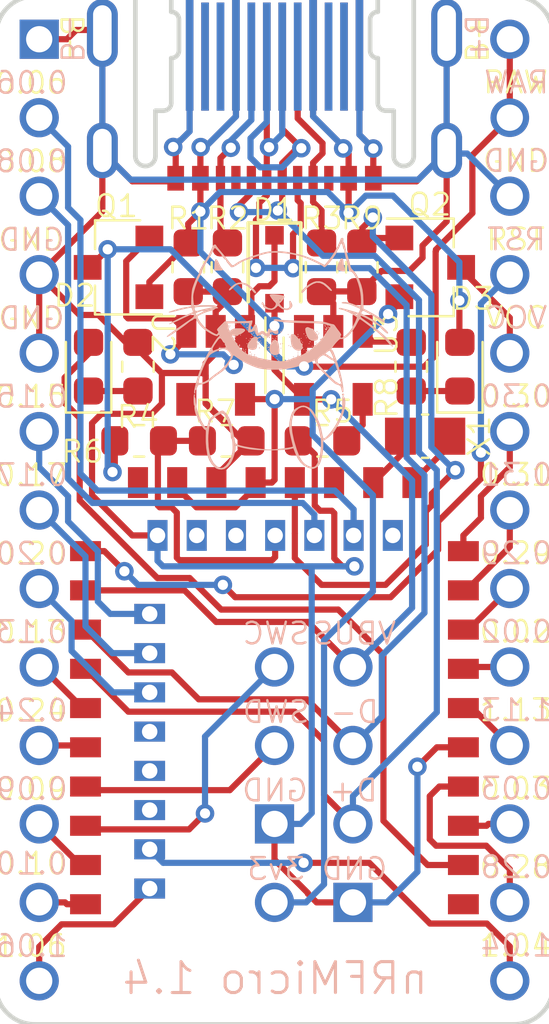
<source format=kicad_pcb>
(kicad_pcb (version 20171130) (host pcbnew "(5.1.10)-1")

  (general
    (thickness 1.6)
    (drawings 20)
    (tracks 496)
    (zones 0)
    (modules 25)
    (nets 54)
  )

  (page A4)
  (layers
    (0 F.Cu signal hide)
    (31 B.Cu signal)
    (32 B.Adhes user hide)
    (33 F.Adhes user hide)
    (34 B.Paste user hide)
    (35 F.Paste user hide)
    (36 B.SilkS user)
    (37 F.SilkS user hide)
    (38 B.Mask user hide)
    (39 F.Mask user hide)
    (40 Dwgs.User user hide)
    (41 Cmts.User user hide)
    (42 Eco1.User user hide)
    (43 Eco2.User user hide)
    (44 Edge.Cuts user hide)
    (45 Margin user hide)
    (46 B.CrtYd user hide)
    (47 F.CrtYd user hide)
    (48 B.Fab user hide)
    (49 F.Fab user hide)
  )

  (setup
    (last_trace_width 0.2)
    (user_trace_width 0.2)
    (user_trace_width 0.4)
    (trace_clearance 0.2)
    (zone_clearance 0.2)
    (zone_45_only no)
    (trace_min 0.2)
    (via_size 0.6)
    (via_drill 0.33)
    (via_min_size 0.6)
    (via_min_drill 0.33)
    (uvia_size 0.3)
    (uvia_drill 0.1)
    (uvias_allowed no)
    (uvia_min_size 0.2)
    (uvia_min_drill 0.1)
    (edge_width 0.15)
    (segment_width 0.2)
    (pcb_text_width 0.3)
    (pcb_text_size 1.5 1.5)
    (mod_edge_width 0.08)
    (mod_text_size 0.7 0.7)
    (mod_text_width 0.08)
    (pad_size 0.65 1)
    (pad_drill 0)
    (pad_to_mask_clearance 0)
    (aux_axis_origin 0 0)
    (grid_origin 27.7241 24.1046)
    (visible_elements 7FFFFFFF)
    (pcbplotparams
      (layerselection 0x010fc_ffffffff)
      (usegerberextensions false)
      (usegerberattributes false)
      (usegerberadvancedattributes true)
      (creategerberjobfile true)
      (excludeedgelayer true)
      (linewidth 0.100000)
      (plotframeref false)
      (viasonmask false)
      (mode 1)
      (useauxorigin false)
      (hpglpennumber 1)
      (hpglpenspeed 20)
      (hpglpendiameter 15.000000)
      (psnegative false)
      (psa4output false)
      (plotreference true)
      (plotvalue true)
      (plotinvisibletext false)
      (padsonsilk false)
      (subtractmaskfromsilk true)
      (outputformat 1)
      (mirror false)
      (drillshape 0)
      (scaleselection 1)
      (outputdirectory "plot/"))
  )

  (net 0 "")
  (net 1 GND)
  (net 2 RESET)
  (net 3 /P0.02)
  (net 4 /P0.29)
  (net 5 /P0.30)
  (net 6 /P0.31)
  (net 7 /P0.10)
  (net 8 /P0.09)
  (net 9 VBUS)
  (net 10 VBAT)
  (net 11 DATA+)
  (net 12 DATA-)
  (net 13 /P1.13)
  (net 14 /P0.20)
  (net 15 /P0.13)
  (net 16 /P0.15)
  (net 17 /P0.17)
  (net 18 /P0.22)
  (net 19 /P0.24)
  (net 20 BLUE_LED)
  (net 21 /P0.03)
  (net 22 /P0.28)
  (net 23 /P0.00)
  (net 24 /P0.01)
  (net 25 /P1.06)
  (net 26 /P1.04)
  (net 27 SWC)
  (net 28 SWD)
  (net 29 POWER_PIN)
  (net 30 /P0.26)
  (net 31 DCCH)
  (net 32 CC2)
  (net 33 CC1)
  (net 34 EXT_VCC)
  (net 35 "Net-(D2-Pad1)")
  (net 36 /P1.00)
  (net 37 /P1.02)
  (net 38 /P0.12)
  (net 39 "Net-(U2-Pad4)")
  (net 40 /P0.07)
  (net 41 nRF_VDD)
  (net 42 "Net-(R5-Pad1)")
  (net 43 /P0.06)
  (net 44 /P0.08)
  (net 45 BATTERY_PIN)
  (net 46 PROG)
  (net 47 "Net-(D3-Pad1)")
  (net 48 "Net-(R8-Pad2)")
  (net 49 "Net-(J1-PadA8)")
  (net 50 "Net-(J1-PadB8)")
  (net 51 "Net-(D1-Pad1)")
  (net 52 "Net-(J5-PadB8)")
  (net 53 "Net-(J5-PadA8)")

  (net_class Default "This is the default net class."
    (clearance 0.2)
    (trace_width 0.2)
    (via_dia 0.6)
    (via_drill 0.33)
    (uvia_dia 0.3)
    (uvia_drill 0.1)
    (add_net /P0.00)
    (add_net /P0.01)
    (add_net /P0.02)
    (add_net /P0.03)
    (add_net /P0.06)
    (add_net /P0.07)
    (add_net /P0.08)
    (add_net /P0.09)
    (add_net /P0.10)
    (add_net /P0.12)
    (add_net /P0.13)
    (add_net /P0.15)
    (add_net /P0.17)
    (add_net /P0.20)
    (add_net /P0.22)
    (add_net /P0.24)
    (add_net /P0.26)
    (add_net /P0.28)
    (add_net /P0.29)
    (add_net /P0.30)
    (add_net /P0.31)
    (add_net /P1.00)
    (add_net /P1.02)
    (add_net /P1.04)
    (add_net /P1.06)
    (add_net /P1.13)
    (add_net BATTERY_PIN)
    (add_net BLUE_LED)
    (add_net CC1)
    (add_net CC2)
    (add_net DATA+)
    (add_net DATA-)
    (add_net DCCH)
    (add_net EXT_VCC)
    (add_net GND)
    (add_net "Net-(D1-Pad1)")
    (add_net "Net-(D2-Pad1)")
    (add_net "Net-(D3-Pad1)")
    (add_net "Net-(J1-PadA8)")
    (add_net "Net-(J1-PadB8)")
    (add_net "Net-(J5-PadA8)")
    (add_net "Net-(J5-PadB8)")
    (add_net "Net-(R5-Pad1)")
    (add_net "Net-(R8-Pad2)")
    (add_net "Net-(U2-Pad4)")
    (add_net POWER_PIN)
    (add_net PROG)
    (add_net RESET)
    (add_net SWC)
    (add_net SWD)
    (add_net VBAT)
    (add_net VBUS)
    (add_net nRF_VDD)
  )

  (net_class Power ""
    (clearance 0.2)
    (trace_width 0.2)
    (via_dia 0.6)
    (via_drill 0.33)
    (uvia_dia 0.3)
    (uvia_drill 0.1)
  )

  (module nrfmicro:USB-C-PCB (layer F.Cu) (tedit 607F55D3) (tstamp 607F4CE0)
    (at 27.722344 17.862)
    (path /607FEA62)
    (fp_text reference J5 (at 0 0) (layer F.SilkS) hide
      (effects (font (size 0.787402 0.787402) (thickness 0.015)))
    )
    (fp_text value "USB-C Conn" (at 0 0) (layer F.Fab)
      (effects (font (size 0.787402 0.787402) (thickness 0.015)))
    )
    (fp_line (start -3.345 0) (end -3.045 0) (layer F.Fab) (width 0.1))
    (fp_line (start -3.045 0) (end 3.045 0) (layer Edge.Cuts) (width 0.15))
    (fp_line (start 3.045 0) (end 3.345 0) (layer F.Fab) (width 0.1))
    (fp_line (start -3.345 0) (end -3.345 0.75) (layer F.Fab) (width 0.1))
    (fp_line (start -3.345 0.75) (end -3.345 1.25) (layer Edge.Cuts) (width 0.15))
    (fp_line (start -3.345 1.25) (end -3.345 2.75) (layer F.Fab) (width 0.1))
    (fp_line (start 3.345 0) (end 3.345 0.75) (layer F.Fab) (width 0.1))
    (fp_line (start 3.345 0.75) (end 3.345 1.25) (layer Edge.Cuts) (width 0.15))
    (fp_line (start 3.345 1.25) (end 3.345 2.75) (layer F.Fab) (width 0.1))
    (fp_line (start -3.045 0) (end -3.345 0.75) (layer Edge.Cuts) (width 0.15))
    (fp_line (start -3.095 1.5) (end -3.095 2.5) (layer Edge.Cuts) (width 0.15))
    (fp_line (start 3.095 1.5) (end 3.095 2.5) (layer Edge.Cuts) (width 0.15))
    (fp_line (start 3.045 0) (end 3.345 0.75) (layer Edge.Cuts) (width 0.15))
    (fp_line (start 3.345 2.75) (end 3.345 4.2) (layer Edge.Cuts) (width 0.15))
    (fp_line (start -3.345 2.75) (end -3.345 4.2) (layer Edge.Cuts) (width 0.15))
    (fp_arc (start 3.345 1.5) (end 3.345 1.25) (angle -90) (layer Edge.Cuts) (width 0.15))
    (fp_arc (start 3.345 2.5) (end 3.345 2.75) (angle 90) (layer Edge.Cuts) (width 0.15))
    (fp_arc (start -3.345 1.5) (end -3.345 1.25) (angle 90) (layer Edge.Cuts) (width 0.15))
    (fp_arc (start -3.345 2.5) (end -3.345 2.75) (angle -90) (layer Edge.Cuts) (width 0.15))
    (fp_arc (start -3.595 4.2) (end -3.595 4.45) (angle -90) (layer Edge.Cuts) (width 0.15))
    (fp_arc (start 3.595 4.2) (end 3.595 4.45) (angle 90) (layer Edge.Cuts) (width 0.15))
    (pad B11 smd rect (at 2.25 2.7) (size 0.25 3.5) (layers B.Cu B.Mask))
    (pad B10 smd rect (at 1.75 2.7) (size 0.25 3.5) (layers B.Cu B.Mask))
    (pad B8 smd rect (at 0.75 2.7) (size 0.25 3.5) (layers B.Cu B.Mask)
      (net 52 "Net-(J5-PadB8)"))
    (pad B7 smd rect (at 0.25 2.7) (size 0.25 3.5) (layers B.Cu B.Mask)
      (net 12 DATA-))
    (pad B6 smd rect (at -0.25 2.7) (size 0.25 3.5) (layers B.Cu B.Mask)
      (net 11 DATA+))
    (pad B5 smd rect (at -0.75 2.7) (size 0.25 3.5) (layers B.Cu B.Mask)
      (net 32 CC2))
    (pad B3 smd rect (at -1.75 2.7) (size 0.25 3.5) (layers B.Cu B.Mask))
    (pad B2 smd rect (at -2.25 2.7) (size 0.25 3.5) (layers B.Cu B.Mask))
    (pad B12 smd rect (at 2.75 2.45) (size 0.25 4) (layers B.Cu B.Mask)
      (net 1 GND))
    (pad B9 smd rect (at 1.25 2.45) (size 0.25 4) (layers B.Cu B.Mask)
      (net 9 VBUS))
    (pad B4 smd rect (at -1.25 2.45) (size 0.25 4) (layers B.Cu B.Mask)
      (net 9 VBUS))
    (pad B1 smd rect (at -2.75 2.45) (size 0.25 4) (layers B.Cu B.Mask)
      (net 1 GND))
    (pad A1 smd rect (at 2.75 2.45) (size 0.25 4) (layers F.Cu F.Mask)
      (net 1 GND))
    (pad A4 smd rect (at 1.25 2.45) (size 0.25 4) (layers F.Cu F.Mask)
      (net 9 VBUS))
    (pad A9 smd rect (at -1.25 2.45) (size 0.25 4) (layers F.Cu F.Mask)
      (net 9 VBUS))
    (pad A12 smd rect (at -2.75 2.45) (size 0.25 4) (layers F.Cu F.Mask)
      (net 1 GND))
    (pad A2 smd rect (at 2.25 2.7) (size 0.25 3.5) (layers F.Cu F.Mask))
    (pad A3 smd rect (at 1.75 2.7) (size 0.25 3.5) (layers F.Cu F.Mask))
    (pad A5 smd rect (at 0.75 2.7) (size 0.25 3.5) (layers F.Cu F.Mask)
      (net 33 CC1))
    (pad A6 smd rect (at 0.25 2.7) (size 0.25 3.5) (layers F.Cu F.Mask)
      (net 11 DATA+))
    (pad A7 smd rect (at -0.25 2.7) (size 0.25 3.5) (layers F.Cu F.Mask)
      (net 12 DATA-))
    (pad A8 smd rect (at -0.75 2.7) (size 0.25 3.5) (layers F.Cu F.Mask)
      (net 53 "Net-(J5-PadA8)"))
    (pad A10 smd rect (at -1.75 2.7) (size 0.25 3.5) (layers F.Cu F.Mask))
    (pad A11 smd rect (at -2.25 2.7) (size 0.25 3.5) (layers F.Cu F.Mask))
  )

  (module "Custom Parts:Catmelon_Small" (layer B.Cu) (tedit 5F77059C) (tstamp 5F7D00D4)
    (at 27.7216 30 180)
    (fp_text reference G*** (at 0.33 0.92) (layer B.SilkS) hide
      (effects (font (size 1.524 1.524) (thickness 0.3)) (justify mirror))
    )
    (fp_text value LOGO (at 1.08 0.92) (layer B.SilkS) hide
      (effects (font (size 1.524 1.524) (thickness 0.3)) (justify mirror))
    )
    (fp_poly (pts (xy 1.914163 2.868863) (xy 1.926735 2.838001) (xy 1.93585 2.779781) (xy 1.942499 2.688652)
      (xy 1.9462 2.60275) (xy 1.94925 2.518084) (xy 1.843416 2.51478) (xy 1.773258 2.514874)
      (xy 1.716048 2.51888) (xy 1.698651 2.521987) (xy 1.673228 2.53184) (xy 1.675962 2.548701)
      (xy 1.70089 2.578208) (xy 1.723113 2.604763) (xy 1.744166 2.636014) (xy 1.769233 2.681066)
      (xy 1.803499 2.749022) (xy 1.835407 2.814417) (xy 1.86495 2.857911) (xy 1.895126 2.877791)
      (xy 1.897144 2.877917) (xy 1.914163 2.868863)) (layer B.SilkS) (width 0.01))
    (fp_poly (pts (xy -2.168857 2.906536) (xy -2.148286 2.88357) (xy -2.11928 2.832148) (xy -2.087081 2.763876)
      (xy -2.056929 2.690361) (xy -2.034066 2.623209) (xy -2.025855 2.589882) (xy -2.023545 2.55522)
      (xy -2.039611 2.534177) (xy -2.083716 2.517804) (xy -2.111579 2.510507) (xy -2.193532 2.492223)
      (xy -2.243748 2.488084) (xy -2.270431 2.498203) (xy -2.279151 2.512792) (xy -2.27844 2.548341)
      (xy -2.265339 2.604146) (xy -2.259748 2.621287) (xy -2.24043 2.696584) (xy -2.231011 2.772148)
      (xy -2.230843 2.780037) (xy -2.22283 2.853886) (xy -2.201471 2.898131) (xy -2.169691 2.906804)
      (xy -2.168857 2.906536)) (layer B.SilkS) (width 0.01))
    (fp_poly (pts (xy -1.348402 2.161079) (xy -1.342386 2.160293) (xy -1.268324 2.139239) (xy -1.182827 2.097996)
      (xy -1.094258 2.042854) (xy -1.010979 1.980101) (xy -0.941353 1.916029) (xy -0.893742 1.856927)
      (xy -0.8765 1.809858) (xy -0.886939 1.788352) (xy -0.916461 1.801599) (xy -0.962376 1.848046)
      (xy -0.979977 1.869525) (xy -1.061973 1.955085) (xy -1.160304 2.030459) (xy -1.262575 2.087678)
      (xy -1.356389 2.118779) (xy -1.371262 2.120971) (xy -1.478682 2.111887) (xy -1.588552 2.061087)
      (xy -1.699938 1.969053) (xy -1.731377 1.935841) (xy -1.787801 1.882298) (xy -1.832347 1.857692)
      (xy -1.846023 1.857239) (xy -1.856543 1.868647) (xy -1.843 1.895414) (xy -1.802409 1.941785)
      (xy -1.748735 1.995577) (xy -1.645642 2.084722) (xy -1.550947 2.139429) (xy -1.455062 2.163586)
      (xy -1.348402 2.161079)) (layer B.SilkS) (width 0.01))
    (fp_poly (pts (xy 1.16803 2.117323) (xy 1.258004 2.085865) (xy 1.313314 2.051277) (xy 1.372687 2.00463)
      (xy 1.425839 1.955314) (xy 1.462482 1.912716) (xy 1.473 1.889649) (xy 1.460698 1.872401)
      (xy 1.425098 1.888078) (xy 1.368163 1.935632) (xy 1.345154 1.958012) (xy 1.287731 2.009659)
      (xy 1.232805 2.049767) (xy 1.206193 2.063846) (xy 1.096909 2.083557) (xy 0.982938 2.063179)
      (xy 0.867415 2.004226) (xy 0.753478 1.908213) (xy 0.662082 1.80109) (xy 0.628234 1.779558)
      (xy 0.607524 1.785999) (xy 0.598103 1.802882) (xy 0.611402 1.832848) (xy 0.650907 1.882003)
      (xy 0.681608 1.915717) (xy 0.798823 2.019625) (xy 0.922331 2.088855) (xy 1.047083 2.121918)
      (xy 1.16803 2.117323)) (layer B.SilkS) (width 0.01))
    (fp_poly (pts (xy 0.10485 1.73891) (xy 0.144875 1.729085) (xy 0.150155 1.724217) (xy 0.144183 1.699154)
      (xy 0.117754 1.653454) (xy 0.078763 1.59792) (xy 0.035102 1.543352) (xy -0.005335 1.500552)
      (xy -0.024542 1.485157) (xy -0.048581 1.449441) (xy -0.043246 1.401309) (xy -0.015055 1.350793)
      (xy 0.029472 1.307924) (xy 0.083817 1.282733) (xy 0.10888 1.279834) (xy 0.205668 1.299685)
      (xy 0.290085 1.353981) (xy 0.347399 1.430226) (xy 0.375058 1.479186) (xy 0.392841 1.491509)
      (xy 0.401647 1.479631) (xy 0.413972 1.43256) (xy 0.406275 1.413476) (xy 0.3935 1.417417)
      (xy 0.373995 1.415739) (xy 0.372333 1.408083) (xy 0.368234 1.363792) (xy 0.348074 1.330714)
      (xy 0.338769 1.320162) (xy 0.282082 1.281257) (xy 0.201904 1.253686) (xy 0.116606 1.242487)
      (xy 0.068686 1.246074) (xy -0.00835 1.27865) (xy -0.059566 1.323629) (xy -0.095262 1.3633)
      (xy -0.118037 1.373673) (xy -0.141589 1.35837) (xy -0.152085 1.348082) (xy -0.242852 1.277367)
      (xy -0.336503 1.239917) (xy -0.426017 1.236828) (xy -0.504371 1.269195) (xy -0.528213 1.289455)
      (xy -0.568863 1.341834) (xy -0.576899 1.393671) (xy -0.553888 1.459455) (xy -0.547874 1.471385)
      (xy -0.516263 1.520783) (xy -0.494813 1.529742) (xy -0.485071 1.499269) (xy -0.488319 1.432588)
      (xy -0.492295 1.363116) (xy -0.482011 1.321517) (xy -0.46609 1.302942) (xy -0.403997 1.276497)
      (xy -0.331346 1.283744) (xy -0.258035 1.321307) (xy -0.193958 1.385813) (xy -0.184964 1.398805)
      (xy -0.161923 1.438208) (xy -0.1636 1.458914) (xy -0.185285 1.47399) (xy -0.215644 1.501074)
      (xy -0.252217 1.546709) (xy -0.257761 1.555) (xy -0.199167 1.555) (xy -0.18306 1.534449)
      (xy -0.178 1.533834) (xy -0.157449 1.549941) (xy -0.156834 1.555) (xy -0.172941 1.575552)
      (xy -0.178 1.576167) (xy -0.198552 1.56006) (xy -0.199167 1.555) (xy -0.257761 1.555)
      (xy -0.287023 1.598756) (xy -0.312081 1.645077) (xy -0.31941 1.673532) (xy -0.318088 1.675969)
      (xy -0.280545 1.695333) (xy -0.215235 1.71265) (xy -0.133099 1.726794) (xy -0.045079 1.736637)
      (xy 0.037885 1.741051) (xy 0.10485 1.73891)) (layer B.SilkS) (width 0.01))
    (fp_poly (pts (xy 1.261333 0.782417) (xy 1.25075 0.771834) (xy 1.240166 0.782417) (xy 1.25075 0.793)
      (xy 1.261333 0.782417)) (layer B.SilkS) (width 0.01))
    (fp_poly (pts (xy 1.092 0.782417) (xy 1.081416 0.771834) (xy 1.070833 0.782417) (xy 1.081416 0.793)
      (xy 1.092 0.782417)) (layer B.SilkS) (width 0.01))
    (fp_poly (pts (xy 1.000277 0.785945) (xy 0.997372 0.773361) (xy 0.986166 0.771834) (xy 0.968744 0.779578)
      (xy 0.972055 0.785945) (xy 0.997175 0.788478) (xy 1.000277 0.785945)) (layer B.SilkS) (width 0.01))
    (fp_poly (pts (xy 0.9015 0.76125) (xy 0.890916 0.750667) (xy 0.880333 0.76125) (xy 0.890916 0.771834)
      (xy 0.9015 0.76125)) (layer B.SilkS) (width 0.01))
    (fp_poly (pts (xy -1.624389 0.743612) (xy -1.627295 0.731028) (xy -1.6385 0.7295) (xy -1.655923 0.737245)
      (xy -1.652612 0.743612) (xy -1.627492 0.746145) (xy -1.624389 0.743612)) (layer B.SilkS) (width 0.01))
    (fp_poly (pts (xy 1.494166 0.718917) (xy 1.483583 0.708334) (xy 1.473 0.718917) (xy 1.483583 0.7295)
      (xy 1.494166 0.718917)) (layer B.SilkS) (width 0.01))
    (fp_poly (pts (xy 1.451833 0.718917) (xy 1.44125 0.708334) (xy 1.430666 0.718917) (xy 1.44125 0.7295)
      (xy 1.451833 0.718917)) (layer B.SilkS) (width 0.01))
    (fp_poly (pts (xy -1.6385 0.69775) (xy -1.649084 0.687167) (xy -1.659667 0.69775) (xy -1.649084 0.708334)
      (xy -1.6385 0.69775)) (layer B.SilkS) (width 0.01))
    (fp_poly (pts (xy -1.723167 0.69775) (xy -1.73375 0.687167) (xy -1.744334 0.69775) (xy -1.73375 0.708334)
      (xy -1.723167 0.69775)) (layer B.SilkS) (width 0.01))
    (fp_poly (pts (xy 1.473 0.676584) (xy 1.462416 0.666) (xy 1.451833 0.676584) (xy 1.462416 0.687167)
      (xy 1.473 0.676584)) (layer B.SilkS) (width 0.01))
    (fp_poly (pts (xy 0.877062 0.678605) (xy 0.899607 0.658929) (xy 0.9015 0.654168) (xy 0.891454 0.645468)
      (xy 0.87054 0.664962) (xy 0.867728 0.669271) (xy 0.865233 0.683755) (xy 0.877062 0.678605)) (layer B.SilkS) (width 0.01))
    (fp_poly (pts (xy -1.768771 0.678605) (xy -1.746226 0.658929) (xy -1.744334 0.654168) (xy -1.754379 0.645468)
      (xy -1.775293 0.664962) (xy -1.778105 0.669271) (xy -1.7806 0.683755) (xy -1.768771 0.678605)) (layer B.SilkS) (width 0.01))
    (fp_poly (pts (xy 0.9015 0.591917) (xy 0.890916 0.581334) (xy 0.880333 0.591917) (xy 0.890916 0.6025)
      (xy 0.9015 0.591917)) (layer B.SilkS) (width 0.01))
    (fp_poly (pts (xy -0.2415 0.591917) (xy -0.252084 0.581334) (xy -0.262667 0.591917) (xy -0.252084 0.6025)
      (xy -0.2415 0.591917)) (layer B.SilkS) (width 0.01))
    (fp_poly (pts (xy 1.451833 0.57075) (xy 1.44125 0.560167) (xy 1.430666 0.57075) (xy 1.44125 0.581334)
      (xy 1.451833 0.57075)) (layer B.SilkS) (width 0.01))
    (fp_poly (pts (xy -1.682816 0.672865) (xy -1.683883 0.637536) (xy -1.683016 0.623667) (xy -1.677844 0.602589)
      (xy -1.66302 0.618537) (xy -1.659667 0.623667) (xy -1.642895 0.640609) (xy -1.639149 0.63425)
      (xy -1.649549 0.598419) (xy -1.65632 0.586025) (xy -1.673884 0.576468) (xy -1.694463 0.605185)
      (xy -1.697531 0.611727) (xy -1.70996 0.659384) (xy -1.700678 0.677401) (xy -1.683227 0.678493)
      (xy -1.682816 0.672865)) (layer B.SilkS) (width 0.01))
    (fp_poly (pts (xy 0.668666 0.528417) (xy 0.658083 0.517834) (xy 0.6475 0.528417) (xy 0.658083 0.539)
      (xy 0.668666 0.528417)) (layer B.SilkS) (width 0.01))
    (fp_poly (pts (xy -1.370389 0.553112) (xy -1.367856 0.527992) (xy -1.370389 0.524889) (xy -1.382973 0.527795)
      (xy -1.3845 0.539) (xy -1.376756 0.556423) (xy -1.370389 0.553112)) (layer B.SilkS) (width 0.01))
    (fp_poly (pts (xy -1.6385 0.528417) (xy -1.649084 0.517834) (xy -1.659667 0.528417) (xy -1.649084 0.539)
      (xy -1.6385 0.528417)) (layer B.SilkS) (width 0.01))
    (fp_poly (pts (xy -0.205875 0.542969) (xy -0.203351 0.509888) (xy -0.207546 0.5024) (xy -0.217166 0.508713)
      (xy -0.218663 0.530181) (xy -0.213493 0.552767) (xy -0.205875 0.542969)) (layer B.SilkS) (width 0.01))
    (fp_poly (pts (xy 0.689833 0.486084) (xy 0.67925 0.4755) (xy 0.668666 0.486084) (xy 0.67925 0.496667)
      (xy 0.689833 0.486084)) (layer B.SilkS) (width 0.01))
    (fp_poly (pts (xy 0.111277 0.510778) (xy 0.113811 0.485658) (xy 0.111277 0.482556) (xy 0.098694 0.485462)
      (xy 0.097166 0.496667) (xy 0.104911 0.51409) (xy 0.111277 0.510778)) (layer B.SilkS) (width 0.01))
    (fp_poly (pts (xy -1.426834 0.486084) (xy -1.437417 0.4755) (xy -1.448 0.486084) (xy -1.437417 0.496667)
      (xy -1.426834 0.486084)) (layer B.SilkS) (width 0.01))
    (fp_poly (pts (xy -0.94 0.464917) (xy -0.950584 0.454334) (xy -0.961167 0.464917) (xy -0.950584 0.4755)
      (xy -0.94 0.464917)) (layer B.SilkS) (width 0.01))
    (fp_poly (pts (xy 0.746692 0.461828) (xy 0.74275 0.454334) (xy 0.722806 0.43412) (xy 0.719084 0.433167)
      (xy 0.71764 0.44684) (xy 0.721583 0.454334) (xy 0.741526 0.474548) (xy 0.745248 0.4755)
      (xy 0.746692 0.461828)) (layer B.SilkS) (width 0.01))
    (fp_poly (pts (xy 0.072729 0.466938) (xy 0.095452 0.445626) (xy 0.090791 0.433373) (xy 0.087832 0.433167)
      (xy 0.069929 0.448201) (xy 0.063395 0.457604) (xy 0.0609 0.472089) (xy 0.072729 0.466938)) (layer B.SilkS) (width 0.01))
    (fp_poly (pts (xy -0.432 0.44375) (xy -0.442584 0.433167) (xy -0.453167 0.44375) (xy -0.442584 0.454334)
      (xy -0.432 0.44375)) (layer B.SilkS) (width 0.01))
    (fp_poly (pts (xy -0.7495 0.44375) (xy -0.760084 0.433167) (xy -0.770667 0.44375) (xy -0.760084 0.454334)
      (xy -0.7495 0.44375)) (layer B.SilkS) (width 0.01))
    (fp_poly (pts (xy -1.405667 0.44375) (xy -1.41625 0.433167) (xy -1.426834 0.44375) (xy -1.41625 0.454334)
      (xy -1.405667 0.44375)) (layer B.SilkS) (width 0.01))
    (fp_poly (pts (xy 1.113166 0.422584) (xy 1.102583 0.412) (xy 1.092 0.422584) (xy 1.102583 0.433167)
      (xy 1.113166 0.422584)) (layer B.SilkS) (width 0.01))
    (fp_poly (pts (xy 0.3935 0.422584) (xy 0.382916 0.412) (xy 0.372333 0.422584) (xy 0.382916 0.433167)
      (xy 0.3935 0.422584)) (layer B.SilkS) (width 0.01))
    (fp_poly (pts (xy 0.661611 0.404945) (xy 0.658705 0.392361) (xy 0.6475 0.390834) (xy 0.630077 0.398578)
      (xy 0.633388 0.404945) (xy 0.658508 0.407478) (xy 0.661611 0.404945)) (layer B.SilkS) (width 0.01))
    (fp_poly (pts (xy -1.0035 0.401417) (xy -1.014084 0.390834) (xy -1.024667 0.401417) (xy -1.014084 0.412)
      (xy -1.0035 0.401417)) (layer B.SilkS) (width 0.01))
    (fp_poly (pts (xy 0.753333 0.38025) (xy 0.74275 0.369667) (xy 0.732166 0.38025) (xy 0.74275 0.390834)
      (xy 0.753333 0.38025)) (layer B.SilkS) (width 0.01))
    (fp_poly (pts (xy 0.435833 0.38025) (xy 0.42525 0.369667) (xy 0.414666 0.38025) (xy 0.42525 0.390834)
      (xy 0.435833 0.38025)) (layer B.SilkS) (width 0.01))
    (fp_poly (pts (xy 0.351166 0.38025) (xy 0.340583 0.369667) (xy 0.33 0.38025) (xy 0.340583 0.390834)
      (xy 0.351166 0.38025)) (layer B.SilkS) (width 0.01))
    (fp_poly (pts (xy -0.058056 0.383778) (xy -0.060962 0.371195) (xy -0.072167 0.369667) (xy -0.08959 0.377412)
      (xy -0.086278 0.383778) (xy -0.061158 0.386312) (xy -0.058056 0.383778)) (layer B.SilkS) (width 0.01))
    (fp_poly (pts (xy -0.7495 0.38025) (xy -0.760084 0.369667) (xy -0.770667 0.38025) (xy -0.760084 0.390834)
      (xy -0.7495 0.38025)) (layer B.SilkS) (width 0.01))
    (fp_poly (pts (xy 1.258062 0.382272) (xy 1.280786 0.360959) (xy 1.276124 0.348707) (xy 1.273165 0.3485)
      (xy 1.255262 0.363535) (xy 1.248728 0.372938) (xy 1.246233 0.387422) (xy 1.258062 0.382272)) (layer B.SilkS) (width 0.01))
    (fp_poly (pts (xy 0.386859 0.355995) (xy 0.382916 0.3485) (xy 0.362973 0.328286) (xy 0.359251 0.327334)
      (xy 0.357807 0.341006) (xy 0.36175 0.3485) (xy 0.381693 0.368715) (xy 0.385415 0.369667)
      (xy 0.386859 0.355995)) (layer B.SilkS) (width 0.01))
    (fp_poly (pts (xy 0.308833 0.337917) (xy 0.29825 0.327334) (xy 0.287666 0.337917) (xy 0.29825 0.3485)
      (xy 0.308833 0.337917)) (layer B.SilkS) (width 0.01))
    (fp_poly (pts (xy 0.180971 0.354302) (xy 0.181833 0.3485) (xy 0.174611 0.327884) (xy 0.172499 0.327334)
      (xy 0.154427 0.342166) (xy 0.150083 0.3485) (xy 0.151761 0.368005) (xy 0.159417 0.369667)
      (xy 0.180971 0.354302)) (layer B.SilkS) (width 0.01))
    (fp_poly (pts (xy -0.481041 0.373636) (xy -0.478518 0.340555) (xy -0.482712 0.333066) (xy -0.492333 0.339379)
      (xy -0.493829 0.360848) (xy -0.48866 0.383433) (xy -0.481041 0.373636)) (layer B.SilkS) (width 0.01))
    (fp_poly (pts (xy -1.024667 0.337917) (xy -1.03525 0.327334) (xy -1.045834 0.337917) (xy -1.03525 0.3485)
      (xy -1.024667 0.337917)) (layer B.SilkS) (width 0.01))
    (fp_poly (pts (xy 1.317777 0.341445) (xy 1.320311 0.316325) (xy 1.317777 0.313223) (xy 1.305194 0.316128)
      (xy 1.303666 0.327334) (xy 1.311411 0.344756) (xy 1.317777 0.341445)) (layer B.SilkS) (width 0.01))
    (fp_poly (pts (xy 0.922666 0.31675) (xy 0.912083 0.306167) (xy 0.9015 0.31675) (xy 0.912083 0.327334)
      (xy 0.922666 0.31675)) (layer B.SilkS) (width 0.01))
    (fp_poly (pts (xy 0.076 0.31675) (xy 0.065416 0.306167) (xy 0.054833 0.31675) (xy 0.065416 0.327334)
      (xy 0.076 0.31675)) (layer B.SilkS) (width 0.01))
    (fp_poly (pts (xy -0.029834 0.31675) (xy -0.040417 0.306167) (xy -0.051 0.31675) (xy -0.040417 0.327334)
      (xy -0.029834 0.31675)) (layer B.SilkS) (width 0.01))
    (fp_poly (pts (xy -0.855334 0.31675) (xy -0.865917 0.306167) (xy -0.8765 0.31675) (xy -0.865917 0.327334)
      (xy -0.855334 0.31675)) (layer B.SilkS) (width 0.01))
    (fp_poly (pts (xy 0.788611 0.320278) (xy 0.791144 0.295158) (xy 0.788611 0.292056) (xy 0.776027 0.294962)
      (xy 0.7745 0.306167) (xy 0.782244 0.32359) (xy 0.788611 0.320278)) (layer B.SilkS) (width 0.01))
    (fp_poly (pts (xy 0.033666 0.295584) (xy 0.023083 0.285) (xy 0.0125 0.295584) (xy 0.023083 0.306167)
      (xy 0.033666 0.295584)) (layer B.SilkS) (width 0.01))
    (fp_poly (pts (xy 1.2825 0.274417) (xy 1.271916 0.263834) (xy 1.261333 0.274417) (xy 1.271916 0.285)
      (xy 1.2825 0.274417)) (layer B.SilkS) (width 0.01))
    (fp_poly (pts (xy 0.838 0.25325) (xy 0.827416 0.242667) (xy 0.816833 0.25325) (xy 0.827416 0.263834)
      (xy 0.838 0.25325)) (layer B.SilkS) (width 0.01))
    (fp_poly (pts (xy 0.541666 0.25325) (xy 0.531083 0.242667) (xy 0.5205 0.25325) (xy 0.531083 0.263834)
      (xy 0.541666 0.25325)) (layer B.SilkS) (width 0.01))
    (fp_poly (pts (xy -1.048726 0.674087) (xy -1.028535 0.662114) (xy -1.007772 0.643427) (xy -0.999737 0.618622)
      (xy -1.003653 0.575959) (xy -1.018209 0.506075) (xy -1.057869 0.384644) (xy -1.114523 0.301208)
      (xy -1.189378 0.254485) (xy -1.26569 0.242667) (xy -1.334712 0.248524) (xy -1.376719 0.269401)
      (xy -1.392052 0.287096) (xy -1.410067 0.34809) (xy -1.389508 0.422169) (xy -1.331191 0.506896)
      (xy -1.311115 0.529131) (xy -1.273129 0.573706) (xy -1.253777 0.605153) (xy -1.253594 0.612705)
      (xy -1.246919 0.622225) (xy -1.23253 0.623667) (xy -1.192492 0.632705) (xy -1.138407 0.654679)
      (xy -1.134044 0.656822) (xy -1.083486 0.67713) (xy -1.048726 0.674087)) (layer B.SilkS) (width 0.01))
    (fp_poly (pts (xy 0.457 0.232084) (xy 0.446416 0.2215) (xy 0.435833 0.232084) (xy 0.446416 0.242667)
      (xy 0.457 0.232084)) (layer B.SilkS) (width 0.01))
    (fp_poly (pts (xy -0.855334 0.232084) (xy -0.865917 0.2215) (xy -0.8765 0.232084) (xy -0.865917 0.242667)
      (xy -0.855334 0.232084)) (layer B.SilkS) (width 0.01))
    (fp_poly (pts (xy -1.137556 0.214445) (xy -1.140462 0.201861) (xy -1.151667 0.200334) (xy -1.16909 0.208078)
      (xy -1.165778 0.214445) (xy -1.140658 0.216978) (xy -1.137556 0.214445)) (layer B.SilkS) (width 0.01))
    (fp_poly (pts (xy 0.492277 0.214445) (xy 0.494811 0.189325) (xy 0.492277 0.186223) (xy 0.479694 0.189128)
      (xy 0.478166 0.200334) (xy 0.485911 0.217756) (xy 0.492277 0.214445)) (layer B.SilkS) (width 0.01))
    (fp_poly (pts (xy -0.897667 0.18975) (xy -0.90825 0.179167) (xy -0.918834 0.18975) (xy -0.90825 0.200334)
      (xy -0.897667 0.18975)) (layer B.SilkS) (width 0.01))
    (fp_poly (pts (xy 0.435833 0.168584) (xy 0.42525 0.158) (xy 0.414666 0.168584) (xy 0.42525 0.179167)
      (xy 0.435833 0.168584)) (layer B.SilkS) (width 0.01))
    (fp_poly (pts (xy -1.328056 0.172112) (xy -1.330962 0.159528) (xy -1.342167 0.158) (xy -1.35959 0.165745)
      (xy -1.356278 0.172112) (xy -1.331158 0.174645) (xy -1.328056 0.172112)) (layer B.SilkS) (width 0.01))
    (fp_poly (pts (xy 0.9015 0.147417) (xy 0.890916 0.136834) (xy 0.880333 0.147417) (xy 0.890916 0.158)
      (xy 0.9015 0.147417)) (layer B.SilkS) (width 0.01))
    (fp_poly (pts (xy 0.224166 0.147417) (xy 0.213583 0.136834) (xy 0.203 0.147417) (xy 0.213583 0.158)
      (xy 0.224166 0.147417)) (layer B.SilkS) (width 0.01))
    (fp_poly (pts (xy -0.2415 0.147417) (xy -0.252084 0.136834) (xy -0.262667 0.147417) (xy -0.252084 0.158)
      (xy -0.2415 0.147417)) (layer B.SilkS) (width 0.01))
    (fp_poly (pts (xy -1.109334 0.147417) (xy -1.119917 0.136834) (xy -1.1305 0.147417) (xy -1.119917 0.158)
      (xy -1.109334 0.147417)) (layer B.SilkS) (width 0.01))
    (fp_poly (pts (xy 0.534611 0.150945) (xy 0.537144 0.125825) (xy 0.534611 0.122723) (xy 0.522027 0.125628)
      (xy 0.5205 0.136834) (xy 0.528244 0.154256) (xy 0.534611 0.150945)) (layer B.SilkS) (width 0.01))
    (fp_poly (pts (xy -0.185056 0.150945) (xy -0.182523 0.125825) (xy -0.185056 0.122723) (xy -0.19764 0.125628)
      (xy -0.199167 0.136834) (xy -0.191423 0.154256) (xy -0.185056 0.150945)) (layer B.SilkS) (width 0.01))
    (fp_poly (pts (xy 0.245333 0.083917) (xy 0.23475 0.073334) (xy 0.224166 0.083917) (xy 0.23475 0.0945)
      (xy 0.245333 0.083917)) (layer B.SilkS) (width 0.01))
    (fp_poly (pts (xy -0.453167 0.083917) (xy -0.46375 0.073334) (xy -0.474334 0.083917) (xy -0.46375 0.0945)
      (xy -0.453167 0.083917)) (layer B.SilkS) (width 0.01))
    (fp_poly (pts (xy 1.142641 0.11694) (xy 1.146428 0.094198) (xy 1.143846 0.057644) (xy 1.133115 0.05969)
      (xy 1.12261 0.075178) (xy 1.121561 0.108898) (xy 1.127408 0.117209) (xy 1.142641 0.11694)) (layer B.SilkS) (width 0.01))
    (fp_poly (pts (xy -1.215167 0.06275) (xy -1.22575 0.052167) (xy -1.236334 0.06275) (xy -1.22575 0.073334)
      (xy -1.215167 0.06275)) (layer B.SilkS) (width 0.01))
    (fp_poly (pts (xy -0.523723 0.066278) (xy -0.521189 0.041158) (xy -0.523723 0.038056) (xy -0.536306 0.040962)
      (xy -0.537834 0.052167) (xy -0.530089 0.06959) (xy -0.523723 0.066278)) (layer B.SilkS) (width 0.01))
    (fp_poly (pts (xy 0.203 0.041584) (xy 0.223192 0.022563) (xy 0.224166 0.019168) (xy 0.20779 0.010077)
      (xy 0.203 0.009834) (xy 0.182646 0.026106) (xy 0.181833 0.03225) (xy 0.1948 0.044891)
      (xy 0.203 0.041584)) (layer B.SilkS) (width 0.01))
    (fp_poly (pts (xy 0.492277 0.023945) (xy 0.494811 -0.001175) (xy 0.492277 -0.004277) (xy 0.479694 -0.001372)
      (xy 0.478166 0.009834) (xy 0.485911 0.027256) (xy 0.492277 0.023945)) (layer B.SilkS) (width 0.01))
    (fp_poly (pts (xy -0.199167 -0.00075) (xy -0.20975 -0.011333) (xy -0.220334 -0.00075) (xy -0.20975 0.009834)
      (xy -0.199167 -0.00075)) (layer B.SilkS) (width 0.01))
    (fp_poly (pts (xy 1.0285 -0.021916) (xy 1.017916 -0.0325) (xy 1.007333 -0.021916) (xy 1.017916 -0.011333)
      (xy 1.0285 -0.021916)) (layer B.SilkS) (width 0.01))
    (fp_poly (pts (xy 0.943833 -0.043083) (xy 0.93325 -0.053666) (xy 0.922666 -0.043083) (xy 0.93325 -0.0325)
      (xy 0.943833 -0.043083)) (layer B.SilkS) (width 0.01))
    (fp_poly (pts (xy 0.673475 0.352083) (xy 0.689639 0.33815) (xy 0.720886 0.318086) (xy 0.737835 0.320254)
      (xy 0.75028 0.320641) (xy 0.746773 0.312677) (xy 0.752342 0.286283) (xy 0.782136 0.245953)
      (xy 0.796155 0.231615) (xy 0.841338 0.17284) (xy 0.87046 0.106849) (xy 0.872533 0.097689)
      (xy 0.876982 0.041215) (xy 0.85906 0.003756) (xy 0.838702 -0.01502) (xy 0.77682 -0.044821)
      (xy 0.703116 -0.053015) (xy 0.635064 -0.039606) (xy 0.597863 -0.014958) (xy 0.575407 0.028282)
      (xy 0.564506 0.099838) (xy 0.562833 0.159867) (xy 0.560647 0.237599) (xy 0.552071 0.284568)
      (xy 0.534076 0.312208) (xy 0.519639 0.322959) (xy 0.476405 0.338573) (xy 0.450847 0.335529)
      (xy 0.435841 0.329917) (xy 0.450811 0.348732) (xy 0.477401 0.365321) (xy 0.509281 0.349135)
      (xy 0.512461 0.346545) (xy 0.542734 0.32855) (xy 0.557337 0.34286) (xy 0.557456 0.343209)
      (xy 0.583662 0.364967) (xy 0.628578 0.367686) (xy 0.673475 0.352083)) (layer B.SilkS) (width 0.01))
    (fp_poly (pts (xy -0.94 -0.043083) (xy -0.950584 -0.053666) (xy -0.961167 -0.043083) (xy -0.950584 -0.0325)
      (xy -0.94 -0.043083)) (layer B.SilkS) (width 0.01))
    (fp_poly (pts (xy -1.024667 -0.043083) (xy -1.03525 -0.053666) (xy -1.045834 -0.043083) (xy -1.03525 -0.0325)
      (xy -1.024667 -0.043083)) (layer B.SilkS) (width 0.01))
    (fp_poly (pts (xy 1.007333 -0.06425) (xy 0.99675 -0.074833) (xy 0.986166 -0.06425) (xy 0.99675 -0.053666)
      (xy 1.007333 -0.06425)) (layer B.SilkS) (width 0.01))
    (fp_poly (pts (xy 0.195944 -0.039555) (xy 0.198477 -0.064675) (xy 0.195944 -0.067777) (xy 0.18336 -0.064872)
      (xy 0.181833 -0.053666) (xy 0.189577 -0.036244) (xy 0.195944 -0.039555)) (layer B.SilkS) (width 0.01))
    (fp_poly (pts (xy 0.245333 -0.085416) (xy 0.23475 -0.096) (xy 0.224166 -0.085416) (xy 0.23475 -0.074833)
      (xy 0.245333 -0.085416)) (layer B.SilkS) (width 0.01))
    (fp_poly (pts (xy -0.550829 0.441747) (xy -0.532037 0.412406) (xy -0.525786 0.345586) (xy -0.532094 0.244248)
      (xy -0.548734 0.124717) (xy -0.577927 0.048763) (xy -0.632252 -0.015864) (xy -0.701141 -0.061605)
      (xy -0.774026 -0.080901) (xy -0.825508 -0.073259) (xy -0.861466 -0.051793) (xy -0.895765 -0.020493)
      (xy -0.919161 0.009988) (xy -0.922409 0.028996) (xy -0.915981 0.031) (xy -0.901584 0.049605)
      (xy -0.904172 0.099792) (xy -0.909069 0.13784) (xy -0.906086 0.143875) (xy -0.904473 0.140382)
      (xy -0.888982 0.135262) (xy -0.866056 0.157783) (xy -0.842934 0.195878) (xy -0.826858 0.237479)
      (xy -0.825068 0.27052) (xy -0.825555 0.27192) (xy -0.823538 0.306219) (xy -0.814686 0.315709)
      (xy -0.800837 0.313091) (xy -0.804431 0.291392) (xy -0.805092 0.274511) (xy -0.78457 0.292485)
      (xy -0.772936 0.306167) (xy -0.708548 0.381891) (xy -0.661655 0.428435) (xy -0.624454 0.450562)
      (xy -0.58914 0.453035) (xy -0.550829 0.441747)) (layer B.SilkS) (width 0.01))
    (fp_poly (pts (xy -1.095223 -0.060722) (xy -1.092689 -0.085842) (xy -1.095223 -0.088944) (xy -1.107806 -0.086038)
      (xy -1.109334 -0.074833) (xy -1.101589 -0.05741) (xy -1.095223 -0.060722)) (layer B.SilkS) (width 0.01))
    (fp_poly (pts (xy 0.8111 -0.125545) (xy 0.804787 -0.135165) (xy 0.783319 -0.136662) (xy 0.760733 -0.131492)
      (xy 0.770531 -0.123874) (xy 0.803612 -0.12135) (xy 0.8111 -0.125545)) (layer B.SilkS) (width 0.01))
    (fp_poly (pts (xy -0.7495 -0.12775) (xy -0.760084 -0.138333) (xy -0.770667 -0.12775) (xy -0.760084 -0.117166)
      (xy -0.7495 -0.12775)) (layer B.SilkS) (width 0.01))
    (fp_poly (pts (xy 0.957556 -0.088698) (xy 0.956968 -0.104031) (xy 0.945107 -0.14135) (xy 0.938978 -0.150243)
      (xy 0.930109 -0.145634) (xy 0.930697 -0.130302) (xy 0.942559 -0.092983) (xy 0.948687 -0.084089)
      (xy 0.957556 -0.088698)) (layer B.SilkS) (width 0.01))
    (fp_poly (pts (xy 0.753333 -0.19125) (xy 0.74275 -0.201833) (xy 0.732166 -0.19125) (xy 0.74275 -0.180666)
      (xy 0.753333 -0.19125)) (layer B.SilkS) (width 0.01))
    (fp_poly (pts (xy -0.7495 -0.19125) (xy -0.760084 -0.201833) (xy -0.770667 -0.19125) (xy -0.760084 -0.180666)
      (xy -0.7495 -0.19125)) (layer B.SilkS) (width 0.01))
    (fp_poly (pts (xy -0.855334 -0.19125) (xy -0.865917 -0.201833) (xy -0.8765 -0.19125) (xy -0.865917 -0.180666)
      (xy -0.855334 -0.19125)) (layer B.SilkS) (width 0.01))
    (fp_poly (pts (xy 0.809777 -0.208888) (xy 0.806872 -0.221472) (xy 0.795666 -0.223) (xy 0.778244 -0.215255)
      (xy 0.781555 -0.208888) (xy 0.806675 -0.206355) (xy 0.809777 -0.208888)) (layer B.SilkS) (width 0.01))
    (fp_poly (pts (xy 0.661611 -0.208888) (xy 0.658705 -0.221472) (xy 0.6475 -0.223) (xy 0.630077 -0.215255)
      (xy 0.633388 -0.208888) (xy 0.658508 -0.206355) (xy 0.661611 -0.208888)) (layer B.SilkS) (width 0.01))
    (fp_poly (pts (xy 0.002217 0.263584) (xy 0.037759 0.249119) (xy 0.053663 0.252528) (xy 0.067185 0.250345)
      (xy 0.064482 0.237281) (xy 0.07005 0.204026) (xy 0.097708 0.157724) (xy 0.107032 0.146223)
      (xy 0.144567 0.088272) (xy 0.159473 0.019432) (xy 0.16064 -0.016625) (xy 0.156125 -0.079278)
      (xy 0.144042 -0.113556) (xy 0.137235 -0.117166) (xy 0.123311 -0.132649) (xy 0.126409 -0.150016)
      (xy 0.128566 -0.172282) (xy 0.120489 -0.171415) (xy 0.093828 -0.175847) (xy 0.075249 -0.192154)
      (xy 0.032045 -0.215933) (xy -0.029445 -0.220867) (xy -0.091053 -0.208583) (xy -0.134608 -0.180703)
      (xy -0.139807 -0.172931) (xy -0.150773 -0.12652) (xy -0.15261 -0.055079) (xy -0.149579 -0.013117)
      (xy -0.139374 0.0766) (xy -0.129482 0.135582) (xy -0.116447 0.175256) (xy -0.096811 0.207051)
      (xy -0.075037 0.233334) (xy -0.037835 0.268573) (xy -0.010358 0.271706) (xy 0.002217 0.263584)) (layer B.SilkS) (width 0.01))
    (fp_poly (pts (xy 0.753333 -0.233583) (xy 0.74275 -0.244166) (xy 0.732166 -0.233583) (xy 0.74275 -0.223)
      (xy 0.753333 -0.233583)) (layer B.SilkS) (width 0.01))
    (fp_poly (pts (xy 0.668666 -0.25475) (xy 0.658083 -0.265333) (xy 0.6475 -0.25475) (xy 0.658083 -0.244166)
      (xy 0.668666 -0.25475)) (layer B.SilkS) (width 0.01))
    (fp_poly (pts (xy 0.054833 -0.25475) (xy 0.04425 -0.265333) (xy 0.033666 -0.25475) (xy 0.04425 -0.244166)
      (xy 0.054833 -0.25475)) (layer B.SilkS) (width 0.01))
    (fp_poly (pts (xy -0.058056 -0.251222) (xy -0.060962 -0.263805) (xy -0.072167 -0.265333) (xy -0.08959 -0.257588)
      (xy -0.086278 -0.251222) (xy -0.061158 -0.248688) (xy -0.058056 -0.251222)) (layer B.SilkS) (width 0.01))
    (fp_poly (pts (xy -0.761183 -0.23609) (xy -0.73139 -0.25317) (xy -0.736381 -0.264215) (xy -0.748251 -0.265333)
      (xy -0.776954 -0.24996) (xy -0.781101 -0.244409) (xy -0.777694 -0.232381) (xy -0.761183 -0.23609)) (layer B.SilkS) (width 0.01))
    (fp_poly (pts (xy -0.601334 -0.275916) (xy -0.611917 -0.2865) (xy -0.6225 -0.275916) (xy -0.611917 -0.265333)
      (xy -0.601334 -0.275916)) (layer B.SilkS) (width 0.01))
    (fp_poly (pts (xy -0.093334 -0.360583) (xy -0.103917 -0.371166) (xy -0.1145 -0.360583) (xy -0.103917 -0.35)
      (xy -0.093334 -0.360583)) (layer B.SilkS) (width 0.01))
    (fp_poly (pts (xy -0.453167 -0.360583) (xy -0.46375 -0.371166) (xy -0.474334 -0.360583) (xy -0.46375 -0.35)
      (xy -0.453167 -0.360583)) (layer B.SilkS) (width 0.01))
    (fp_poly (pts (xy -0.121556 -0.399388) (xy -0.124462 -0.411972) (xy -0.135667 -0.4135) (xy -0.15309 -0.405755)
      (xy -0.149778 -0.399388) (xy -0.124658 -0.396855) (xy -0.121556 -0.399388)) (layer B.SilkS) (width 0.01))
    (fp_poly (pts (xy -2.154335 3.552527) (xy -2.1465 3.532521) (xy -2.137412 3.501017) (xy -2.112761 3.440972)
      (xy -2.076467 3.361428) (xy -2.038677 3.283813) (xy -1.957629 3.132025) (xy -1.874428 3.000068)
      (xy -1.777596 2.870854) (xy -1.695437 2.772745) (xy -1.622744 2.68874) (xy -1.388187 2.81061)
      (xy -1.17634 2.907939) (xy -0.948757 2.989688) (xy -0.712472 3.054791) (xy -0.474517 3.102183)
      (xy -0.241927 3.130796) (xy -0.021734 3.139565) (xy 0.179026 3.127424) (xy 0.353321 3.093306)
      (xy 0.3935 3.080682) (xy 0.437001 3.066532) (xy 0.508598 3.044077) (xy 0.595844 3.017202)
      (xy 0.636916 3.004695) (xy 0.794401 2.952705) (xy 0.943358 2.895638) (xy 1.075232 2.837232)
      (xy 1.181473 2.781228) (xy 1.244217 2.739121) (xy 1.296936 2.70188) (xy 1.340041 2.67962)
      (xy 1.352408 2.676834) (xy 1.377419 2.692773) (xy 1.420131 2.735626) (xy 1.473515 2.797946)
      (xy 1.507107 2.840746) (xy 1.582268 2.93702) (xy 1.668531 3.043659) (xy 1.749519 3.140486)
      (xy 1.764041 3.157357) (xy 1.821277 3.225752) (xy 1.866045 3.283684) (xy 1.892161 3.322914)
      (xy 1.896333 3.333584) (xy 1.913732 3.349478) (xy 1.94173 3.350348) (xy 1.975056 3.332749)
      (xy 2.005808 3.285972) (xy 2.030394 3.227167) (xy 2.064749 3.147451) (xy 2.111903 3.053797)
      (xy 2.157697 2.973167) (xy 2.260198 2.803298) (xy 2.339441 2.667415) (xy 2.395291 2.565763)
      (xy 2.427613 2.498587) (xy 2.436275 2.466133) (xy 2.435634 2.464441) (xy 2.438873 2.436679)
      (xy 2.460651 2.388673) (xy 2.474308 2.365413) (xy 2.518016 2.284561) (xy 2.566065 2.17778)
      (xy 2.612258 2.060139) (xy 2.650397 1.946709) (xy 2.659594 1.914834) (xy 2.671063 1.853162)
      (xy 2.681073 1.763075) (xy 2.688293 1.658491) (xy 2.690907 1.587257) (xy 2.696075 1.354931)
      (xy 2.894162 1.31846) (xy 2.974106 1.301853) (xy 3.062624 1.280433) (xy 3.153414 1.256169)
      (xy 3.240171 1.231032) (xy 3.31659 1.206993) (xy 3.376366 1.186022) (xy 3.413196 1.170091)
      (xy 3.420774 1.16117) (xy 3.399166 1.160601) (xy 3.346121 1.168959) (xy 3.26585 1.185942)
      (xy 3.171841 1.208585) (xy 3.124 1.221077) (xy 3.026408 1.246387) (xy 2.934185 1.268755)
      (xy 2.86164 1.284772) (xy 2.83825 1.289164) (xy 2.774875 1.300778) (xy 2.725396 1.311647)
      (xy 2.718453 1.313532) (xy 2.689441 1.307869) (xy 2.665322 1.267543) (xy 2.658135 1.247485)
      (xy 2.643681 1.196766) (xy 2.639428 1.166716) (xy 2.640348 1.164224) (xy 2.662202 1.15305)
      (xy 2.712074 1.13064) (xy 2.77475 1.103723) (xy 2.870053 1.062079) (xy 2.972221 1.014997)
      (xy 3.075507 0.965437) (xy 3.174167 0.916362) (xy 3.262457 0.870732) (xy 3.334633 0.831509)
      (xy 3.384948 0.801653) (xy 3.40766 0.784125) (xy 3.400385 0.781228) (xy 3.354086 0.795088)
      (xy 3.279805 0.824113) (xy 3.187276 0.864239) (xy 3.086231 0.911405) (xy 3.072301 0.918172)
      (xy 2.912035 0.995407) (xy 2.788413 1.052718) (xy 2.700866 1.090355) (xy 2.648824 1.108572)
      (xy 2.636846 1.1105) (xy 2.614293 1.093305) (xy 2.605155 1.055649) (xy 2.613797 1.018426)
      (xy 2.616754 1.014342) (xy 2.644004 0.990531) (xy 2.696923 0.950811) (xy 2.765733 0.902422)
      (xy 2.791744 0.884788) (xy 2.89082 0.817369) (xy 2.998605 0.742491) (xy 3.108455 0.664938)
      (xy 3.213727 0.589492) (xy 3.307777 0.520936) (xy 3.383961 0.464052) (xy 3.435634 0.423624)
      (xy 3.451495 0.409854) (xy 3.4814 0.377083) (xy 3.480975 0.366416) (xy 3.454273 0.375261)
      (xy 3.405346 0.401024) (xy 3.338248 0.441113) (xy 3.25703 0.492935) (xy 3.165744 0.553896)
      (xy 3.068445 0.621404) (xy 2.969184 0.692866) (xy 2.872014 0.765689) (xy 2.780988 0.83728)
      (xy 2.771844 0.844707) (xy 2.724918 0.879051) (xy 2.690101 0.897711) (xy 2.684478 0.898834)
      (xy 2.654763 0.913418) (xy 2.637166 0.930584) (xy 2.602925 0.954205) (xy 2.563294 0.961817)
      (xy 2.535459 0.951866) (xy 2.531333 0.94015) (xy 2.516235 0.892461) (xy 2.475894 0.827011)
      (xy 2.417744 0.752956) (xy 2.349215 0.679453) (xy 2.277739 0.615657) (xy 2.252617 0.596759)
      (xy 2.143411 0.523678) (xy 2.04309 0.464677) (xy 1.956768 0.422006) (xy 1.889559 0.397917)
      (xy 1.846579 0.394661) (xy 1.832833 0.412) (xy 1.815689 0.430779) (xy 1.801083 0.433167)
      (xy 1.774577 0.427531) (xy 1.776416 0.407449) (xy 1.808453 0.368159) (xy 1.838125 0.338104)
      (xy 1.882776 0.283898) (xy 1.942905 0.194827) (xy 2.01637 0.074516) (xy 2.101027 -0.073407)
      (xy 2.194733 -0.245316) (xy 2.287368 -0.422074) (xy 2.333028 -0.519363) (xy 2.380416 -0.63542)
      (xy 2.42762 -0.763755) (xy 2.47273 -0.897877) (xy 2.513835 -1.031296) (xy 2.549026 -1.157522)
      (xy 2.576392 -1.270063) (xy 2.594022 -1.362428) (xy 2.600006 -1.428128) (xy 2.592923 -1.460191)
      (xy 2.577831 -1.460646) (xy 2.573666 -1.433733) (xy 2.574408 -1.390643) (xy 2.575474 -1.373658)
      (xy 2.561926 -1.352087) (xy 2.550663 -1.343698) (xy 2.526421 -1.313535) (xy 2.503054 -1.262114)
      (xy 2.50123 -1.256664) (xy 2.483726 -1.214015) (xy 2.45802 -1.19114) (xy 2.410604 -1.179457)
      (xy 2.372583 -1.174924) (xy 2.285898 -1.153043) (xy 2.186738 -1.109139) (xy 2.091548 -1.052102)
      (xy 2.016772 -0.990824) (xy 2.002166 -0.974644) (xy 1.970861 -0.946528) (xy 1.913482 -0.903358)
      (xy 1.839924 -0.852401) (xy 1.800198 -0.826292) (xy 1.716299 -0.767782) (xy 1.638583 -0.705951)
      (xy 1.579718 -0.651146) (xy 1.564499 -0.633776) (xy 1.514348 -0.565203) (xy 1.462176 -0.485366)
      (xy 1.413704 -0.404142) (xy 1.374647 -0.331403) (xy 1.350726 -0.277025) (xy 1.346 -0.25648)
      (xy 1.344085 -0.239876) (xy 1.4095 -0.239876) (xy 1.425356 -0.308721) (xy 1.468852 -0.395232)
      (xy 1.533872 -0.491525) (xy 1.614305 -0.589713) (xy 1.704036 -0.681911) (xy 1.796953 -0.760232)
      (xy 1.831903 -0.784767) (xy 1.916568 -0.84345) (xy 2.002196 -0.907485) (xy 2.070454 -0.963155)
      (xy 2.071275 -0.963876) (xy 2.169799 -1.038496) (xy 2.271733 -1.094872) (xy 2.365461 -1.127226)
      (xy 2.410584 -1.132701) (xy 2.448528 -1.130086) (xy 2.462188 -1.113345) (xy 2.458468 -1.070368)
      (xy 2.455575 -1.053791) (xy 2.433464 -0.96307) (xy 2.397289 -0.851538) (xy 2.35076 -0.727633)
      (xy 2.297588 -0.599786) (xy 2.241484 -0.476435) (xy 2.186157 -0.366013) (xy 2.135318 -0.276955)
      (xy 2.092678 -0.217696) (xy 2.083742 -0.208533) (xy 2.033937 -0.173287) (xy 1.957439 -0.131076)
      (xy 1.867741 -0.088252) (xy 1.778334 -0.051166) (xy 1.702709 -0.026171) (xy 1.689689 -0.023019)
      (xy 1.612301 -0.02516) (xy 1.534435 -0.058031) (xy 1.467327 -0.112935) (xy 1.42221 -0.181177)
      (xy 1.4095 -0.239876) (xy 1.344085 -0.239876) (xy 1.343361 -0.233608) (xy 1.331298 -0.227078)
      (xy 1.30359 -0.239438) (xy 1.254019 -0.273238) (xy 1.19097 -0.320037) (xy 1.063386 -0.404421)
      (xy 0.909644 -0.488258) (xy 0.745352 -0.564073) (xy 0.586116 -0.624394) (xy 0.504778 -0.648669)
      (xy 0.387566 -0.670864) (xy 0.240455 -0.68576) (xy 0.075289 -0.693097) (xy -0.096086 -0.692612)
      (xy -0.261826 -0.684045) (xy -0.40025 -0.668636) (xy -0.547027 -0.64117) (xy -0.71082 -0.601431)
      (xy -0.876542 -0.553735) (xy -1.029104 -0.502396) (xy -1.144518 -0.455814) (xy -1.2151 -0.424739)
      (xy -1.270392 -0.402113) (xy -1.29939 -0.392419) (xy -1.300406 -0.392333) (xy -1.314158 -0.410857)
      (xy -1.328136 -0.456705) (xy -1.330827 -0.469828) (xy -1.341324 -0.502806) (xy -1.363547 -0.541923)
      (xy -1.401289 -0.591785) (xy -1.458344 -0.656998) (xy -1.538505 -0.742167) (xy -1.645391 -0.85172)
      (xy -1.751999 -0.958926) (xy -1.834652 -1.039337) (xy -1.898296 -1.097097) (xy -1.947874 -1.136347)
      (xy -1.988329 -1.16123) (xy -2.024605 -1.175889) (xy -2.036069 -1.179079) (xy -2.100101 -1.201084)
      (xy -2.139462 -1.234456) (xy -2.163545 -1.290644) (xy -2.176424 -1.350125) (xy -2.190347 -1.401032)
      (xy -2.206986 -1.428137) (xy -2.21096 -1.4295) (xy -2.22599 -1.410194) (xy -2.229994 -1.356171)
      (xy -2.224073 -1.273274) (xy -2.209327 -1.167346) (xy -2.192655 -1.075997) (xy -2.165763 -1.075997)
      (xy -2.160681 -1.099675) (xy -2.148476 -1.141053) (xy -2.1465 -1.156064) (xy -2.133357 -1.174448)
      (xy -2.095327 -1.160747) (xy -2.056058 -1.133166) (xy -2.013248 -1.103717) (xy -1.983913 -1.090854)
      (xy -1.983284 -1.090833) (xy -1.963072 -1.076554) (xy -1.919437 -1.037639) (xy -1.858296 -0.979969)
      (xy -1.785565 -0.909428) (xy -1.707158 -0.831896) (xy -1.628992 -0.753257) (xy -1.556982 -0.679392)
      (xy -1.497045 -0.616184) (xy -1.455096 -0.569515) (xy -1.440449 -0.551083) (xy -1.41487 -0.499777)
      (xy -1.395943 -0.439212) (xy -1.390419 -0.394196) (xy -1.402123 -0.358706) (xy -1.437758 -0.317993)
      (xy -1.460874 -0.296337) (xy -1.515823 -0.253723) (xy -1.566154 -0.22727) (xy -1.585897 -0.223)
      (xy -1.625455 -0.235213) (xy -1.684418 -0.267092) (xy -1.744334 -0.307666) (xy -1.807744 -0.351121)
      (xy -1.862184 -0.381666) (xy -1.894021 -0.392333) (xy -1.915372 -0.404031) (xy -1.940017 -0.442388)
      (xy -1.970481 -0.512292) (xy -2.006034 -0.609291) (xy -2.039303 -0.708398) (xy -2.068338 -0.801987)
      (xy -2.089277 -0.877226) (xy -2.096841 -0.910916) (xy -2.106967 -0.961973) (xy -2.114842 -0.975317)
      (xy -2.124611 -0.955082) (xy -2.128662 -0.942666) (xy -2.136815 -0.926423) (xy -2.137739 -0.950466)
      (xy -2.133771 -0.992551) (xy -2.129081 -1.054005) (xy -2.134204 -1.080351) (xy -2.148462 -1.079037)
      (xy -2.165763 -1.075997) (xy -2.192655 -1.075997) (xy -2.186856 -1.044228) (xy -2.157762 -0.909764)
      (xy -2.123146 -0.769795) (xy -2.084108 -0.630165) (xy -2.041748 -0.496715) (xy -2.027516 -0.455833)
      (xy -1.98535 -0.337961) (xy -1.90875 -0.337961) (xy -1.89659 -0.346394) (xy -1.861083 -0.327085)
      (xy -1.81088 -0.289562) (xy -1.752389 -0.246452) (xy -1.699111 -0.211516) (xy -1.685674 -0.203909)
      (xy -1.637597 -0.178693) (xy -1.699313 -0.126763) (xy -1.744587 -0.092964) (xy -1.777967 -0.075493)
      (xy -1.7821 -0.074833) (xy -1.802249 -0.092788) (xy -1.831129 -0.139081) (xy -1.862766 -0.202352)
      (xy -1.891186 -0.271239) (xy -1.901749 -0.302375) (xy -1.90875 -0.337961) (xy -1.98535 -0.337961)
      (xy -1.980126 -0.323359) (xy -1.94442 -0.225308) (xy -1.917944 -0.156198) (xy -1.89824 -0.110549)
      (xy -1.882853 -0.082881) (xy -1.869328 -0.067713) (xy -1.855207 -0.059567) (xy -1.8488 -0.05703)
      (xy -1.835601 -0.046112) (xy -1.838544 -0.024672) (xy -1.860805 0.013197) (xy -1.905562 0.073401)
      (xy -1.947376 0.12625) (xy -2.007751 0.197567) (xy -2.0622 0.254512) (xy -2.103406 0.289815)
      (xy -2.120002 0.297742) (xy -2.173365 0.301127) (xy -2.20108 0.303033) (xy -2.278107 0.32714)
      (xy -2.364138 0.385781) (xy -2.454082 0.47357) (xy -2.542849 0.585124) (xy -2.625349 0.715057)
      (xy -2.668934 0.797972) (xy -2.705018 0.866719) (xy -2.736642 0.91743) (xy -2.757792 0.940638)
      (xy -2.759878 0.941167) (xy -2.771408 0.938719) (xy -2.790321 0.929181) (xy -2.821376 0.909262)
      (xy -2.869334 0.875671) (xy -2.938953 0.825117) (xy -3.034994 0.754309) (xy -3.102613 0.704196)
      (xy -3.271738 0.574107) (xy -3.413788 0.453706) (xy -3.53937 0.333395) (xy -3.659092 0.203573)
      (xy -3.671105 0.18975) (xy -3.720053 0.136712) (xy -3.759377 0.100546) (xy -3.780071 0.089209)
      (xy -3.796862 0.078808) (xy -3.7975 0.073334) (xy -3.813681 0.052867) (xy -3.819211 0.052167)
      (xy -3.827544 0.066909) (xy -3.811641 0.106685) (xy -3.775314 0.164825) (xy -3.722376 0.234656)
      (xy -3.698988 0.262533) (xy -3.641691 0.321947) (xy -3.557684 0.399877) (xy -3.454561 0.490034)
      (xy -3.339916 0.586129) (xy -3.221343 0.681873) (xy -3.106436 0.770976) (xy -3.00279 0.847149)
      (xy -2.946019 0.886114) (xy -2.85912 0.947534) (xy -2.80317 0.996042) (xy -2.78005 1.029499)
      (xy -2.791646 1.045765) (xy -2.804382 1.047) (xy -2.837923 1.037076) (xy -2.897247 1.010961)
      (xy -2.971774 0.974142) (xy -3.050926 0.932103) (xy -3.124122 0.890333) (xy -3.180784 0.854316)
      (xy -3.192846 0.845553) (xy -3.242075 0.812255) (xy -3.279731 0.794117) (xy -3.286207 0.793)
      (xy -3.309336 0.778977) (xy -3.310667 0.772237) (xy -3.32861 0.752101) (xy -3.362878 0.73837)
      (xy -3.400332 0.722959) (xy -3.410503 0.708579) (xy -3.42212 0.684393) (xy -3.457616 0.642802)
      (xy -3.507604 0.592585) (xy -3.562696 0.542519) (xy -3.613505 0.501382) (xy -3.650644 0.477951)
      (xy -3.659772 0.4755) (xy -3.678465 0.48654) (xy -3.66643 0.517135) (xy -3.628258 0.563498)
      (xy -3.568537 0.621843) (xy -3.491857 0.688382) (xy -3.402807 0.759331) (xy -3.305976 0.830901)
      (xy -3.205954 0.899306) (xy -3.107331 0.960759) (xy -3.014696 1.011475) (xy -3.003443 1.017028)
      (xy -2.920948 1.058494) (xy -2.884664 1.078127) (xy -2.710845 1.078127) (xy -2.710158 1.070384)
      (xy -2.682208 1.068917) (xy -2.639128 1.077557) (xy -2.62188 1.090742) (xy -2.61375 1.117163)
      (xy -2.637256 1.117081) (xy -2.675699 1.098935) (xy -2.710845 1.078127) (xy -2.884664 1.078127)
      (xy -2.85489 1.094237) (xy -2.813191 1.119812) (xy -2.802667 1.129721) (xy -2.814065 1.156612)
      (xy -2.833401 1.18583) (xy -2.854516 1.210385) (xy -2.876155 1.215327) (xy -2.912617 1.200325)
      (xy -2.944526 1.18326) (xy -3.080372 1.109187) (xy -3.185243 1.051173) (xy -3.265584 1.005482)
      (xy -3.327839 0.968375) (xy -3.378452 0.936114) (xy -3.421841 0.906395) (xy -3.482972 0.867646)
      (xy -3.535179 0.842208) (xy -3.559424 0.836215) (xy -3.57591 0.846153) (xy -3.557747 0.872883)
      (xy -3.508154 0.914271) (xy -3.430351 0.968184) (xy -3.327556 1.032488) (xy -3.202989 1.10505)
      (xy -3.059867 1.183735) (xy -2.940891 1.246204) (xy -2.878032 1.278577) (xy -2.875437 1.538497)
      (xy -2.873973 1.573566) (xy -2.804664 1.573566) (xy -2.804521 1.465071) (xy -2.798505 1.39439)
      (xy -2.781254 1.357009) (xy -2.747405 1.348413) (xy -2.691597 1.364086) (xy -2.608466 1.399514)
      (xy -2.601584 1.402573) (xy -2.500582 1.441674) (xy -2.400091 1.470554) (xy -2.308839 1.487762)
      (xy -2.235552 1.491847) (xy -2.188959 1.48136) (xy -2.179702 1.472683) (xy -2.186835 1.45749)
      (xy -2.233138 1.450085) (xy -2.271911 1.449167) (xy -2.349746 1.441608) (xy -2.441107 1.417011)
      (xy -2.55637 1.372498) (xy -2.571492 1.36603) (xy -2.654012 1.329985) (xy -2.720766 1.299946)
      (xy -2.762963 1.279917) (xy -2.773011 1.274212) (xy -2.77263 1.250539) (xy -2.760225 1.204119)
      (xy -2.757907 1.197303) (xy -2.734543 1.150376) (xy -2.707259 1.140043) (xy -2.699936 1.142192)
      (xy -2.64681 1.160383) (xy -2.568835 1.184413) (xy -2.475735 1.211591) (xy -2.377231 1.239225)
      (xy -2.283048 1.264627) (xy -2.202907 1.285103) (xy -2.146533 1.297965) (xy -2.126071 1.301)
      (xy -2.087945 1.295224) (xy -2.085304 1.281394) (xy -2.113445 1.264757) (xy -2.167662 1.250563)
      (xy -2.171909 1.249861) (xy -2.23257 1.237135) (xy -2.275848 1.222658) (xy -2.283034 1.218477)
      (xy -2.317919 1.199873) (xy -2.369356 1.179806) (xy -2.410813 1.161401) (xy -2.469893 1.129931)
      (xy -2.536187 1.091654) (xy -2.599285 1.052828) (xy -2.648778 1.019712) (xy -2.674255 0.998564)
      (xy -2.675667 0.99565) (xy -2.66802 0.973924) (xy -2.647713 0.923097) (xy -2.618703 0.853006)
      (xy -2.609977 0.832259) (xy -2.52236 0.659396) (xy -2.419312 0.516811) (xy -2.304764 0.409758)
      (xy -2.282096 0.393915) (xy -2.214761 0.351253) (xy -2.173173 0.331971) (xy -2.149053 0.334266)
      (xy -2.134122 0.356331) (xy -2.132169 0.36122) (xy -2.135072 0.399071) (xy -2.147832 0.412824)
      (xy -2.157033 0.430123) (xy -2.144929 0.462843) (xy -2.108545 0.517181) (xy -2.07918 0.55586)
      (xy -2.027911 0.623733) (xy -1.984741 0.684195) (xy -1.97056 0.706171) (xy -1.816871 0.706171)
      (xy -1.811673 0.686932) (xy -1.788767 0.653261) (xy -1.744915 0.598182) (xy -1.701681 0.545186)
      (xy -1.68273 0.509052) (xy -1.680834 0.497561) (xy -1.665264 0.476288) (xy -1.659667 0.4755)
      (xy -1.63934 0.459208) (xy -1.6385 0.452922) (xy -1.626674 0.421127) (xy -1.597869 0.377357)
      (xy -1.562095 0.333881) (xy -1.52936 0.302972) (xy -1.510608 0.296135) (xy -1.485939 0.291443)
      (xy -1.477943 0.282075) (xy -1.475092 0.26723) (xy -1.487063 0.272396) (xy -1.508915 0.275193)
      (xy -1.5115 0.268159) (xy -1.496674 0.242914) (xy -1.459254 0.203743) (xy -1.409832 0.159593)
      (xy -1.359 0.119409) (xy -1.317349 0.092137) (xy -1.296101 0.086224) (xy -1.282557 0.084298)
      (xy -1.283434 0.078633) (xy -1.272433 0.055063) (xy -1.237972 0.012922) (xy -1.196029 -0.030249)
      (xy -1.138304 -0.08168) (xy -1.096365 -0.106179) (xy -1.059122 -0.109522) (xy -1.047862 -0.107416)
      (xy -1.014839 -0.102865) (xy -1.019799 -0.112692) (xy -1.020638 -0.113261) (xy -1.032882 -0.132154)
      (xy -1.009781 -0.155845) (xy -0.999472 -0.1626) (xy -0.939047 -0.195804) (xy -0.859808 -0.233081)
      (xy -0.775526 -0.268648) (xy -0.699971 -0.296721) (xy -0.646916 -0.311519) (xy -0.643667 -0.312009)
      (xy -0.586285 -0.329676) (xy -0.538416 -0.355663) (xy -0.481482 -0.383493) (xy -0.432582 -0.393821)
      (xy -0.37249 -0.402328) (xy -0.33675 -0.413355) (xy -0.28359 -0.423375) (xy -0.197424 -0.424965)
      (xy -0.086606 -0.418741) (xy 0.040514 -0.405318) (xy 0.175586 -0.385312) (xy 0.263691 -0.36907)
      (xy 0.386484 -0.344432) (xy 0.473337 -0.326566) (xy 0.529834 -0.313997) (xy 0.561557 -0.305249)
      (xy 0.574089 -0.298847) (xy 0.573013 -0.293315) (xy 0.5668 -0.288952) (xy 0.572016 -0.280968)
      (xy 0.609779 -0.276039) (xy 0.633646 -0.275354) (xy 0.729518 -0.259272) (xy 0.839798 -0.215973)
      (xy 0.952391 -0.151254) (xy 1.049666 -0.075947) (xy 1.096747 -0.031325) (xy 1.124692 -0.00031)
      (xy 1.127951 0.009805) (xy 1.130263 0.022099) (xy 1.153057 0.047735) (xy 1.565358 0.047735)
      (xy 1.582891 0.022356) (xy 1.637887 0.010479) (xy 1.660224 0.009834) (xy 1.723032 0.001679)
      (xy 1.803838 -0.019412) (xy 1.86535 -0.041213) (xy 1.949305 -0.074269) (xy 2.000324 -0.090218)
      (xy 2.024438 -0.088497) (xy 2.027679 -0.06854) (xy 2.016077 -0.029786) (xy 2.015168 -0.027208)
      (xy 1.988329 0.030656) (xy 1.947253 0.100959) (xy 1.923204 0.136834) (xy 1.878161 0.200354)
      (xy 1.838034 0.257061) (xy 1.822054 0.279709) (xy 1.780909 0.319931) (xy 1.742011 0.318757)
      (xy 1.703762 0.275808) (xy 1.688824 0.247959) (xy 1.65895 0.200105) (xy 1.630383 0.175601)
      (xy 1.62256 0.174741) (xy 1.604109 0.166493) (xy 1.607087 0.148895) (xy 1.603665 0.10961)
      (xy 1.587167 0.084692) (xy 1.565358 0.047735) (xy 1.153057 0.047735) (xy 1.157317 0.052526)
      (xy 1.166912 0.061665) (xy 1.200173 0.101365) (xy 1.210195 0.132515) (xy 1.208763 0.136273)
      (xy 1.20846 0.153469) (xy 1.216627 0.153233) (xy 1.236886 0.167418) (xy 1.271004 0.210249)
      (xy 1.31245 0.273274) (xy 1.323029 0.290921) (xy 1.359711 0.355778) (xy 1.382953 0.402005)
      (xy 1.38904 0.421995) (xy 1.386911 0.421705) (xy 1.355048 0.413375) (xy 1.297114 0.406471)
      (xy 1.26125 0.404159) (xy 1.206267 0.403872) (xy 1.178182 0.408329) (xy 1.17879 0.413313)
      (xy 1.17934 0.428724) (xy 1.137945 0.448211) (xy 1.092 0.462103) (xy 1.069584 0.475126)
      (xy 1.026812 0.504003) (xy 1.012449 0.514141) (xy 0.964016 0.558501) (xy 0.956666 0.593328)
      (xy 0.990462 0.61869) (xy 1.065466 0.634658) (xy 1.123452 0.639416) (xy 1.247423 0.637988)
      (xy 1.341496 0.619857) (xy 1.401894 0.586094) (xy 1.421733 0.554968) (xy 1.432989 0.527026)
      (xy 1.445343 0.531235) (xy 1.467381 0.569966) (xy 1.489929 0.633589) (xy 1.500309 0.69775)
      (xy 1.684666 0.69775) (xy 1.69525 0.687167) (xy 1.705833 0.69775) (xy 1.69525 0.708334)
      (xy 1.684666 0.69775) (xy 1.500309 0.69775) (xy 1.501602 0.705742) (xy 1.501762 0.709265)
      (xy 1.506989 0.757814) (xy 1.508423 0.76125) (xy 1.642333 0.76125) (xy 1.652916 0.750667)
      (xy 1.6635 0.76125) (xy 1.652916 0.771834) (xy 1.642333 0.76125) (xy 1.508423 0.76125)
      (xy 1.51628 0.78007) (xy 1.519162 0.779896) (xy 1.541525 0.785807) (xy 1.546638 0.792281)
      (xy 1.531561 0.800726) (xy 1.475389 0.807035) (xy 1.379313 0.811138) (xy 1.24452 0.812967)
      (xy 1.187987 0.813056) (xy 0.816272 0.812694) (xy 0.826339 0.757176) (xy 0.84443 0.651786)
      (xy 0.85353 0.581314) (xy 0.853872 0.539363) (xy 0.845687 0.519533) (xy 0.835111 0.515396)
      (xy 0.744663 0.52241) (xy 0.686226 0.553307) (xy 0.657095 0.572576) (xy 0.636954 0.557629)
      (xy 0.627273 0.540757) (xy 0.614482 0.507264) (xy 0.618285 0.496667) (xy 0.617436 0.483709)
      (xy 0.597817 0.457908) (xy 0.574628 0.42524) (xy 0.572362 0.409527) (xy 0.563337 0.40167)
      (xy 0.542212 0.399905) (xy 0.514142 0.406926) (xy 0.512719 0.416536) (xy 0.507336 0.432251)
      (xy 0.500582 0.433167) (xy 0.479229 0.416796) (xy 0.478166 0.409656) (xy 0.467294 0.406661)
      (xy 0.441047 0.43199) (xy 0.440152 0.43309) (xy 0.402137 0.480036) (xy 0.334752 0.423334)
      (xy 0.288189 0.39102) (xy 0.252812 0.378438) (xy 0.245766 0.379983) (xy 0.225907 0.379704)
      (xy 0.224166 0.37268) (xy 0.24073 0.346851) (xy 0.250625 0.341352) (xy 0.265344 0.331691)
      (xy 0.251369 0.329005) (xy 0.222025 0.344206) (xy 0.203421 0.368879) (xy 0.170048 0.399314)
      (xy 0.144468 0.398632) (xy 0.122114 0.394054) (xy 0.135435 0.40672) (xy 0.153321 0.444588)
      (xy 0.148853 0.483447) (xy 0.131966 0.523409) (xy 0.103023 0.529982) (xy 0.089418 0.52656)
      (xy 0.035852 0.501371) (xy 0.010435 0.48322) (xy -0.036385 0.462798) (xy -0.074231 0.461418)
      (xy -0.112895 0.477782) (xy -0.120621 0.517671) (xy -0.120423 0.519986) (xy -0.11145 0.58726)
      (xy -0.09645 0.673064) (xy -0.079073 0.758368) (xy -0.062969 0.824144) (xy -0.060499 0.832402)
      (xy -0.053399 0.866603) (xy -0.069606 0.875324) (xy -0.106123 0.869128) (xy -0.179735 0.857613)
      (xy -0.28785 0.846612) (xy -0.422639 0.836564) (xy -0.576272 0.827908) (xy -0.74092 0.821079)
      (xy -0.908753 0.816518) (xy -1.071941 0.814662) (xy -1.079986 0.814647) (xy -1.271585 0.812128)
      (xy -1.430488 0.805235) (xy -1.554578 0.794191) (xy -1.641737 0.779215) (xy -1.68985 0.76053)
      (xy -1.698517 0.750122) (xy -1.718566 0.738396) (xy -1.724538 0.740931) (xy -1.75602 0.741195)
      (xy -1.787095 0.729272) (xy -1.807599 0.717959) (xy -1.816871 0.706171) (xy -1.97056 0.706171)
      (xy -1.958526 0.724817) (xy -1.957603 0.726507) (xy -1.922684 0.761925) (xy -1.891088 0.771834)
      (xy -1.849581 0.778497) (xy -1.783599 0.795851) (xy -1.717208 0.816894) (xy -1.676349 0.829749)
      (xy -1.6331 0.840226) (xy -1.582168 0.848736) (xy -1.518259 0.855692) (xy -1.436079 0.861505)
      (xy -1.330336 0.866587) (xy -1.195735 0.87135) (xy -1.026983 0.876207) (xy -0.918834 0.879039)
      (xy -0.74968 0.884021) (xy -0.589636 0.889955) (xy -0.444842 0.896519) (xy -0.321441 0.903394)
      (xy -0.225573 0.910258) (xy -0.16338 0.916789) (xy -0.149074 0.919288) (xy -0.07961 0.930318)
      (xy -0.021204 0.931816) (xy -0.002751 0.928706) (xy 0.027192 0.916242) (xy 0.018092 0.902777)
      (xy 0.002825 0.89384) (xy -0.021148 0.873344) (xy -0.007891 0.856021) (xy 0.005894 0.838533)
      (xy 0.007924 0.803728) (xy -0.001797 0.74163) (xy -0.007805 0.712396) (xy -0.020909 0.641653)
      (xy -0.027591 0.586811) (xy -0.026996 0.563327) (xy -0.005112 0.558885) (xy 0.044233 0.574923)
      (xy 0.081009 0.592144) (xy 0.139573 0.620776) (xy 0.172132 0.630717) (xy 0.190141 0.622994)
      (xy 0.202717 0.603027) (xy 0.220897 0.549055) (xy 0.224166 0.520475) (xy 0.233563 0.47629)
      (xy 0.260619 0.470002) (xy 0.30363 0.501863) (xy 0.309446 0.507903) (xy 0.363065 0.550806)
      (xy 0.412345 0.554163) (xy 0.466949 0.518377) (xy 0.470958 0.514663) (xy 0.499923 0.490574)
      (xy 0.519612 0.487357) (xy 0.533664 0.510468) (xy 0.545715 0.565363) (xy 0.557597 0.644593)
      (xy 0.575664 0.72161) (xy 0.601153 0.764569) (xy 0.630332 0.771125) (xy 0.659467 0.738937)
      (xy 0.670078 0.715204) (xy 0.699253 0.656939) (xy 0.728166 0.616393) (xy 0.755148 0.59048)
      (xy 0.768198 0.599755) (xy 0.775849 0.626938) (xy 0.775406 0.684008) (xy 0.762735 0.718917)
      (xy 0.740862 0.769954) (xy 0.724199 0.832503) (xy 0.717531 0.879789) (xy 0.727385 0.895311)
      (xy 0.761852 0.888789) (xy 0.769245 0.886628) (xy 0.808616 0.881018) (xy 0.882363 0.875916)
      (xy 0.982526 0.871668) (xy 1.101149 0.868617) (xy 1.219 0.867168) (xy 1.610583 0.864834)
      (xy 1.743905 0.733186) (xy 1.80717 0.669364) (xy 1.843753 0.627318) (xy 1.85797 0.599993)
      (xy 1.854135 0.580331) (xy 1.844447 0.568758) (xy 1.816974 0.534173) (xy 1.819481 0.502998)
      (xy 1.842746 0.468001) (xy 1.859158 0.450358) (xy 1.879121 0.445126) (xy 1.911152 0.454635)
      (xy 1.96377 0.481213) (xy 2.032864 0.520003) (xy 2.183686 0.616795) (xy 2.303578 0.720569)
      (xy 2.403806 0.841667) (xy 2.436679 0.89061) (xy 2.477941 0.960185) (xy 2.495295 1.004902)
      (xy 2.491565 1.032733) (xy 2.488524 1.03699) (xy 2.454002 1.061775) (xy 2.389683 1.094514)
      (xy 2.306269 1.13083) (xy 2.21446 1.166345) (xy 2.124957 1.19668) (xy 2.078122 1.209401)
      (xy 2.284155 1.209401) (xy 2.304419 1.18688) (xy 2.363296 1.149364) (xy 2.372583 1.144118)
      (xy 2.455817 1.09955) (xy 2.509446 1.076888) (xy 2.539337 1.074929) (xy 2.551356 1.092474)
      (xy 2.5525 1.107285) (xy 2.538668 1.136794) (xy 2.492995 1.163634) (xy 2.444236 1.181368)
      (xy 2.355145 1.207208) (xy 2.301425 1.216365) (xy 2.284155 1.209401) (xy 2.078122 1.209401)
      (xy 2.048461 1.217457) (xy 2.046282 1.217929) (xy 1.987928 1.233694) (xy 1.953313 1.249471)
      (xy 1.94876 1.257875) (xy 1.938192 1.272971) (xy 1.898436 1.286792) (xy 1.894879 1.287533)
      (xy 1.830612 1.300386) (xy 1.859905 1.331829) (xy 1.94925 1.331829) (xy 2.129166 1.294903)
      (xy 2.225961 1.27378) (xy 2.319771 1.251198) (xy 2.393134 1.231402) (xy 2.404333 1.227988)
      (xy 2.487029 1.204686) (xy 2.539123 1.19889) (xy 2.568978 1.211569) (xy 2.584962 1.243692)
      (xy 2.586388 1.24907) (xy 2.591483 1.294615) (xy 2.58508 1.317861) (xy 2.55709 1.326213)
      (xy 2.49684 1.333885) (xy 2.4144 1.340397) (xy 2.319844 1.345267) (xy 2.223242 1.348014)
      (xy 2.134666 1.348158) (xy 2.06419 1.345219) (xy 2.047065 1.343544) (xy 1.94925 1.331829)
      (xy 1.859905 1.331829) (xy 1.872209 1.345036) (xy 1.892173 1.363209) (xy 1.917332 1.37558)
      (xy 1.955444 1.383177) (xy 2.014265 1.387026) (xy 2.101552 1.388154) (xy 2.195275 1.3878)
      (xy 2.306456 1.386161) (xy 2.407845 1.383038) (xy 2.489027 1.378862) (xy 2.539585 1.374063)
      (xy 2.543214 1.373444) (xy 2.609685 1.360974) (xy 2.623242 1.473862) (xy 2.631393 1.558865)
      (xy 2.632405 1.576167) (xy 2.658333 1.576167) (xy 2.666077 1.558745) (xy 2.672444 1.562056)
      (xy 2.674977 1.587176) (xy 2.672444 1.590278) (xy 2.65986 1.587373) (xy 2.658333 1.576167)
      (xy 2.632405 1.576167) (xy 2.636329 1.643243) (xy 2.636982 1.673766) (xy 2.628014 1.752892)
      (xy 2.603339 1.858729) (xy 2.566695 1.980385) (xy 2.521819 2.106967) (xy 2.47245 2.227583)
      (xy 2.422324 2.331339) (xy 2.395333 2.377992) (xy 2.36637 2.428753) (xy 2.352472 2.463138)
      (xy 2.352896 2.470175) (xy 2.352749 2.497851) (xy 2.331685 2.553688) (xy 2.292967 2.6311)
      (xy 2.239862 2.723504) (xy 2.182216 2.814417) (xy 2.123534 2.907705) (xy 2.066107 3.006805)
      (xy 2.019973 3.094184) (xy 2.009683 3.115822) (xy 1.977301 3.181838) (xy 1.94989 3.229266)
      (xy 1.933252 3.248095) (xy 1.933001 3.248113) (xy 1.908143 3.231908) (xy 1.858664 3.184013)
      (xy 1.786127 3.106002) (xy 1.738479 3.052542) (xy 1.712913 3.018977) (xy 1.705833 3.003505)
      (xy 1.693057 2.973632) (xy 1.662131 2.932558) (xy 1.624159 2.892278) (xy 1.590243 2.864787)
      (xy 1.573207 2.860227) (xy 1.561243 2.86029) (xy 1.565931 2.849919) (xy 1.561512 2.821725)
      (xy 1.533637 2.77669) (xy 1.510993 2.749519) (xy 1.465894 2.697708) (xy 1.431946 2.654479)
      (xy 1.423326 2.641424) (xy 1.389084 2.619859) (xy 1.329783 2.63205) (xy 1.245279 2.678039)
      (xy 1.199926 2.709101) (xy 1.086198 2.780545) (xy 0.961161 2.842566) (xy 0.844054 2.885803)
      (xy 0.827416 2.890333) (xy 0.780486 2.904359) (xy 0.705849 2.928894) (xy 0.615558 2.959913)
      (xy 0.558351 2.980154) (xy 0.450048 3.015821) (xy 0.335554 3.04852) (xy 0.233633 3.073054)
      (xy 0.198518 3.079772) (xy 0.040838 3.094622) (xy -0.145484 3.092567) (xy -0.350749 3.074645)
      (xy -0.565257 3.041891) (xy -0.779306 2.995344) (xy -0.89974 2.962341) (xy -0.969658 2.93833)
      (xy -1.058432 2.903107) (xy -1.158779 2.86012) (xy -1.263419 2.812817) (xy -1.365069 2.764644)
      (xy -1.456448 2.71905) (xy -1.530273 2.679482) (xy -1.579262 2.649387) (xy -1.596167 2.632621)
      (xy -1.612734 2.624616) (xy -1.633209 2.627913) (xy -1.667241 2.650596) (xy -1.716846 2.699713)
      (xy -1.776424 2.767832) (xy -1.840375 2.847518) (xy -1.9031 2.931337) (xy -1.958999 3.011856)
      (xy -2.002471 3.081641) (xy -2.027917 3.133258) (xy -2.031478 3.156624) (xy -2.038632 3.185219)
      (xy -2.048457 3.191416) (xy -2.070769 3.216295) (xy -2.095521 3.266764) (xy -2.103775 3.289479)
      (xy -2.133623 3.361409) (xy -2.161393 3.391157) (xy -2.186561 3.378844) (xy -2.208605 3.324593)
      (xy -2.221873 3.261869) (xy -2.233599 3.211514) (xy -2.246671 3.199245) (xy -2.256375 3.20852)
      (xy -2.269051 3.219259) (xy -2.267073 3.192451) (xy -2.265251 3.183624) (xy -2.26611 3.139715)
      (xy -2.278404 3.065819) (xy -2.300197 2.972114) (xy -2.31765 2.908458) (xy -2.345932 2.805407)
      (xy -2.370506 2.70587) (xy -2.388048 2.623827) (xy -2.39406 2.586875) (xy -2.404295 2.52544)
      (xy -2.419524 2.495585) (xy -2.446279 2.486583) (xy -2.455288 2.486334) (xy -2.508624 2.466279)
      (xy -2.563731 2.410164) (xy -2.618284 2.324064) (xy -2.669956 2.214054) (xy -2.716424 2.086208)
      (xy -2.755362 1.946602) (xy -2.784445 1.80131) (xy -2.801347 1.656406) (xy -2.804664 1.573566)
      (xy -2.873973 1.573566) (xy -2.867524 1.727944) (xy -2.866595 1.734917) (xy -2.845 1.734917)
      (xy -2.834417 1.724334) (xy -2.823834 1.734917) (xy -2.834417 1.7455) (xy -2.845 1.734917)
      (xy -2.866595 1.734917) (xy -2.845787 1.891073) (xy -2.807016 2.04255) (xy -2.748002 2.197037)
      (xy -2.715888 2.267443) (xy -2.644208 2.398414) (xy -2.571711 2.491759) (xy -2.550869 2.511289)
      (xy -2.488382 2.577502) (xy -2.456718 2.64755) (xy -2.452608 2.666679) (xy -2.440372 2.721066)
      (xy -2.418812 2.803891) (xy -2.391152 2.903157) (xy -2.36548 2.990748) (xy -2.334254 3.097365)
      (xy -2.305441 3.200363) (xy -2.282643 3.286604) (xy -2.271126 3.334852) (xy -2.255833 3.39221)
      (xy -2.24096 3.425828) (xy -2.233806 3.429881) (xy -2.232572 3.431778) (xy -2.160612 3.431778)
      (xy -2.157706 3.419195) (xy -2.1465 3.417667) (xy -2.129078 3.425412) (xy -2.132389 3.431778)
      (xy -2.157509 3.434312) (xy -2.160612 3.431778) (xy -2.232572 3.431778) (xy -2.226083 3.441746)
      (xy -2.226256 3.482854) (xy -2.227323 3.493235) (xy -2.229378 3.542529) (xy -2.215695 3.562651)
      (xy -2.19115 3.565834) (xy -2.154335 3.552527)) (layer B.SilkS) (width 0.01))
    (fp_poly (pts (xy -2.192522 -1.488776) (xy -2.188834 -1.503583) (xy -2.205777 -1.531645) (xy -2.220584 -1.535333)
      (xy -2.248646 -1.51839) (xy -2.252334 -1.503583) (xy -2.235391 -1.475521) (xy -2.220584 -1.471833)
      (xy -2.192522 -1.488776)) (layer B.SilkS) (width 0.01))
    (fp_poly (pts (xy 2.605192 -1.513035) (xy 2.612612 -1.568769) (xy 2.615905 -1.653644) (xy 2.616 -1.672916)
      (xy 2.613916 -1.754217) (xy 2.608355 -1.816398) (xy 2.600354 -1.849743) (xy 2.596814 -1.852833)
      (xy 2.585831 -1.869655) (xy 2.588513 -1.894453) (xy 2.59015 -1.941442) (xy 2.580993 -2.009175)
      (xy 2.564583 -2.082017) (xy 2.544458 -2.14433) (xy 2.524157 -2.180481) (xy 2.523675 -2.180916)
      (xy 2.500809 -2.219437) (xy 2.49662 -2.239262) (xy 2.483809 -2.28238) (xy 2.454022 -2.345635)
      (xy 2.413076 -2.419636) (xy 2.366786 -2.494997) (xy 2.320971 -2.562327) (xy 2.281445 -2.612239)
      (xy 2.254026 -2.635343) (xy 2.250879 -2.63593) (xy 2.233572 -2.64007) (xy 2.223305 -2.657623)
      (xy 2.218905 -2.696409) (xy 2.219199 -2.764246) (xy 2.221516 -2.831791) (xy 2.221254 -3.039081)
      (xy 2.205378 -3.242312) (xy 2.175319 -3.42751) (xy 2.150294 -3.526798) (xy 2.101835 -3.643585)
      (xy 2.031644 -3.753086) (xy 1.948812 -3.843155) (xy 1.873794 -3.896126) (xy 1.797315 -3.919927)
      (xy 1.709789 -3.924792) (xy 1.631641 -3.910424) (xy 1.60882 -3.899958) (xy 1.510354 -3.828822)
      (xy 1.433319 -3.738356) (xy 1.393068 -3.671336) (xy 1.355195 -3.58927) (xy 1.319308 -3.490823)
      (xy 1.289251 -3.389199) (xy 1.268863 -3.297601) (xy 1.264443 -3.253646) (xy 1.353533 -3.253646)
      (xy 1.358032 -3.335369) (xy 1.367582 -3.399714) (xy 1.36791 -3.4011) (xy 1.418256 -3.559124)
      (xy 1.486355 -3.69423) (xy 1.56768 -3.797698) (xy 1.579617 -3.80894) (xy 1.65656 -3.864899)
      (xy 1.727697 -3.883191) (xy 1.802058 -3.864004) (xy 1.878812 -3.815143) (xy 1.975139 -3.715534)
      (xy 2.050486 -3.579366) (xy 2.104777 -3.406891) (xy 2.137934 -3.198363) (xy 2.149879 -2.954035)
      (xy 2.14991 -2.929934) (xy 2.14553 -2.80767) (xy 2.134027 -2.680451) (xy 2.117021 -2.559081)
      (xy 2.096133 -2.454364) (xy 2.072983 -2.377105) (xy 2.064006 -2.357336) (xy 2.028006 -2.313234)
      (xy 1.966418 -2.258856) (xy 1.89133 -2.203236) (xy 1.814827 -2.155405) (xy 1.755392 -2.126723)
      (xy 1.698057 -2.11377) (xy 1.651506 -2.127305) (xy 1.609392 -2.171961) (xy 1.565368 -2.252368)
      (xy 1.556277 -2.27204) (xy 1.519581 -2.366167) (xy 1.483489 -2.481363) (xy 1.451298 -2.604363)
      (xy 1.426304 -2.721901) (xy 1.411806 -2.820711) (xy 1.4095 -2.86255) (xy 1.404383 -2.909788)
      (xy 1.391897 -2.932073) (xy 1.390233 -2.932333) (xy 1.376578 -2.951814) (xy 1.365607 -3.003628)
      (xy 1.357794 -3.077832) (xy 1.353611 -3.164486) (xy 1.353533 -3.253646) (xy 1.264443 -3.253646)
      (xy 1.261987 -3.229231) (xy 1.262342 -3.221995) (xy 1.263736 -3.179267) (xy 1.252971 -3.161213)
      (xy 1.221 -3.16481) (xy 1.158775 -3.187036) (xy 1.158262 -3.18723) (xy 1.094173 -3.206804)
      (xy 1.001877 -3.228959) (xy 0.895122 -3.250605) (xy 0.814304 -3.264572) (xy 0.693702 -3.279346)
      (xy 0.546997 -3.29048) (xy 0.382852 -3.297958) (xy 0.20993 -3.301764) (xy 0.036892 -3.301879)
      (xy -0.127599 -3.298288) (xy -0.274879 -3.290974) (xy -0.396288 -3.27992) (xy -0.47491 -3.267071)
      (xy -0.613069 -3.235812) (xy -0.671433 -3.389739) (xy -0.749677 -3.561337) (xy -0.841281 -3.695174)
      (xy -0.949489 -3.794598) (xy -1.077546 -3.862955) (xy -1.154015 -3.887586) (xy -1.219733 -3.901418)
      (xy -1.268138 -3.898523) (xy -1.321653 -3.876772) (xy -1.333932 -3.870496) (xy -1.395105 -3.828681)
      (xy -1.443917 -3.778355) (xy -1.451852 -3.766352) (xy -1.491171 -3.677165) (xy -1.525888 -3.5588)
      (xy -1.553229 -3.424373) (xy -1.57042 -3.286997) (xy -1.575 -3.184073) (xy -1.575 -3.073518)
      (xy -1.508293 -3.073518) (xy -1.505933 -3.17328) (xy -1.504944 -3.196916) (xy -1.493828 -3.348631)
      (xy -1.473392 -3.476354) (xy -1.440759 -3.597935) (xy -1.439795 -3.600948) (xy -1.394902 -3.720424)
      (xy -1.346858 -3.800413) (xy -1.290601 -3.843715) (xy -1.221072 -3.853132) (xy -1.133211 -3.831468)
      (xy -1.070801 -3.805276) (xy -0.987566 -3.755125) (xy -0.914393 -3.684003) (xy -0.847946 -3.586859)
      (xy -0.784889 -3.458641) (xy -0.721889 -3.294297) (xy -0.709463 -3.258015) (xy -0.62727 -2.984199)
      (xy -0.575318 -2.739947) (xy -0.553606 -2.525195) (xy -0.562132 -2.339883) (xy -0.600896 -2.183948)
      (xy -0.669898 -2.05733) (xy -0.696578 -2.02496) (xy -0.790497 -1.944278) (xy -0.886671 -1.905473)
      (xy -0.982287 -1.908393) (xy -1.07453 -1.952885) (xy -1.160587 -2.038798) (xy -1.16936 -2.050504)
      (xy -1.257542 -2.179215) (xy -1.324965 -2.298943) (xy -1.377773 -2.42353) (xy -1.422106 -2.566816)
      (xy -1.451558 -2.686398) (xy -1.478601 -2.809434) (xy -1.496094 -2.905618) (xy -1.505502 -2.988972)
      (xy -1.508293 -3.073518) (xy -1.575 -3.073518) (xy -1.575 -2.999286) (xy -1.654375 -2.950299)
      (xy -1.761144 -2.873594) (xy -1.859588 -2.783418) (xy -1.935589 -2.693004) (xy -1.94671 -2.676284)
      (xy -2.059204 -2.485399) (xy -2.151751 -2.3021) (xy -2.220438 -2.134618) (xy -2.250892 -2.036394)
      (xy -2.279025 -1.902572) (xy -2.291339 -1.78304) (xy -2.288307 -1.683356) (xy -2.270403 -1.609075)
      (xy -2.2381 -1.565753) (xy -2.21 -1.556838) (xy -2.205662 -1.576432) (xy -2.202092 -1.629731)
      (xy -2.199711 -1.708107) (xy -2.198942 -1.784056) (xy -2.195939 -1.905818) (xy -2.185404 -2.009156)
      (xy -2.16421 -2.104521) (xy -2.129227 -2.20236) (xy -2.077326 -2.313123) (xy -2.00538 -2.447259)
      (xy -1.994555 -2.466666) (xy -1.934121 -2.565684) (xy -1.865573 -2.663489) (xy -1.794182 -2.75408)
      (xy -1.72522 -2.831455) (xy -1.66396 -2.889615) (xy -1.615674 -2.922557) (xy -1.590283 -2.926844)
      (xy -1.576123 -2.903684) (xy -1.559346 -2.849123) (xy -1.543026 -2.773709) (xy -1.539083 -2.751055)
      (xy -1.504409 -2.589048) (xy -1.456928 -2.436031) (xy -1.401145 -2.305451) (xy -1.372934 -2.255)
      (xy -1.33432 -2.190997) (xy -1.289522 -2.11429) (xy -1.270497 -2.080937) (xy -1.196117 -1.984225)
      (xy -1.124646 -1.929554) (xy -1.025635 -1.880974) (xy -0.942204 -1.862146) (xy -0.861263 -1.871672)
      (xy -0.798433 -1.894748) (xy -0.698811 -1.94696) (xy -0.625518 -2.007835) (xy -0.572112 -2.086254)
      (xy -0.53215 -2.191098) (xy -0.505966 -2.297894) (xy -0.485495 -2.413179) (xy -0.477065 -2.517258)
      (xy -0.481306 -2.622286) (xy -0.498844 -2.740423) (xy -0.530309 -2.883824) (xy -0.537834 -2.91461)
      (xy -0.562017 -3.013414) (xy -0.58196 -3.096838) (xy -0.595706 -3.156554) (xy -0.601297 -3.184234)
      (xy -0.601334 -3.184841) (xy -0.581262 -3.196569) (xy -0.525159 -3.210659) (xy -0.439197 -3.226126)
      (xy -0.329545 -3.241986) (xy -0.202374 -3.257255) (xy -0.063854 -3.27095) (xy -0.058359 -3.271434)
      (xy 0.04623 -3.279505) (xy 0.136751 -3.283194) (xy 0.224784 -3.282089) (xy 0.321911 -3.275778)
      (xy 0.439713 -3.26385) (xy 0.561273 -3.249415) (xy 0.786345 -3.218518) (xy 0.969242 -3.18636)
      (xy 1.110105 -3.152904) (xy 1.209077 -3.118108) (xy 1.266298 -3.081934) (xy 1.282228 -3.048862)
      (xy 1.286318 -3.008094) (xy 1.297358 -2.939871) (xy 1.313075 -2.858054) (xy 1.315233 -2.847666)
      (xy 1.335171 -2.75217) (xy 1.355062 -2.656294) (xy 1.370129 -2.583083) (xy 1.415753 -2.402423)
      (xy 1.472084 -2.258137) (xy 1.541209 -2.145152) (xy 1.559437 -2.122708) (xy 1.61056 -2.069698)
      (xy 1.656551 -2.033267) (xy 1.683161 -2.022166) (xy 1.736482 -2.035127) (xy 1.807459 -2.069715)
      (xy 1.88749 -2.119492) (xy 1.967972 -2.178016) (xy 2.040303 -2.238848) (xy 2.095881 -2.295547)
      (xy 2.126102 -2.341674) (xy 2.129166 -2.35606) (xy 2.135426 -2.391657) (xy 2.151396 -2.450808)
      (xy 2.163218 -2.488735) (xy 2.18447 -2.548623) (xy 2.201219 -2.575003) (xy 2.22052 -2.575092)
      (xy 2.237458 -2.564693) (xy 2.263613 -2.534629) (xy 2.302231 -2.475893) (xy 2.347395 -2.397948)
      (xy 2.379461 -2.337564) (xy 2.460971 -2.1504) (xy 2.520616 -1.954773) (xy 2.55418 -1.765747)
      (xy 2.559373 -1.694977) (xy 2.565159 -1.637834) (xy 2.575557 -1.603396) (xy 2.581252 -1.598833)
      (xy 2.590322 -1.581484) (xy 2.586141 -1.545916) (xy 2.583161 -1.505782) (xy 2.59443 -1.493)
      (xy 2.605192 -1.513035)) (layer B.SilkS) (width 0.01))
  )

  (module nrfmicro:USB-C_C168688 (layer F.Cu) (tedit 6040AAAD) (tstamp 5F84449E)
    (at 27.7216 17.5)
    (path /5C743564)
    (attr smd)
    (fp_text reference J1 (at 0 5.78866) (layer F.SilkS) hide
      (effects (font (size 0.75 0.75) (thickness 0.1)))
    )
    (fp_text value "USB-C Conn" (at 0 -0.5) (layer F.Fab)
      (effects (font (size 0.75 0.75) (thickness 0.1)))
    )
    (fp_line (start -4.525 0) (end -4.525 6.6) (layer Dwgs.User) (width 0.12))
    (fp_line (start 4.525 0) (end 4.525 6.6) (layer Dwgs.User) (width 0.12))
    (fp_line (start -4.525 6.6) (end 4.525 6.6) (layer Dwgs.User) (width 0.12))
    (fp_line (start -4.525 0) (end 4.525 0) (layer Dwgs.User) (width 0.12))
    (fp_text user CUT (at 0 2.2) (layer Dwgs.User)
      (effects (font (size 0.75 0.75) (thickness 0.1)))
    )
    (pad B8 smd rect (at 1.758 7) (size 0.3 0.8) (layers F.Cu F.Paste F.Mask)
      (net 50 "Net-(J1-PadB8)") (clearance 0.15))
    (pad A8 smd rect (at -1.25 7) (size 0.3 0.8) (layers F.Cu F.Paste F.Mask)
      (net 49 "Net-(J1-PadA8)") (clearance 0.15))
    (pad S1 thru_hole oval (at -5.5753 2.3) (size 1 2.2) (drill oval 0.6 1.8) (layers *.Cu *.Mask F.Paste)
      (net 1 GND))
    (pad S1 thru_hole oval (at 5.5753 2.3) (size 1 2.2) (drill oval 0.6 1.8) (layers *.Cu *.Mask F.Paste)
      (net 1 GND))
    (pad S1 thru_hole oval (at 5.5756 6.1) (size 1 1.8) (drill oval 0.6 1.4) (layers *.Cu *.Mask F.Paste)
      (net 1 GND))
    (pad S1 thru_hole oval (at -5.5753 6.1) (size 1 1.8) (drill oval 0.6 1.4) (layers *.Cu *.Mask F.Paste)
      (net 1 GND))
    (pad A1 smd rect (at -3.2 7) (size 0.54 0.8) (layers F.Cu F.Paste F.Mask)
      (net 1 GND) (clearance 0.15))
    (pad A1 smd rect (at 3.2 7) (size 0.54 0.8) (layers F.Cu F.Paste F.Mask)
      (net 1 GND) (clearance 0.15))
    (pad A4 smd rect (at 2.4 7) (size 0.54 0.8) (layers F.Cu F.Paste F.Mask)
      (net 9 VBUS) (clearance 0.15))
    (pad A4 smd rect (at -2.4 7) (size 0.54 0.8) (layers F.Cu F.Paste F.Mask)
      (net 9 VBUS) (clearance 0.15))
    (pad B6 smd rect (at -0.75 7) (size 0.3 0.8) (layers F.Cu F.Paste F.Mask)
      (net 11 DATA+) (clearance 0.15))
    (pad B7 smd rect (at 0.75 7) (size 0.3 0.8) (layers F.Cu F.Paste F.Mask)
      (net 12 DATA-) (clearance 0.15))
    (pad A7 smd rect (at -0.25 7) (size 0.3 0.8) (layers F.Cu F.Paste F.Mask)
      (net 12 DATA-) (clearance 0.15))
    (pad A6 smd rect (at 0.25 7) (size 0.3 0.8) (layers F.Cu F.Paste F.Mask)
      (net 11 DATA+) (clearance 0.15))
    (pad A5 smd rect (at 1.25 7) (size 0.3 0.8) (layers F.Cu F.Paste F.Mask)
      (net 33 CC1) (clearance 0.15))
    (pad B5 smd rect (at -1.75 7) (size 0.3 0.8) (layers F.Cu F.Paste F.Mask)
      (net 32 CC2) (clearance 0.15))
    (model ${KIPRJMOD}/nrfmicro.pretty/3d/USB-C-C168688.step
      (at (xyz 0 0 0))
      (scale (xyz 1 1 1))
      (rotate (xyz 0 0 180))
    )
  )

  (module Resistor_SMD:R_0603_1608Metric (layer F.Cu) (tedit 5B301BBD) (tstamp 5F6E240D)
    (at 29.2456 27.382 270)
    (descr "Resistor SMD 0603 (1608 Metric), square (rectangular) end terminal, IPC_7351 nominal, (Body size source: http://www.tortai-tech.com/upload/download/2011102023233369053.pdf), generated with kicad-footprint-generator")
    (tags resistor)
    (path /5CAA879F)
    (attr smd)
    (fp_text reference R3 (at -1.582 -0.0044 180) (layer F.SilkS)
      (effects (font (size 0.7 0.7) (thickness 0.08)))
    )
    (fp_text value 5.1K (at 0 1.43 270) (layer F.Fab)
      (effects (font (size 1 1) (thickness 0.15)))
    )
    (fp_line (start -0.8 0.4) (end -0.8 -0.4) (layer F.Fab) (width 0.15))
    (fp_line (start -0.8 -0.4) (end 0.8 -0.4) (layer F.Fab) (width 0.15))
    (fp_line (start 0.8 -0.4) (end 0.8 0.4) (layer F.Fab) (width 0.15))
    (fp_line (start 0.8 0.4) (end -0.8 0.4) (layer F.Fab) (width 0.15))
    (fp_line (start -0.162779 -0.51) (end 0.162779 -0.51) (layer F.SilkS) (width 0.08))
    (fp_line (start -0.162779 0.51) (end 0.162779 0.51) (layer F.SilkS) (width 0.08))
    (fp_line (start -1.48 0.73) (end -1.48 -0.73) (layer F.CrtYd) (width 0.05))
    (fp_line (start -1.48 -0.73) (end 1.48 -0.73) (layer F.CrtYd) (width 0.05))
    (fp_line (start 1.48 -0.73) (end 1.48 0.73) (layer F.CrtYd) (width 0.05))
    (fp_line (start 1.48 0.73) (end -1.48 0.73) (layer F.CrtYd) (width 0.05))
    (fp_text user %R (at 0 0 270) (layer F.Fab)
      (effects (font (size 1 1) (thickness 0.15)))
    )
    (pad 2 smd roundrect (at 0.7875 0 270) (size 0.875 0.95) (layers F.Cu F.Paste F.Mask) (roundrect_rratio 0.25)
      (net 1 GND))
    (pad 1 smd roundrect (at -0.7875 0 270) (size 0.875 0.95) (layers F.Cu F.Paste F.Mask) (roundrect_rratio 0.25)
      (net 33 CC1))
    (model ${KISYS3DMOD}/Resistor_SMD.3dshapes/R_0603_1608Metric.wrl
      (at (xyz 0 0 0))
      (scale (xyz 1 1 1))
      (rotate (xyz 0 0 0))
    )
  )

  (module Diode_SMD:D_SOD-323F (layer F.Cu) (tedit 5F7C2C7F) (tstamp 5F6E22A3)
    (at 27.7216 27.4455 270)
    (descr "SOD-323F http://www.nxp.com/documents/outline_drawing/SOD323F.pdf")
    (tags SOD-323F)
    (path /5B158495)
    (attr smd)
    (fp_text reference D1 (at -1.9205 0.0216 180) (layer F.SilkS)
      (effects (font (size 0.7 0.7) (thickness 0.08)))
    )
    (fp_text value 1N5819 (at 0.1 1.9 90) (layer F.Fab)
      (effects (font (size 1 1) (thickness 0.15)))
    )
    (fp_line (start -1.5 -0.85) (end 1.05 -0.85) (layer F.SilkS) (width 0.12))
    (fp_line (start -1.5 0.85) (end 1.05 0.85) (layer F.SilkS) (width 0.12))
    (fp_line (start -1.6 -0.95) (end -1.6 0.95) (layer F.CrtYd) (width 0.05))
    (fp_line (start -1.6 0.95) (end 1.6 0.95) (layer F.CrtYd) (width 0.05))
    (fp_line (start 1.6 -0.95) (end 1.6 0.95) (layer F.CrtYd) (width 0.05))
    (fp_line (start -1.6 -0.95) (end 1.6 -0.95) (layer F.CrtYd) (width 0.05))
    (fp_line (start -0.9 -0.7) (end 0.9 -0.7) (layer F.Fab) (width 0.1))
    (fp_line (start 0.9 -0.7) (end 0.9 0.7) (layer F.Fab) (width 0.1))
    (fp_line (start 0.9 0.7) (end -0.9 0.7) (layer F.Fab) (width 0.1))
    (fp_line (start -0.9 0.7) (end -0.9 -0.7) (layer F.Fab) (width 0.1))
    (fp_line (start -0.3 -0.35) (end -0.3 0.35) (layer F.Fab) (width 0.1))
    (fp_line (start -0.3 0) (end -0.5 0) (layer F.Fab) (width 0.1))
    (fp_line (start -0.3 0) (end 0.2 -0.35) (layer F.Fab) (width 0.1))
    (fp_line (start 0.2 -0.35) (end 0.2 0.35) (layer F.Fab) (width 0.1))
    (fp_line (start 0.2 0.35) (end -0.3 0) (layer F.Fab) (width 0.1))
    (fp_line (start 0.2 0) (end 0.45 0) (layer F.Fab) (width 0.1))
    (fp_line (start -1.5 -0.85) (end -1.5 0.85) (layer F.SilkS) (width 0.12))
    (fp_text user %R (at 0 -1.85 90) (layer F.Fab)
      (effects (font (size 1 1) (thickness 0.15)))
    )
    (pad 2 smd rect (at 1.1 0 270) (size 0.6 0.6) (layers F.Cu F.Paste F.Mask)
      (net 9 VBUS))
    (pad 1 smd rect (at -1.1 0 270) (size 0.6 0.6) (layers F.Cu F.Paste F.Mask)
      (net 51 "Net-(D1-Pad1)"))
    (model ${KISYS3DMOD}/Diode_SMD.3dshapes/D_SOD-323F.wrl
      (at (xyz 0 0 0))
      (scale (xyz 1 1 1))
      (rotate (xyz 0 0 0))
    )
  )

  (module Resistor_SMD:R_0603_1608Metric (layer F.Cu) (tedit 5B301BBD) (tstamp 5F6E237D)
    (at 23.3 30.6 90)
    (descr "Resistor SMD 0603 (1608 Metric), square (rectangular) end terminal, IPC_7351 nominal, (Body size source: http://www.tortai-tech.com/upload/download/2011102023233369053.pdf), generated with kicad-footprint-generator")
    (tags resistor)
    (path /5EBF5A4E)
    (attr smd)
    (fp_text reference R4 (at -1.625 0 unlocked) (layer F.SilkS)
      (effects (font (size 0.7 0.7) (thickness 0.08)))
    )
    (fp_text value 1K (at 0 1.43 90) (layer F.Fab)
      (effects (font (size 1 1) (thickness 0.15)))
    )
    (fp_line (start -0.8 0.4) (end -0.8 -0.4) (layer F.Fab) (width 0.15))
    (fp_line (start -0.8 -0.4) (end 0.8 -0.4) (layer F.Fab) (width 0.15))
    (fp_line (start 0.8 -0.4) (end 0.8 0.4) (layer F.Fab) (width 0.15))
    (fp_line (start 0.8 0.4) (end -0.8 0.4) (layer F.Fab) (width 0.15))
    (fp_line (start -0.162779 -0.51) (end 0.162779 -0.51) (layer F.SilkS) (width 0.08))
    (fp_line (start -0.162779 0.51) (end 0.162779 0.51) (layer F.SilkS) (width 0.08))
    (fp_line (start -1.48 0.73) (end -1.48 -0.73) (layer F.CrtYd) (width 0.05))
    (fp_line (start -1.48 -0.73) (end 1.48 -0.73) (layer F.CrtYd) (width 0.05))
    (fp_line (start 1.48 -0.73) (end 1.48 0.73) (layer F.CrtYd) (width 0.05))
    (fp_line (start 1.48 0.73) (end -1.48 0.73) (layer F.CrtYd) (width 0.05))
    (fp_text user %R (at 0 0 90) (layer F.Fab)
      (effects (font (size 1 1) (thickness 0.15)))
    )
    (pad 2 smd roundrect (at 0.7875 0 90) (size 0.875 0.95) (layers F.Cu F.Paste F.Mask) (roundrect_rratio 0.25)
      (net 1 GND))
    (pad 1 smd roundrect (at -0.7875 0 90) (size 0.875 0.95) (layers F.Cu F.Paste F.Mask) (roundrect_rratio 0.25)
      (net 35 "Net-(D2-Pad1)"))
    (model ${KISYS3DMOD}/Resistor_SMD.3dshapes/R_0603_1608Metric.wrl
      (at (xyz 0 0 0))
      (scale (xyz 1 1 1))
      (rotate (xyz 0 0 0))
    )
  )

  (module Package_TO_SOT_SMD:SOT-23-5 (layer F.Cu) (tedit 5F75FF15) (tstamp 5F6FCC22)
    (at 29.6266 30.557 270)
    (descr "5-pin SOT23 package")
    (tags SOT-23-5)
    (path /5EC2C51F)
    (attr smd)
    (fp_text reference U3 (at -1.007 -1.7234 90) (layer F.SilkS)
      (effects (font (size 0.7 0.7) (thickness 0.08)))
    )
    (fp_text value TP4054 (at 0 2.9 270) (layer F.Fab)
      (effects (font (size 1 1) (thickness 0.15)))
    )
    (fp_line (start 0.9 -1.55) (end 0.9 1.55) (layer F.Fab) (width 0.15))
    (fp_line (start 0.9 1.55) (end -0.9 1.55) (layer F.Fab) (width 0.15))
    (fp_line (start -0.9 -0.9) (end -0.9 1.55) (layer F.Fab) (width 0.15))
    (fp_line (start 0.9 -1.55) (end -0.25 -1.55) (layer F.Fab) (width 0.15))
    (fp_line (start -0.9 -0.9) (end -0.25 -1.55) (layer F.Fab) (width 0.15))
    (fp_line (start -1.9 1.8) (end -1.9 -1.8) (layer F.CrtYd) (width 0.05))
    (fp_line (start 1.9 1.8) (end -1.9 1.8) (layer F.CrtYd) (width 0.05))
    (fp_line (start 1.9 -1.8) (end 1.9 1.8) (layer F.CrtYd) (width 0.05))
    (fp_line (start -1.9 -1.8) (end 1.9 -1.8) (layer F.CrtYd) (width 0.05))
    (fp_line (start -0.9 1.61) (end 0.9 1.61) (layer F.SilkS) (width 0.08))
    (fp_text user %R (at 0 0 180) (layer F.Fab)
      (effects (font (size 1 1) (thickness 0.15)))
    )
    (pad 1 smd rect (at -1.1 -0.95 270) (size 1.06 0.65) (layers F.Cu F.Paste F.Mask)
      (net 48 "Net-(R8-Pad2)"))
    (pad 2 smd rect (at -1.1 0 270) (size 1.06 0.65) (layers F.Cu F.Paste F.Mask)
      (net 1 GND))
    (pad 3 smd rect (at -1.1 0.95 270) (size 1.06 0.65) (layers F.Cu F.Paste F.Mask)
      (net 10 VBAT))
    (pad 4 smd rect (at 1.1 0.95 270) (size 1.06 0.65) (layers F.Cu F.Paste F.Mask)
      (net 9 VBUS))
    (pad 5 smd rect (at 1.1 -0.95 270) (size 1.06 0.65) (layers F.Cu F.Paste F.Mask)
      (net 42 "Net-(R5-Pad1)"))
    (model ${KISYS3DMOD}/Package_TO_SOT_SMD.3dshapes/SOT-23-5.wrl
      (at (xyz 0 0 0))
      (scale (xyz 1 1 1))
      (rotate (xyz 0 0 0))
    )
  )

  (module Crystal:Crystal_SMD_MicroCrystal_CM9V-T1A-2Pin_1.6x1.0mm (layer F.Cu) (tedit 5F83AF81) (tstamp 5F76156A)
    (at 32.6 32.85)
    (descr "SMD Crystal MicroCrystal CM9V-T1A series https://www.microcrystal.com/fileadmin/Media/Products/32kHz/Datasheet/CM9V-T1A.pdf, 1.6x1.0mm^2 package")
    (tags "SMD SMT crystal")
    (path /5F764467)
    (attr smd)
    (fp_text reference X1 (at 1.75 0 90) (layer F.SilkS)
      (effects (font (size 0.7 0.7) (thickness 0.08)))
    )
    (fp_text value 32.768kHz (at 0 1.7) (layer F.Fab)
      (effects (font (size 1 1) (thickness 0.15)))
    )
    (fp_line (start 1.2 -0.9) (end -1.2 -0.9) (layer F.CrtYd) (width 0.05))
    (fp_line (start 1.2 0.9) (end 1.2 -0.9) (layer F.CrtYd) (width 0.05))
    (fp_line (start -1.2 0.9) (end 1.2 0.9) (layer F.CrtYd) (width 0.05))
    (fp_line (start -1.2 -0.9) (end -1.2 0.9) (layer F.CrtYd) (width 0.05))
    (fp_line (start -0.1 0.7) (end 0.1 0.7) (layer F.SilkS) (width 0.08))
    (fp_line (start -0.1 -0.7) (end 0.1 -0.7) (layer F.SilkS) (width 0.08))
    (fp_line (start -0.8 0) (end -0.3 0.5) (layer F.Fab) (width 0.15))
    (fp_line (start 0.8 -0.5) (end -0.8 -0.5) (layer F.Fab) (width 0.15))
    (fp_line (start 0.8 0.5) (end 0.8 -0.5) (layer F.Fab) (width 0.15))
    (fp_line (start -0.8 0.5) (end 0.8 0.5) (layer F.Fab) (width 0.15))
    (fp_line (start -0.8 -0.5) (end -0.8 0.5) (layer F.Fab) (width 0.15))
    (fp_text user %R (at 0 0) (layer F.Fab)
      (effects (font (size 1 1) (thickness 0.15)))
    )
    (pad 1 smd rect (at -0.8 0) (size 1 1.2) (layers F.Cu F.Paste F.Mask)
      (net 24 /P0.01))
    (pad 2 smd rect (at 0.8 0) (size 1 1.2) (layers F.Cu F.Paste F.Mask)
      (net 23 /P0.00))
    (model ${KISYS3DMOD}/Crystal.3dshapes/Crystal_SMD_MicroCrystal_CM9V-T1A-2Pin_1.6x1.0mm.wrl
      (at (xyz 0 0 0))
      (scale (xyz 1 1 1))
      (rotate (xyz 0 0 0))
    )
  )

  (module LED_SMD:LED_0603_1608Metric (layer F.Cu) (tedit 5B301BBE) (tstamp 5F6E243F)
    (at 21.7 30.6 90)
    (descr "LED SMD 0603 (1608 Metric), square (rectangular) end terminal, IPC_7351 nominal, (Body size source: http://www.tortai-tech.com/upload/download/2011102023233369053.pdf), generated with kicad-footprint-generator")
    (tags diode)
    (path /5EB6247D)
    (attr smd)
    (fp_text reference D2 (at 2.3 -0.45) (layer F.SilkS)
      (effects (font (size 0.7 0.7) (thickness 0.08)))
    )
    (fp_text value BLUE (at 0 1.43 270) (layer F.Fab)
      (effects (font (size 1 1) (thickness 0.15)))
    )
    (fp_line (start 0.8 -0.4) (end -0.5 -0.4) (layer F.Fab) (width 0.15))
    (fp_line (start -0.5 -0.4) (end -0.8 -0.1) (layer F.Fab) (width 0.15))
    (fp_line (start -0.8 -0.1) (end -0.8 0.4) (layer F.Fab) (width 0.15))
    (fp_line (start -0.8 0.4) (end 0.8 0.4) (layer F.Fab) (width 0.15))
    (fp_line (start 0.8 0.4) (end 0.8 -0.4) (layer F.Fab) (width 0.15))
    (fp_line (start 0.8 -0.735) (end -1.485 -0.735) (layer F.SilkS) (width 0.08))
    (fp_line (start -1.485 -0.735) (end -1.485 0.735) (layer F.SilkS) (width 0.08))
    (fp_line (start -1.485 0.735) (end 0.8 0.735) (layer F.SilkS) (width 0.08))
    (fp_line (start -1.48 0.73) (end -1.48 -0.73) (layer F.CrtYd) (width 0.05))
    (fp_line (start -1.48 -0.73) (end 1.48 -0.73) (layer F.CrtYd) (width 0.05))
    (fp_line (start 1.48 -0.73) (end 1.48 0.73) (layer F.CrtYd) (width 0.05))
    (fp_line (start 1.48 0.73) (end -1.48 0.73) (layer F.CrtYd) (width 0.05))
    (fp_text user %R (at 0 0 270) (layer F.Fab)
      (effects (font (size 1 1) (thickness 0.15)))
    )
    (pad 2 smd roundrect (at 0.7875 0 90) (size 0.875 0.95) (layers F.Cu F.Paste F.Mask) (roundrect_rratio 0.25)
      (net 20 BLUE_LED))
    (pad 1 smd roundrect (at -0.7875 0 90) (size 0.875 0.95) (layers F.Cu F.Paste F.Mask) (roundrect_rratio 0.25)
      (net 35 "Net-(D2-Pad1)"))
    (model ${KISYS3DMOD}/LED_SMD.3dshapes/LED_0603_1608Metric.wrl
      (at (xyz 0 0 0))
      (scale (xyz 1 1 1))
      (rotate (xyz 0 0 0))
    )
  )

  (module LED_SMD:LED_0603_1608Metric (layer F.Cu) (tedit 5B301BBE) (tstamp 5F7CE2C4)
    (at 33.725 30.6 90)
    (descr "LED SMD 0603 (1608 Metric), square (rectangular) end terminal, IPC_7351 nominal, (Body size source: http://www.tortai-tech.com/upload/download/2011102023233369053.pdf), generated with kicad-footprint-generator")
    (tags diode)
    (path /5F6FEF9E)
    (attr smd)
    (fp_text reference D3 (at 2.2 0.425 180) (layer F.SilkS)
      (effects (font (size 0.7 0.7) (thickness 0.08)))
    )
    (fp_text value RED (at 0 1.43 90) (layer F.Fab)
      (effects (font (size 1 1) (thickness 0.15)))
    )
    (fp_line (start 0.8 -0.4) (end -0.5 -0.4) (layer F.Fab) (width 0.15))
    (fp_line (start -0.5 -0.4) (end -0.8 -0.1) (layer F.Fab) (width 0.15))
    (fp_line (start -0.8 -0.1) (end -0.8 0.4) (layer F.Fab) (width 0.15))
    (fp_line (start -0.8 0.4) (end 0.8 0.4) (layer F.Fab) (width 0.15))
    (fp_line (start 0.8 0.4) (end 0.8 -0.4) (layer F.Fab) (width 0.15))
    (fp_line (start 0.8 -0.735) (end -1.485 -0.735) (layer F.SilkS) (width 0.08))
    (fp_line (start -1.485 -0.735) (end -1.485 0.735) (layer F.SilkS) (width 0.08))
    (fp_line (start -1.485 0.735) (end 0.8 0.735) (layer F.SilkS) (width 0.08))
    (fp_line (start -1.48 0.73) (end -1.48 -0.73) (layer F.CrtYd) (width 0.05))
    (fp_line (start -1.48 -0.73) (end 1.48 -0.73) (layer F.CrtYd) (width 0.05))
    (fp_line (start 1.48 -0.73) (end 1.48 0.73) (layer F.CrtYd) (width 0.05))
    (fp_line (start 1.48 0.73) (end -1.48 0.73) (layer F.CrtYd) (width 0.05))
    (fp_text user %R (at 0 0 90) (layer F.Fab)
      (effects (font (size 1 1) (thickness 0.15)))
    )
    (pad 1 smd roundrect (at -0.7875 0 90) (size 0.875 0.95) (layers F.Cu F.Paste F.Mask) (roundrect_rratio 0.25)
      (net 47 "Net-(D3-Pad1)"))
    (pad 2 smd roundrect (at 0.7875 0 90) (size 0.875 0.95) (layers F.Cu F.Paste F.Mask) (roundrect_rratio 0.25)
      (net 9 VBUS))
    (model ${KISYS3DMOD}/LED_SMD.3dshapes/LED_0603_1608Metric.wrl
      (at (xyz 0 0 0))
      (scale (xyz 1 1 1))
      (rotate (xyz 0 0 0))
    )
  )

  (module Package_TO_SOT_SMD:SOT-23-5 (layer F.Cu) (tedit 5F75FF0A) (tstamp 5F711EDF)
    (at 25.8166 30.557 270)
    (descr "5-pin SOT23 package")
    (tags SOT-23-5)
    (path /5EBF7400)
    (attr smd)
    (fp_text reference U2 (at -1.057 1.7166 270 unlocked) (layer F.SilkS)
      (effects (font (size 0.7 0.7) (thickness 0.08)))
    )
    (fp_text value XC6220B331MR-G (at -3.099 1.397 180) (layer F.Fab)
      (effects (font (size 1 1) (thickness 0.15)))
    )
    (fp_line (start 0.9 -1.61) (end -1.55 -1.61) (layer F.SilkS) (width 0.08))
    (fp_line (start -1.9 -1.8) (end 1.9 -1.8) (layer F.CrtYd) (width 0.05))
    (fp_line (start 1.9 -1.8) (end 1.9 1.8) (layer F.CrtYd) (width 0.05))
    (fp_line (start 1.9 1.8) (end -1.9 1.8) (layer F.CrtYd) (width 0.05))
    (fp_line (start -1.9 1.8) (end -1.9 -1.8) (layer F.CrtYd) (width 0.05))
    (fp_line (start -0.9 -0.9) (end -0.25 -1.55) (layer F.Fab) (width 0.15))
    (fp_line (start 0.9 -1.55) (end -0.25 -1.55) (layer F.Fab) (width 0.15))
    (fp_line (start -0.9 -0.9) (end -0.9 1.55) (layer F.Fab) (width 0.15))
    (fp_line (start 0.9 1.55) (end -0.9 1.55) (layer F.Fab) (width 0.15))
    (fp_line (start 0.9 -1.55) (end 0.9 1.55) (layer F.Fab) (width 0.15))
    (fp_text user %R (at 0 0) (layer F.Fab)
      (effects (font (size 1 1) (thickness 0.15)))
    )
    (pad 5 smd rect (at 1.1 -0.95 270) (size 1.06 0.65) (layers F.Cu F.Paste F.Mask)
      (net 41 nRF_VDD))
    (pad 4 smd rect (at 1.1 0.95 270) (size 1.06 0.65) (layers F.Cu F.Paste F.Mask)
      (net 39 "Net-(U2-Pad4)"))
    (pad 3 smd rect (at -1.1 0.95 270) (size 1.06 0.65) (layers F.Cu F.Paste F.Mask)
      (net 51 "Net-(D1-Pad1)"))
    (pad 2 smd rect (at -1.1 0 270) (size 1.06 0.65) (layers F.Cu F.Paste F.Mask)
      (net 1 GND))
    (pad 1 smd rect (at -1.1 -0.95 270) (size 1.06 0.65) (layers F.Cu F.Paste F.Mask)
      (net 51 "Net-(D1-Pad1)"))
    (model ${KISYS3DMOD}/Package_TO_SOT_SMD.3dshapes/SOT-23-5.wrl
      (at (xyz 0 0 0))
      (scale (xyz 1 1 1))
      (rotate (xyz 0 0 0))
    )
  )

  (module nrfmicro:connector_swd (layer F.Cu) (tedit 5F73D64D) (tstamp 5F70B7A0)
    (at 27.7216 47.94 180)
    (descr "Through hole straight pin header, 1x04, 2.54mm pitch, single row")
    (tags "Through hole pin header THT 1x04 2.54mm single row")
    (path /5CDF605B)
    (fp_text reference J2 (at 0 -2.33) (layer F.SilkS) hide
      (effects (font (size 0.7 0.7) (thickness 0.08)))
    )
    (fp_text value SWD (at 0 9.95) (layer F.Fab)
      (effects (font (size 1 1) (thickness 0.15)))
    )
    (fp_text user %R (at -0.127 3.81 90) (layer F.Fab)
      (effects (font (size 1 1) (thickness 0.15)))
    )
    (fp_text user 3v3 (at -0.05 1.084 unlocked) (layer B.SilkS)
      (effects (font (size 0.7 0.7) (thickness 0.08)) (justify mirror))
    )
    (fp_text user GND (at -0.016 3.624 unlocked) (layer B.SilkS)
      (effects (font (size 0.7 0.7) (thickness 0.08)) (justify mirror))
    )
    (fp_text user SWD (at -0.05 6.164 unlocked) (layer B.SilkS)
      (effects (font (size 0.7 0.7) (thickness 0.08)) (justify mirror))
    )
    (fp_text user SWC (at -0.05 8.704 unlocked) (layer B.SilkS)
      (effects (font (size 0.7 0.7) (thickness 0.08)) (justify mirror))
    )
    (pad 4 thru_hole oval (at 0 7.62 180) (size 1.27 1.27) (drill 0.85) (layers *.Cu *.Mask)
      (net 27 SWC))
    (pad 3 thru_hole oval (at 0 5.08 180) (size 1.27 1.27) (drill 0.85) (layers *.Cu *.Mask)
      (net 28 SWD))
    (pad 2 thru_hole rect (at 0 2.54 180) (size 1.27 1.27) (drill 0.85) (layers *.Cu *.Mask)
      (net 1 GND))
    (pad 1 thru_hole oval (at 0 0 180) (size 1.27 1.27) (drill 0.85) (layers *.Cu *.Mask)
      (net 41 nRF_VDD))
  )

  (module nrfmicro:connector_usb (layer F.Cu) (tedit 5F706450) (tstamp 5F7129FB)
    (at 30.2616 47.94 180)
    (descr "Through hole straight pin header, 1x04, 2.54mm pitch, single row")
    (tags "Through hole pin header THT 1x04 2.54mm single row")
    (path /5F709EBA)
    (fp_text reference J4 (at 0 -2.33) (layer F.SilkS) hide
      (effects (font (size 0.7 0.7) (thickness 0.08)))
    )
    (fp_text value Ex_USB (at 0 9.95) (layer F.Fab)
      (effects (font (size 1 1) (thickness 0.15)))
    )
    (fp_text user VBUS (at -0.05 8.704 unlocked) (layer B.SilkS)
      (effects (font (size 0.7 0.7) (thickness 0.08)) (justify mirror))
    )
    (fp_text user D- (at -0.05 6.164 unlocked) (layer B.SilkS)
      (effects (font (size 0.7 0.7) (thickness 0.08)) (justify mirror))
    )
    (fp_text user D+ (at -0.016 3.624 unlocked) (layer B.SilkS)
      (effects (font (size 0.7 0.7) (thickness 0.08)) (justify mirror))
    )
    (fp_text user GND (at -0.05 1.084 unlocked) (layer B.SilkS)
      (effects (font (size 0.7 0.7) (thickness 0.08)) (justify mirror))
    )
    (fp_text user %R (at -0.127 3.81 90) (layer F.Fab)
      (effects (font (size 1 1) (thickness 0.15)))
    )
    (pad 1 thru_hole rect (at 0 0 180) (size 1.27 1.27) (drill 0.85) (layers *.Cu *.Mask)
      (net 1 GND))
    (pad 2 thru_hole oval (at 0 2.54 180) (size 1.27 1.27) (drill 0.85) (layers *.Cu *.Mask)
      (net 11 DATA+))
    (pad 3 thru_hole oval (at 0 5.08 180) (size 1.27 1.27) (drill 0.85) (layers *.Cu *.Mask)
      (net 12 DATA-))
    (pad 4 thru_hole oval (at 0 7.62 180) (size 1.27 1.27) (drill 0.85) (layers *.Cu *.Mask)
      (net 9 VBUS))
  )

  (module nrfmicro:E73-2G4M08S1C-52840 (layer F.Cu) (tedit 60F76B62) (tstamp 5EC0A299)
    (at 27.72 33.97 270)
    (path /5C7001D3)
    (clearance 0.12)
    (attr smd)
    (fp_text reference U1 (at 8.44296 -0.02286) (layer F.SilkS) hide
      (effects (font (size 0.7 0.7) (thickness 0.08)))
    )
    (fp_text value E73-2G4M08S1C (at 10.83056 -3.14706 90) (layer F.SilkS) hide
      (effects (font (size 0.7 0.7) (thickness 0.08)))
    )
    (fp_line (start -0.127 -6.604) (end -0.127 6.604) (layer F.Fab) (width 0.15))
    (fp_line (start -0.127 6.604) (end 18.034 6.604) (layer F.Fab) (width 0.15))
    (fp_line (start 18.034 6.604) (end 18.034 -6.604) (layer F.Fab) (width 0.15))
    (fp_line (start 18.034 -6.604) (end -0.127 -6.604) (layer F.Fab) (width 0.15))
    (pad 18 thru_hole rect (at 2.092 -0.023) (size 0.65 1) (drill 0.5) (layers *.Cu *.Mask F.Paste)
      (net 45 BATTERY_PIN))
    (pad 24 thru_hole rect (at 2.092 3.787) (size 0.65 1) (drill 0.5) (layers *.Cu *.Mask F.Paste)
      (net 1 GND))
    (pad 22 thru_hole rect (at 2.092 2.517) (size 0.65 1) (drill 0.5) (layers *.Cu *.Mask F.Paste)
      (net 40 /P0.07))
    (pad 16 thru_hole rect (at 2.092 -1.293) (size 0.65 1) (drill 0.5) (layers *.Cu *.Mask F.Paste)
      (net 44 /P0.08))
    (pad 20 thru_hole rect (at 2.092 1.247) (size 0.65 1) (drill 0.5) (layers *.Cu *.Mask F.Paste)
      (net 38 /P0.12))
    (pad 12 thru_hole rect (at 2.092 -3.833) (size 0.65 1) (drill 0.5) (layers *.Cu *.Mask F.Paste)
      (net 30 /P0.26))
    (pad 14 thru_hole rect (at 2.092 -2.563) (size 0.65 1) (drill 0.5) (layers *.Cu *.Mask F.Paste)
      (net 43 /P0.06))
    (pad 42 thru_hole rect (at 13.522 4.041 270) (size 0.65 1) (drill 0.5) (layers *.Cu *.Mask F.Paste)
      (net 25 /P1.06))
    (pad 40 thru_hole rect (at 12.252 4.041 270) (size 0.65 1) (drill 0.5) (layers *.Cu *.Mask F.Paste)
      (net 26 /P1.04))
    (pad 38 thru_hole rect (at 10.982 4.041 270) (size 0.65 1) (drill 0.5) (layers *.Cu *.Mask F.Paste)
      (net 37 /P1.02))
    (pad 36 thru_hole rect (at 9.712 4.041 270) (size 0.65 1) (drill 0.5) (layers *.Cu *.Mask F.Paste)
      (net 36 /P1.00))
    (pad 34 thru_hole rect (at 8.442 4.041 270) (size 0.65 1) (drill 0.5) (layers *.Cu *.Mask F.Paste)
      (net 18 /P0.22))
    (pad 32 thru_hole rect (at 7.172 4.041 270) (size 0.65 1) (drill 0.5) (layers *.Cu *.Mask F.Paste)
      (net 14 /P0.20))
    (pad 30 thru_hole rect (at 5.902 4.041 270) (size 0.65 1) (drill 0.5) (layers *.Cu *.Mask F.Paste)
      (net 17 /P0.17))
    (pad 19 smd rect (at 0.381 0.61) (size 0.65 1) (layers F.Cu F.Paste F.Mask)
      (net 41 nRF_VDD))
    (pad 25 smd rect (at 0.381 4.42) (size 0.65 1) (layers F.Cu F.Paste F.Mask)
      (net 31 DCCH))
    (pad 17 smd rect (at 0.381 -0.66) (size 0.65 1) (layers F.Cu F.Paste F.Mask)
      (net 29 POWER_PIN))
    (pad 15 smd rect (at 0.381 -1.93) (size 0.65 1) (layers F.Cu F.Paste F.Mask)
      (net 46 PROG))
    (pad 13 smd rect (at 0.381 -3.2) (size 0.65 1) (layers F.Cu F.Paste F.Mask)
      (net 24 /P0.01))
    (pad 21 smd rect (at 0.381 1.88) (size 0.65 1) (layers F.Cu F.Paste F.Mask)
      (net 1 GND))
    (pad 11 smd rect (at 0.381 -4.47) (size 0.65 1) (layers F.Cu F.Paste F.Mask)
      (net 23 /P0.00))
    (pad 23 smd rect (at 0.381 3.15) (size 0.65 1) (layers F.Cu F.Paste F.Mask)
      (net 41 nRF_VDD))
    (pad 26 smd rect (at 2.6 6.119 270) (size 0.65 1) (layers F.Cu F.Paste F.Mask)
      (net 2 RESET))
    (pad 27 smd rect (at 3.87 6.119 270) (size 0.65 1) (layers F.Cu F.Paste F.Mask)
      (net 9 VBUS))
    (pad 35 smd rect (at 8.95 6.119 270) (size 0.65 1) (layers F.Cu F.Paste F.Mask)
      (net 19 /P0.24))
    (pad 29 smd rect (at 5.14 6.119 270) (size 0.65 1) (layers F.Cu F.Paste F.Mask)
      (net 12 DATA-))
    (pad 37 smd rect (at 10.22 6.119 270) (size 0.65 1) (layers F.Cu F.Paste F.Mask)
      (net 28 SWD))
    (pad 39 smd rect (at 11.49 6.119 270) (size 0.65 1) (layers F.Cu F.Paste F.Mask)
      (net 27 SWC))
    (pad 41 smd rect (at 12.76 6.119 270) (size 0.65 1) (layers F.Cu F.Paste F.Mask)
      (net 8 /P0.09))
    (pad 33 smd rect (at 7.68 6.119 270) (size 0.65 1) (layers F.Cu F.Paste F.Mask)
      (net 15 /P0.13))
    (pad 43 smd rect (at 14.03 6.119 270) (size 0.65 1) (layers F.Cu F.Paste F.Mask)
      (net 7 /P0.10))
    (pad 31 smd rect (at 6.41 6.119 270) (size 0.65 1) (layers F.Cu F.Paste F.Mask)
      (net 11 DATA+))
    (pad 1 smd rect (at 14.03 -6.119 270) (size 0.65 1) (layers F.Cu F.Paste F.Mask))
    (pad 2 smd rect (at 12.76 -6.119 270) (size 0.65 1) (layers F.Cu F.Paste F.Mask)
      (net 20 BLUE_LED))
    (pad 3 smd rect (at 11.49 -6.119 270) (size 0.65 1) (layers F.Cu F.Paste F.Mask)
      (net 21 /P0.03))
    (pad 4 smd rect (at 10.22 -6.119 270) (size 0.65 1) (layers F.Cu F.Paste F.Mask)
      (net 22 /P0.28))
    (pad 5 smd rect (at 8.95 -6.119 270) (size 0.65 1) (layers F.Cu F.Paste F.Mask)
      (net 1 GND))
    (pad 6 smd rect (at 7.68 -6.119 270) (size 0.65 1) (layers F.Cu F.Paste F.Mask)
      (net 13 /P1.13))
    (pad 7 smd rect (at 6.41 -6.119 270) (size 0.65 1) (layers F.Cu F.Paste F.Mask)
      (net 3 /P0.02))
    (pad 8 smd rect (at 5.14 -6.119 270) (size 0.65 1) (layers F.Cu F.Paste F.Mask)
      (net 4 /P0.29))
    (pad 9 smd rect (at 3.87 -6.119 270) (size 0.65 1) (layers F.Cu F.Paste F.Mask)
      (net 6 /P0.31))
    (pad 10 smd rect (at 2.6 -6.119 270) (size 0.65 1) (layers F.Cu F.Paste F.Mask)
      (net 5 /P0.30))
    (pad 28 thru_hole rect (at 4.632 4.041 270) (size 0.65 1) (drill 0.5) (layers *.Cu *.Mask F.Paste)
      (net 16 /P0.15))
    (model ${KIPRJMOD}/nrfmicro.pretty/3d/USB-C-C168688-unshielded.step
      (at (xyz 0 0 0))
      (scale (xyz 1 1 1))
      (rotate (xyz 0 0 0))
    )
  )

  (module nrfmicro:connector_bat (layer F.Cu) (tedit 5F6FDCA9) (tstamp 5F7017AB)
    (at 27.7216 20 180)
    (path /5F6FE749)
    (fp_text reference J3 (at 0 -3.175) (layer F.Fab)
      (effects (font (size 1 1) (thickness 0.15)))
    )
    (fp_text value Ex_Bat (at 0 -5.08) (layer F.Fab)
      (effects (font (size 1 1) (thickness 0.15)))
    )
    (fp_text user B+ (at -6.5784 0.021599 90) (layer F.SilkS)
      (effects (font (size 0.7 0.7) (thickness 0.08)))
    )
    (fp_text user B- (at 6.5716 0.0216 270 unlocked) (layer F.SilkS)
      (effects (font (size 0.7 0.7) (thickness 0.08)))
    )
    (fp_text user B- (at 6.5716 0.0216 270 unlocked) (layer B.SilkS)
      (effects (font (size 0.7 0.7) (thickness 0.08)) (justify mirror))
    )
    (fp_text user B+ (at -6.5784 0.021599 90) (layer B.SilkS)
      (effects (font (size 0.7 0.7) (thickness 0.08)) (justify mirror))
    )
    (pad 2 thru_hole rect (at 7.62 0 180) (size 1.27 1.27) (drill 0.85) (layers *.Cu *.Mask)
      (net 1 GND))
    (pad 1 thru_hole circle (at -7.62 0 270) (size 1.27 1.27) (drill 0.85) (layers *.Cu *.Mask)
      (net 10 VBAT))
  )

  (module nrfmicro:pro_micro (layer F.Cu) (tedit 60F7676A) (tstamp 5EC0A072)
    (at 27.7216 36.51)
    (path /5AC0283B)
    (fp_text reference U4 (at 0 11.303) (layer Eco1.User)
      (effects (font (size 1 1) (thickness 0.15)))
    )
    (fp_text value ProMicro (at 0 1.524 -90) (layer Margin) hide
      (effects (font (size 1 1) (thickness 0.15)))
    )
    (fp_line (start -8.89 -15.24) (end 8.89 -15.24) (layer F.Fab) (width 0.15))
    (fp_line (start 8.89 -15.24) (end 8.89 15.24) (layer F.Fab) (width 0.15))
    (fp_line (start 8.89 15.24) (end -8.89 15.24) (layer F.Fab) (width 0.15))
    (fp_line (start -8.89 15.24) (end -8.89 -15.24) (layer F.Fab) (width 0.15))
    (fp_text user GND (at -7.8613 -10.0203 180) (layer B.SilkS)
      (effects (font (size 0.7 0.7) (thickness 0.08)) (justify mirror))
    )
    (fp_text user 0.06 (at -7.8613 -15.1003) (layer B.SilkS)
      (effects (font (size 0.7 0.7) (thickness 0.08)) (justify mirror))
    )
    (fp_text user 0.10 (at -7.8613 10.1727 180) (layer B.SilkS)
      (effects (font (size 0.7 0.7) (thickness 0.08)) (justify mirror))
    )
    (fp_text user 0.17 (at -7.8613 -2.4003) (layer B.SilkS)
      (effects (font (size 0.7 0.7) (thickness 0.08)) (justify mirror))
    )
    (fp_text user 0.08 (at -7.8613 -12.5603 180) (layer B.SilkS)
      (effects (font (size 0.7 0.7) (thickness 0.08)) (justify mirror))
    )
    (fp_text user 0.15 (at -7.8613 -4.9403 180) (layer B.SilkS)
      (effects (font (size 0.7 0.7) (thickness 0.08)) (justify mirror))
    )
    (fp_text user GND (at -7.8613 -7.4803 180) (layer B.SilkS)
      (effects (font (size 0.7 0.7) (thickness 0.08)) (justify mirror))
    )
    (fp_text user 0.13 (at -7.8613 2.6797) (layer B.SilkS)
      (effects (font (size 0.7 0.7) (thickness 0.08)) (justify mirror))
    )
    (fp_text user 0.09 (at -7.8613 7.7597) (layer B.SilkS)
      (effects (font (size 0.7 0.7) (thickness 0.08)) (justify mirror))
    )
    (fp_text user 0.24 (at -7.8613 5.2197 180) (layer B.SilkS)
      (effects (font (size 0.7 0.7) (thickness 0.08)) (justify mirror))
    )
    (fp_text user 1.06 (at -7.8613 12.8397) (layer B.SilkS)
      (effects (font (size 0.7 0.7) (thickness 0.08)) (justify mirror))
    )
    (fp_text user RAW (at 7.8375 -15.113) (layer B.SilkS)
      (effects (font (size 0.7 0.7) (thickness 0.08)) (justify mirror))
    )
    (fp_text user 0.03 (at 7.8375 7.747 180) (layer B.SilkS)
      (effects (font (size 0.7 0.7) (thickness 0.08)) (justify mirror))
    )
    (fp_text user 0.28 (at 7.8375 10.287) (layer B.SilkS)
      (effects (font (size 0.7 0.7) (thickness 0.08)) (justify mirror))
    )
    (fp_text user VCC (at 7.8375 -7.493) (layer B.SilkS)
      (effects (font (size 0.7 0.7) (thickness 0.08)) (justify mirror))
    )
    (fp_text user 0.30 (at 7.8375 -4.953) (layer B.SilkS)
      (effects (font (size 0.7 0.7) (thickness 0.08)) (justify mirror))
    )
    (fp_text user 1.13 (at 7.8375 5.207) (layer B.SilkS)
      (effects (font (size 0.7 0.7) (thickness 0.08)) (justify mirror))
    )
    (fp_text user 1.04 (at 7.8375 12.827) (layer B.SilkS)
      (effects (font (size 0.7 0.7) (thickness 0.08)) (justify mirror))
    )
    (fp_text user 0.02 (at 7.8375 2.667) (layer B.SilkS)
      (effects (font (size 0.7 0.7) (thickness 0.08)) (justify mirror))
    )
    (fp_text user RST (at 7.8375 -10.033 180) (layer B.SilkS)
      (effects (font (size 0.7 0.7) (thickness 0.08)) (justify mirror))
    )
    (fp_text user 0.31 (at 7.8375 -2.413) (layer B.SilkS)
      (effects (font (size 0.7 0.7) (thickness 0.08)) (justify mirror))
    )
    (fp_text user 0.29 (at 7.8375 0.127) (layer B.SilkS)
      (effects (font (size 0.7 0.7) (thickness 0.08)) (justify mirror))
    )
    (fp_text user GND (at 7.8375 -12.573) (layer B.SilkS)
      (effects (font (size 0.7 0.7) (thickness 0.08)) (justify mirror))
    )
    (fp_text user 0.20 (at -7.8613 0.1397 180) (layer B.SilkS)
      (effects (font (size 0.7 0.7) (thickness 0.08)) (justify mirror))
    )
    (fp_text user 0.31 (at 7.8105 -2.413) (layer F.SilkS)
      (effects (font (size 0.7 0.7) (thickness 0.08)))
    )
    (fp_text user VCC (at 7.8105 -7.493) (layer F.SilkS)
      (effects (font (size 0.7 0.7) (thickness 0.08)))
    )
    (fp_text user 0.28 (at 7.8105 10.287) (layer F.SilkS)
      (effects (font (size 0.7 0.7) (thickness 0.08)))
    )
    (fp_text user 1.04 (at 7.8105 12.827) (layer F.SilkS)
      (effects (font (size 0.7 0.7) (thickness 0.08)))
    )
    (fp_text user 0.29 (at 7.8105 0.127) (layer F.SilkS)
      (effects (font (size 0.7 0.7) (thickness 0.08)))
    )
    (fp_text user 1.13 (at 7.8105 5.207) (layer F.SilkS)
      (effects (font (size 0.7 0.7) (thickness 0.08)))
    )
    (fp_text user RST (at 7.8105 -10.033 180) (layer F.SilkS)
      (effects (font (size 0.7 0.7) (thickness 0.08)))
    )
    (fp_text user 0.03 (at 7.8105 7.747 180) (layer F.SilkS)
      (effects (font (size 0.7 0.7) (thickness 0.08)))
    )
    (fp_text user 0.02 (at 7.8105 2.667) (layer F.SilkS)
      (effects (font (size 0.7 0.7) (thickness 0.08)))
    )
    (fp_text user 0.30 (at 7.8105 -4.953) (layer F.SilkS)
      (effects (font (size 0.7 0.7) (thickness 0.08)))
    )
    (fp_text user GND (at 7.8105 -12.573) (layer F.SilkS)
      (effects (font (size 0.7 0.7) (thickness 0.08)))
    )
    (fp_text user RAW (at 7.8105 -15.113) (layer F.SilkS)
      (effects (font (size 0.7 0.7) (thickness 0.08)))
    )
    (fp_text user 0.06 (at -7.8867 -15.1003) (layer F.SilkS)
      (effects (font (size 0.7 0.7) (thickness 0.08)))
    )
    (fp_text user 0.15 (at -7.8867 -4.9403 180) (layer F.SilkS)
      (effects (font (size 0.7 0.7) (thickness 0.08)))
    )
    (fp_text user 0.24 (at -7.8867 5.2197 180) (layer F.SilkS)
      (effects (font (size 0.7 0.7) (thickness 0.08)))
    )
    (fp_text user 1.06 (at -7.8867 12.8397) (layer F.SilkS)
      (effects (font (size 0.7 0.7) (thickness 0.08)))
    )
    (fp_text user 0.20 (at -7.8867 0.1397 180) (layer F.SilkS)
      (effects (font (size 0.7 0.7) (thickness 0.08)))
    )
    (fp_text user 0.10 (at -7.8867 10.1727 180) (layer F.SilkS)
      (effects (font (size 0.7 0.7) (thickness 0.08)))
    )
    (fp_text user 0.13 (at -7.8867 2.6797) (layer F.SilkS)
      (effects (font (size 0.7 0.7) (thickness 0.08)))
    )
    (fp_text user 0.08 (at -7.8867 -12.5603 180) (layer F.SilkS)
      (effects (font (size 0.7 0.7) (thickness 0.08)))
    )
    (fp_text user 0.17 (at -7.8867 -2.4003) (layer F.SilkS)
      (effects (font (size 0.7 0.7) (thickness 0.08)))
    )
    (fp_text user 0.09 (at -7.8867 7.7597) (layer F.SilkS)
      (effects (font (size 0.7 0.7) (thickness 0.08)))
    )
    (fp_text user GND (at -7.8867 -7.4803 180) (layer F.SilkS)
      (effects (font (size 0.7 0.7) (thickness 0.08)))
    )
    (fp_text user GND (at -7.8867 -10.0203 180) (layer F.SilkS)
      (effects (font (size 0.7 0.7) (thickness 0.08)))
    )
    (pad 1 thru_hole circle (at 7.62 -13.97 270) (size 1.25 1.25) (drill 0.85) (layers *.Cu *.Mask)
      (net 10 VBAT))
    (pad 2 thru_hole circle (at 7.62 -11.43 270) (size 1.27 1.27) (drill 0.85) (layers *.Cu *.Mask)
      (net 1 GND))
    (pad 3 thru_hole circle (at 7.62 -8.89 270) (size 1.27 1.27) (drill 0.85) (layers *.Cu *.Mask)
      (net 2 RESET))
    (pad 4 thru_hole circle (at 7.62 -6.35 270) (size 1.27 1.27) (drill 0.85) (layers *.Cu *.Mask)
      (net 34 EXT_VCC))
    (pad 5 thru_hole circle (at 7.62 -3.81 270) (size 1.27 1.27) (drill 0.85) (layers *.Cu *.Mask)
      (net 5 /P0.30))
    (pad 6 thru_hole circle (at 7.62 -1.27 270) (size 1.27 1.27) (drill 0.85) (layers *.Cu *.Mask)
      (net 6 /P0.31))
    (pad 7 thru_hole circle (at 7.62 1.27 270) (size 1.27 1.27) (drill 0.85) (layers *.Cu *.Mask)
      (net 4 /P0.29))
    (pad 8 thru_hole circle (at 7.62 3.81 270) (size 1.27 1.27) (drill 0.85) (layers *.Cu *.Mask)
      (net 3 /P0.02))
    (pad 9 thru_hole circle (at 7.62 6.35 270) (size 1.27 1.27) (drill 0.85) (layers *.Cu *.Mask)
      (net 13 /P1.13))
    (pad 10 thru_hole circle (at 7.62 8.89 270) (size 1.27 1.27) (drill 0.85) (layers *.Cu *.Mask)
      (net 21 /P0.03))
    (pad 11 thru_hole circle (at 7.62 11.43 270) (size 1.27 1.27) (drill 0.85) (layers *.Cu *.Mask)
      (net 22 /P0.28))
    (pad 12 thru_hole circle (at 7.62 13.97 270) (size 1.27 1.27) (drill 0.85) (layers *.Cu *.Mask)
      (net 26 /P1.04))
    (pad 24 thru_hole circle (at -7.62 13.97 270) (size 1.27 1.27) (drill 0.85) (layers *.Cu *.Mask)
      (net 25 /P1.06))
    (pad 23 thru_hole circle (at -7.62 11.43 270) (size 1.27 1.27) (drill 0.85) (layers *.Cu *.Mask)
      (net 7 /P0.10))
    (pad 22 thru_hole circle (at -7.62 8.89 270) (size 1.27 1.27) (drill 0.85) (layers *.Cu *.Mask)
      (net 8 /P0.09))
    (pad 21 thru_hole circle (at -7.62 6.35 270) (size 1.27 1.27) (drill 0.85) (layers *.Cu *.Mask)
      (net 19 /P0.24))
    (pad 20 thru_hole circle (at -7.62 3.81 270) (size 1.27 1.27) (drill 0.85) (layers *.Cu *.Mask)
      (net 15 /P0.13))
    (pad 19 thru_hole circle (at -7.62 1.27 270) (size 1.27 1.27) (drill 0.85) (layers *.Cu *.Mask)
      (net 14 /P0.20))
    (pad 18 thru_hole circle (at -7.62 -1.27 270) (size 1.27 1.27) (drill 0.85) (layers *.Cu *.Mask)
      (net 17 /P0.17))
    (pad 17 thru_hole circle (at -7.62 -3.81 270) (size 1.27 1.27) (drill 0.85) (layers *.Cu *.Mask)
      (net 16 /P0.15))
    (pad 16 thru_hole circle (at -7.62 -6.35 270) (size 1.27 1.27) (drill 0.85) (layers *.Cu *.Mask)
      (net 1 GND))
    (pad 15 thru_hole circle (at -7.62 -8.89 270) (size 1.27 1.27) (drill 0.85) (layers *.Cu *.Mask)
      (net 1 GND))
    (pad 14 thru_hole circle (at -7.62 -11.43 270) (size 1.27 1.27) (drill 0.85) (layers *.Cu *.Mask)
      (net 44 /P0.08))
    (pad 13 thru_hole circle (at -7.62 -13.97 270) (size 1.27 1.27) (drill 0.85) (layers *.Cu *.Mask)
      (net 43 /P0.06))
  )

  (module Resistor_SMD:R_0603_1608Metric (layer F.Cu) (tedit 5B301BBD) (tstamp 5F7016C5)
    (at 30.55 27.382 270)
    (descr "Resistor SMD 0603 (1608 Metric), square (rectangular) end terminal, IPC_7351 nominal, (Body size source: http://www.tortai-tech.com/upload/download/2011102023233369053.pdf), generated with kicad-footprint-generator")
    (tags resistor)
    (path /5F716BF4)
    (attr smd)
    (fp_text reference R9 (at -1.582 0 180) (layer F.SilkS)
      (effects (font (size 0.7 0.7) (thickness 0.08)))
    )
    (fp_text value 2M (at 0 1.43 90) (layer F.Fab)
      (effects (font (size 1 1) (thickness 0.15)))
    )
    (fp_line (start -0.8 0.4) (end -0.8 -0.4) (layer F.Fab) (width 0.15))
    (fp_line (start -0.8 -0.4) (end 0.8 -0.4) (layer F.Fab) (width 0.15))
    (fp_line (start 0.8 -0.4) (end 0.8 0.4) (layer F.Fab) (width 0.15))
    (fp_line (start 0.8 0.4) (end -0.8 0.4) (layer F.Fab) (width 0.15))
    (fp_line (start -0.162779 -0.51) (end 0.162779 -0.51) (layer F.SilkS) (width 0.08))
    (fp_line (start -0.162779 0.51) (end 0.162779 0.51) (layer F.SilkS) (width 0.08))
    (fp_line (start -1.48 0.73) (end -1.48 -0.73) (layer F.CrtYd) (width 0.05))
    (fp_line (start -1.48 -0.73) (end 1.48 -0.73) (layer F.CrtYd) (width 0.05))
    (fp_line (start 1.48 -0.73) (end 1.48 0.73) (layer F.CrtYd) (width 0.05))
    (fp_line (start 1.48 0.73) (end -1.48 0.73) (layer F.CrtYd) (width 0.05))
    (fp_text user %R (at 0 0 90) (layer F.Fab)
      (effects (font (size 1 1) (thickness 0.15)))
    )
    (pad 1 smd roundrect (at -0.7875 0 270) (size 0.875 0.95) (layers F.Cu F.Paste F.Mask) (roundrect_rratio 0.25)
      (net 29 POWER_PIN))
    (pad 2 smd roundrect (at 0.7875 0 270) (size 0.875 0.95) (layers F.Cu F.Paste F.Mask) (roundrect_rratio 0.25)
      (net 1 GND))
    (model ${KISYS3DMOD}/Resistor_SMD.3dshapes/R_0603_1608Metric.wrl
      (at (xyz 0 0 0))
      (scale (xyz 1 1 1))
      (rotate (xyz 0 0 0))
    )
  )

  (module Resistor_SMD:R_0603_1608Metric (layer F.Cu) (tedit 5B301BBD) (tstamp 5F76B167)
    (at 32.15 30.6 90)
    (descr "Resistor SMD 0603 (1608 Metric), square (rectangular) end terminal, IPC_7351 nominal, (Body size source: http://www.tortai-tech.com/upload/download/2011102023233369053.pdf), generated with kicad-footprint-generator")
    (tags resistor)
    (path /5F6FEFA4)
    (attr smd)
    (fp_text reference R8 (at -1 -0.8 270) (layer F.SilkS)
      (effects (font (size 0.7 0.7) (thickness 0.08)))
    )
    (fp_text value 1K (at 0 1.43 90) (layer F.Fab)
      (effects (font (size 1 1) (thickness 0.15)))
    )
    (fp_line (start 1.48 0.73) (end -1.48 0.73) (layer F.CrtYd) (width 0.05))
    (fp_line (start 1.48 -0.73) (end 1.48 0.73) (layer F.CrtYd) (width 0.05))
    (fp_line (start -1.48 -0.73) (end 1.48 -0.73) (layer F.CrtYd) (width 0.05))
    (fp_line (start -1.48 0.73) (end -1.48 -0.73) (layer F.CrtYd) (width 0.05))
    (fp_line (start -0.162779 0.51) (end 0.162779 0.51) (layer F.SilkS) (width 0.08))
    (fp_line (start -0.162779 -0.51) (end 0.162779 -0.51) (layer F.SilkS) (width 0.08))
    (fp_line (start 0.8 0.4) (end -0.8 0.4) (layer F.Fab) (width 0.15))
    (fp_line (start 0.8 -0.4) (end 0.8 0.4) (layer F.Fab) (width 0.15))
    (fp_line (start -0.8 -0.4) (end 0.8 -0.4) (layer F.Fab) (width 0.15))
    (fp_line (start -0.8 0.4) (end -0.8 -0.4) (layer F.Fab) (width 0.15))
    (fp_text user %R (at 0 0 90) (layer F.Fab)
      (effects (font (size 1 1) (thickness 0.15)))
    )
    (pad 2 smd roundrect (at 0.7875 0 90) (size 0.875 0.95) (layers F.Cu F.Paste F.Mask) (roundrect_rratio 0.25)
      (net 48 "Net-(R8-Pad2)"))
    (pad 1 smd roundrect (at -0.7875 0 90) (size 0.875 0.95) (layers F.Cu F.Paste F.Mask) (roundrect_rratio 0.25)
      (net 47 "Net-(D3-Pad1)"))
    (model ${KISYS3DMOD}/Resistor_SMD.3dshapes/R_0603_1608Metric.wrl
      (at (xyz 0 0 0))
      (scale (xyz 1 1 1))
      (rotate (xyz 0 0 0))
    )
  )

  (module Package_TO_SOT_SMD:SOT-23 (layer F.Cu) (tedit 5EC066FC) (tstamp 5F6E2345)
    (at 22.6695 27.3845 180)
    (descr "SOT-23, Standard")
    (tags SOT-23)
    (path /5B1587C5)
    (attr smd)
    (fp_text reference Q1 (at 0.0695 1.9845) (layer F.SilkS)
      (effects (font (size 0.7 0.7) (thickness 0.08)))
    )
    (fp_text value AO3407 (at 0 0 180) (layer F.SilkS) hide
      (effects (font (size 0.7 0.7) (thickness 0.08)))
    )
    (fp_line (start 0.76 1.524) (end -0.7 1.524) (layer F.SilkS) (width 0.08))
    (fp_line (start 0.76 -1.524) (end -1.4 -1.524) (layer F.SilkS) (width 0.08))
    (fp_line (start -1.7 1.75) (end -1.7 -1.75) (layer F.CrtYd) (width 0.05))
    (fp_line (start 1.7 1.75) (end -1.7 1.75) (layer F.CrtYd) (width 0.05))
    (fp_line (start 1.7 -1.75) (end 1.7 1.75) (layer F.CrtYd) (width 0.05))
    (fp_line (start -1.7 -1.75) (end 1.7 -1.75) (layer F.CrtYd) (width 0.05))
    (fp_line (start 0.762 -1.524) (end 0.762 -0.594) (layer F.SilkS) (width 0.08))
    (fp_line (start 0.76 1.524) (end 0.76 0.594) (layer F.SilkS) (width 0.08))
    (fp_line (start -0.7 1.52) (end 0.7 1.52) (layer F.Fab) (width 0.15))
    (fp_line (start 0.7 -1.52) (end 0.7 1.52) (layer F.Fab) (width 0.15))
    (fp_line (start -0.7 -0.95) (end -0.15 -1.52) (layer F.Fab) (width 0.15))
    (fp_line (start -0.15 -1.52) (end 0.7 -1.52) (layer F.Fab) (width 0.15))
    (fp_line (start -0.7 -0.95) (end -0.7 1.5) (layer F.Fab) (width 0.15))
    (fp_text user %R (at 0 0 270) (layer F.Fab)
      (effects (font (size 1 1) (thickness 0.15)))
    )
    (pad 1 smd rect (at -1 -0.95 180) (size 0.9 0.8) (layers F.Cu F.Paste F.Mask)
      (net 9 VBUS))
    (pad 2 smd rect (at -1 0.95 180) (size 0.9 0.8) (layers F.Cu F.Paste F.Mask)
      (net 51 "Net-(D1-Pad1)"))
    (pad 3 smd rect (at 1 0 180) (size 0.9 0.8) (layers F.Cu F.Paste F.Mask)
      (net 10 VBAT))
    (model ${KISYS3DMOD}/Package_TO_SOT_SMD.3dshapes/SOT-23.wrl
      (at (xyz 0 0 0))
      (scale (xyz 1 1 1))
      (rotate (xyz 0 0 0))
    )
  )

  (module Resistor_SMD:R_0603_1608Metric (layer F.Cu) (tedit 5B301BBD) (tstamp 5F6F7CF7)
    (at 24.9276 27.382 270)
    (descr "Resistor SMD 0603 (1608 Metric), square (rectangular) end terminal, IPC_7351 nominal, (Body size source: http://www.tortai-tech.com/upload/download/2011102023233369053.pdf), generated with kicad-footprint-generator")
    (tags resistor)
    (path /5B159927)
    (attr smd)
    (fp_text reference R1 (at -1.582 -0.0024 180) (layer F.SilkS)
      (effects (font (size 0.7 0.7) (thickness 0.08)))
    )
    (fp_text value 100K (at 0 1.43 270) (layer F.Fab)
      (effects (font (size 1 1) (thickness 0.15)))
    )
    (fp_line (start -0.8 0.4) (end -0.8 -0.4) (layer F.Fab) (width 0.15))
    (fp_line (start -0.8 -0.4) (end 0.8 -0.4) (layer F.Fab) (width 0.15))
    (fp_line (start 0.8 -0.4) (end 0.8 0.4) (layer F.Fab) (width 0.15))
    (fp_line (start 0.8 0.4) (end -0.8 0.4) (layer F.Fab) (width 0.15))
    (fp_line (start -0.162779 -0.51) (end 0.162779 -0.51) (layer F.SilkS) (width 0.08))
    (fp_line (start -0.162779 0.51) (end 0.162779 0.51) (layer F.SilkS) (width 0.08))
    (fp_line (start -1.48 0.73) (end -1.48 -0.73) (layer F.CrtYd) (width 0.05))
    (fp_line (start -1.48 -0.73) (end 1.48 -0.73) (layer F.CrtYd) (width 0.05))
    (fp_line (start 1.48 -0.73) (end 1.48 0.73) (layer F.CrtYd) (width 0.05))
    (fp_line (start 1.48 0.73) (end -1.48 0.73) (layer F.CrtYd) (width 0.05))
    (fp_text user %R (at 0 0 270) (layer F.Fab)
      (effects (font (size 1 1) (thickness 0.15)))
    )
    (pad 2 smd roundrect (at 0.7875 0 270) (size 0.875 0.95) (layers F.Cu F.Paste F.Mask) (roundrect_rratio 0.25)
      (net 1 GND))
    (pad 1 smd roundrect (at -0.7875 0 270) (size 0.875 0.95) (layers F.Cu F.Paste F.Mask) (roundrect_rratio 0.25)
      (net 9 VBUS))
    (model ${KISYS3DMOD}/Resistor_SMD.3dshapes/R_0603_1608Metric.wrl
      (at (xyz 0 0 0))
      (scale (xyz 1 1 1))
      (rotate (xyz 0 0 0))
    )
  )

  (module Resistor_SMD:R_0603_1608Metric (layer F.Cu) (tedit 5B301BBD) (tstamp 5F6E23AD)
    (at 26.1976 27.382 270)
    (descr "Resistor SMD 0603 (1608 Metric), square (rectangular) end terminal, IPC_7351 nominal, (Body size source: http://www.tortai-tech.com/upload/download/2011102023233369053.pdf), generated with kicad-footprint-generator")
    (tags resistor)
    (path /5CAA680B)
    (attr smd)
    (fp_text reference R2 (at -1.582 -0.0024) (layer F.SilkS)
      (effects (font (size 0.7 0.7) (thickness 0.08)))
    )
    (fp_text value 5.1K (at 0 1.43 270) (layer F.Fab)
      (effects (font (size 1 1) (thickness 0.15)))
    )
    (fp_line (start -0.8 0.4) (end -0.8 -0.4) (layer F.Fab) (width 0.15))
    (fp_line (start -0.8 -0.4) (end 0.8 -0.4) (layer F.Fab) (width 0.15))
    (fp_line (start 0.8 -0.4) (end 0.8 0.4) (layer F.Fab) (width 0.15))
    (fp_line (start 0.8 0.4) (end -0.8 0.4) (layer F.Fab) (width 0.15))
    (fp_line (start -0.162779 -0.51) (end 0.162779 -0.51) (layer F.SilkS) (width 0.08))
    (fp_line (start -0.162779 0.51) (end 0.162779 0.51) (layer F.SilkS) (width 0.08))
    (fp_line (start -1.48 0.73) (end -1.48 -0.73) (layer F.CrtYd) (width 0.05))
    (fp_line (start -1.48 -0.73) (end 1.48 -0.73) (layer F.CrtYd) (width 0.05))
    (fp_line (start 1.48 -0.73) (end 1.48 0.73) (layer F.CrtYd) (width 0.05))
    (fp_line (start 1.48 0.73) (end -1.48 0.73) (layer F.CrtYd) (width 0.05))
    (fp_text user %R (at 0 0 270) (layer F.Fab)
      (effects (font (size 1 1) (thickness 0.15)))
    )
    (pad 2 smd roundrect (at 0.7875 0 270) (size 0.875 0.95) (layers F.Cu F.Paste F.Mask) (roundrect_rratio 0.25)
      (net 1 GND))
    (pad 1 smd roundrect (at -0.7875 0 270) (size 0.875 0.95) (layers F.Cu F.Paste F.Mask) (roundrect_rratio 0.25)
      (net 32 CC2))
    (model ${KISYS3DMOD}/Resistor_SMD.3dshapes/R_0603_1608Metric.wrl
      (at (xyz 0 0 0))
      (scale (xyz 1 1 1))
      (rotate (xyz 0 0 0))
    )
  )

  (module Package_TO_SOT_SMD:SOT-23 (layer F.Cu) (tedit 5A02FF57) (tstamp 5F6E1E6F)
    (at 32.766 27.3845)
    (descr "SOT-23, Standard")
    (tags SOT-23)
    (path /5ED04CF8)
    (attr smd)
    (fp_text reference Q2 (at -0.016 -2.0345) (layer F.SilkS)
      (effects (font (size 0.7 0.7) (thickness 0.08)))
    )
    (fp_text value AO3407 (at 0 2.5) (layer F.Fab)
      (effects (font (size 1 1) (thickness 0.15)))
    )
    (fp_line (start -0.7 -0.95) (end -0.7 1.5) (layer F.Fab) (width 0.15))
    (fp_line (start -0.15 -1.52) (end 0.7 -1.52) (layer F.Fab) (width 0.15))
    (fp_line (start -0.7 -0.95) (end -0.15 -1.52) (layer F.Fab) (width 0.15))
    (fp_line (start 0.7 -1.52) (end 0.7 1.52) (layer F.Fab) (width 0.15))
    (fp_line (start -0.7 1.52) (end 0.7 1.52) (layer F.Fab) (width 0.15))
    (fp_line (start 0.76 1.58) (end 0.76 0.65) (layer F.SilkS) (width 0.08))
    (fp_line (start 0.76 -1.58) (end 0.76 -0.65) (layer F.SilkS) (width 0.08))
    (fp_line (start -1.7 -1.75) (end 1.7 -1.75) (layer F.CrtYd) (width 0.05))
    (fp_line (start 1.7 -1.75) (end 1.7 1.75) (layer F.CrtYd) (width 0.05))
    (fp_line (start 1.7 1.75) (end -1.7 1.75) (layer F.CrtYd) (width 0.05))
    (fp_line (start -1.7 1.75) (end -1.7 -1.75) (layer F.CrtYd) (width 0.05))
    (fp_line (start 0.76 -1.58) (end -1.4 -1.58) (layer F.SilkS) (width 0.08))
    (fp_line (start 0.76 1.58) (end -0.7 1.58) (layer F.SilkS) (width 0.08))
    (fp_text user %R (at 0 0 90) (layer F.Fab)
      (effects (font (size 1 1) (thickness 0.15)))
    )
    (pad 3 smd rect (at 1 0) (size 0.9 0.8) (layers F.Cu F.Paste F.Mask)
      (net 34 EXT_VCC))
    (pad 2 smd rect (at -1 0.95) (size 0.9 0.8) (layers F.Cu F.Paste F.Mask)
      (net 41 nRF_VDD))
    (pad 1 smd rect (at -1 -0.95) (size 0.9 0.8) (layers F.Cu F.Paste F.Mask)
      (net 29 POWER_PIN))
    (model ${KISYS3DMOD}/Package_TO_SOT_SMD.3dshapes/SOT-23.wrl
      (at (xyz 0 0 0))
      (scale (xyz 1 1 1))
      (rotate (xyz 0 0 0))
    )
  )

  (module Resistor_SMD:R_0603_1608Metric (layer F.Cu) (tedit 5B301BBD) (tstamp 5F6FEA35)
    (at 29.275 33 180)
    (descr "Resistor SMD 0603 (1608 Metric), square (rectangular) end terminal, IPC_7351 nominal, (Body size source: http://www.tortai-tech.com/upload/download/2011102023233369053.pdf), generated with kicad-footprint-generator")
    (tags resistor)
    (path /5ED0E40C)
    (attr smd)
    (fp_text reference R5 (at -0.325 0.95) (layer F.SilkS)
      (effects (font (size 0.7 0.7) (thickness 0.08)))
    )
    (fp_text value RPROG (at 4.318 -0.508) (layer F.Fab)
      (effects (font (size 1 1) (thickness 0.15)))
    )
    (fp_line (start 1.48 0.73) (end -1.48 0.73) (layer F.CrtYd) (width 0.05))
    (fp_line (start 1.48 -0.73) (end 1.48 0.73) (layer F.CrtYd) (width 0.05))
    (fp_line (start -1.48 -0.73) (end 1.48 -0.73) (layer F.CrtYd) (width 0.05))
    (fp_line (start -1.48 0.73) (end -1.48 -0.73) (layer F.CrtYd) (width 0.05))
    (fp_line (start -0.162779 0.51) (end 0.162779 0.51) (layer F.SilkS) (width 0.08))
    (fp_line (start -0.162779 -0.51) (end 0.162779 -0.51) (layer F.SilkS) (width 0.08))
    (fp_line (start 0.8 0.4) (end -0.8 0.4) (layer F.Fab) (width 0.15))
    (fp_line (start 0.8 -0.4) (end 0.8 0.4) (layer F.Fab) (width 0.15))
    (fp_line (start -0.8 -0.4) (end 0.8 -0.4) (layer F.Fab) (width 0.15))
    (fp_line (start -0.8 0.4) (end -0.8 -0.4) (layer F.Fab) (width 0.15))
    (fp_text user %R (at 0 0) (layer F.Fab)
      (effects (font (size 1 1) (thickness 0.15)))
    )
    (pad 1 smd roundrect (at -0.7875 0 180) (size 0.875 0.95) (layers F.Cu F.Paste F.Mask) (roundrect_rratio 0.25)
      (net 42 "Net-(R5-Pad1)"))
    (pad 2 smd roundrect (at 0.7875 0 180) (size 0.875 0.95) (layers F.Cu F.Paste F.Mask) (roundrect_rratio 0.25)
      (net 1 GND))
    (model ${KISYS3DMOD}/Resistor_SMD.3dshapes/R_0603_1608Metric.wrl
      (at (xyz 0 0 0))
      (scale (xyz 1 1 1))
      (rotate (xyz 0 0 0))
    )
  )

  (module Resistor_SMD:R_0603_1608Metric (layer F.Cu) (tedit 5B301BBD) (tstamp 5F6E22E1)
    (at 23.3375 33)
    (descr "Resistor SMD 0603 (1608 Metric), square (rectangular) end terminal, IPC_7351 nominal, (Body size source: http://www.tortai-tech.com/upload/download/2011102023233369053.pdf), generated with kicad-footprint-generator")
    (tags resistor)
    (path /5ED6D985)
    (attr smd)
    (fp_text reference R6 (at -1.8375 0.35) (layer F.SilkS)
      (effects (font (size 0.7 0.7) (thickness 0.08)))
    )
    (fp_text value 820K (at 0 1.43) (layer F.Fab)
      (effects (font (size 1 1) (thickness 0.15)))
    )
    (fp_line (start 1.48 0.73) (end -1.48 0.73) (layer F.CrtYd) (width 0.05))
    (fp_line (start 1.48 -0.73) (end 1.48 0.73) (layer F.CrtYd) (width 0.05))
    (fp_line (start -1.48 -0.73) (end 1.48 -0.73) (layer F.CrtYd) (width 0.05))
    (fp_line (start -1.48 0.73) (end -1.48 -0.73) (layer F.CrtYd) (width 0.05))
    (fp_line (start -0.162779 0.51) (end 0.162779 0.51) (layer F.SilkS) (width 0.08))
    (fp_line (start -0.162779 -0.51) (end 0.162779 -0.51) (layer F.SilkS) (width 0.08))
    (fp_line (start 0.8 0.4) (end -0.8 0.4) (layer F.Fab) (width 0.15))
    (fp_line (start 0.8 -0.4) (end 0.8 0.4) (layer F.Fab) (width 0.15))
    (fp_line (start -0.8 -0.4) (end 0.8 -0.4) (layer F.Fab) (width 0.15))
    (fp_line (start -0.8 0.4) (end -0.8 -0.4) (layer F.Fab) (width 0.15))
    (fp_text user %R (at 0 0) (layer F.Fab)
      (effects (font (size 1 1) (thickness 0.15)))
    )
    (pad 1 smd roundrect (at -0.7875 0) (size 0.875 0.95) (layers F.Cu F.Paste F.Mask) (roundrect_rratio 0.25)
      (net 10 VBAT))
    (pad 2 smd roundrect (at 0.7875 0) (size 0.875 0.95) (layers F.Cu F.Paste F.Mask) (roundrect_rratio 0.25)
      (net 45 BATTERY_PIN))
    (model ${KISYS3DMOD}/Resistor_SMD.3dshapes/R_0603_1608Metric.wrl
      (at (xyz 0 0 0))
      (scale (xyz 1 1 1))
      (rotate (xyz 0 0 0))
    )
  )

  (module Resistor_SMD:R_0603_1608Metric (layer F.Cu) (tedit 5B301BBD) (tstamp 5F6E2311)
    (at 26.175 33)
    (descr "Resistor SMD 0603 (1608 Metric), square (rectangular) end terminal, IPC_7351 nominal, (Body size source: http://www.tortai-tech.com/upload/download/2011102023233369053.pdf), generated with kicad-footprint-generator")
    (tags resistor)
    (path /5ED6EA28)
    (attr smd)
    (fp_text reference R7 (at -0.375 -0.95) (layer F.SilkS)
      (effects (font (size 0.7 0.7) (thickness 0.08)))
    )
    (fp_text value 2M (at 0 1.43) (layer F.Fab)
      (effects (font (size 1 1) (thickness 0.15)))
    )
    (fp_line (start -0.8 0.4) (end -0.8 -0.4) (layer F.Fab) (width 0.15))
    (fp_line (start -0.8 -0.4) (end 0.8 -0.4) (layer F.Fab) (width 0.15))
    (fp_line (start 0.8 -0.4) (end 0.8 0.4) (layer F.Fab) (width 0.15))
    (fp_line (start 0.8 0.4) (end -0.8 0.4) (layer F.Fab) (width 0.15))
    (fp_line (start -0.162779 -0.51) (end 0.162779 -0.51) (layer F.SilkS) (width 0.08))
    (fp_line (start -0.162779 0.51) (end 0.162779 0.51) (layer F.SilkS) (width 0.08))
    (fp_line (start -1.48 0.73) (end -1.48 -0.73) (layer F.CrtYd) (width 0.05))
    (fp_line (start -1.48 -0.73) (end 1.48 -0.73) (layer F.CrtYd) (width 0.05))
    (fp_line (start 1.48 -0.73) (end 1.48 0.73) (layer F.CrtYd) (width 0.05))
    (fp_line (start 1.48 0.73) (end -1.48 0.73) (layer F.CrtYd) (width 0.05))
    (fp_text user %R (at 0 0) (layer F.Fab)
      (effects (font (size 1 1) (thickness 0.15)))
    )
    (pad 2 smd roundrect (at 0.7875 0) (size 0.875 0.95) (layers F.Cu F.Paste F.Mask) (roundrect_rratio 0.25)
      (net 1 GND))
    (pad 1 smd roundrect (at -0.7875 0) (size 0.875 0.95) (layers F.Cu F.Paste F.Mask) (roundrect_rratio 0.25)
      (net 45 BATTERY_PIN))
    (model ${KISYS3DMOD}/Resistor_SMD.3dshapes/R_0603_1608Metric.wrl
      (at (xyz 0 0 0))
      (scale (xyz 1 1 1))
      (rotate (xyz 0 0 0))
    )
  )

  (gr_line (start 23.865756 22.3146) (end 24.127544 22.3146) (layer Edge.Cuts) (width 0.15) (tstamp 607F536C))
  (gr_line (start 31.317344 22.312) (end 31.582444 22.3146) (layer Edge.Cuts) (width 0.15) (tstamp 607F52D4))
  (gr_arc (start 35.467 19.873) (end 35.467 18.603) (angle 90) (layer Edge.Cuts) (width 0.15) (tstamp 5EC0A3D0))
  (gr_arc (start 35.4797 50.6197) (end 36.7497 50.6197) (angle 90) (layer Edge.Cuts) (width 0.15) (tstamp 5EC0A3E5))
  (gr_arc (start 19.9603 50.6197) (end 19.9603 51.8897) (angle 90) (layer Edge.Cuts) (width 0.15) (tstamp 5EC0A3DC))
  (gr_arc (start 19.973 19.873) (end 18.703 19.873) (angle 90) (layer Edge.Cuts) (width 0.15) (tstamp 5EC0A3D3))
  (gr_line (start 32.2326 18.602775) (end 35.467 18.603) (layer Edge.Cuts) (width 0.15) (tstamp 5EC0A3A0))
  (gr_line (start 19.973 18.603) (end 23.2156 18.602775) (layer Edge.Cuts) (width 0.15) (tstamp 5EC0A3AF))
  (gr_line (start 18.6903 50.6197) (end 18.703 19.873) (layer Edge.Cuts) (width 0.15) (tstamp 5EC0A3B2))
  (gr_line (start 36.737 19.873) (end 36.7497 50.6197) (layer Edge.Cuts) (width 0.15) (tstamp 5EC0A39D))
  (gr_line (start 35.4797 51.8897) (end 19.9603 51.8897) (layer Edge.Cuts) (width 0.15) (tstamp 5EC0A3C1))
  (gr_text "nRFMicro 1.4" (at 27.74286 50.4) (layer B.SilkS) (tstamp 5EC0A02E)
    (effects (font (size 1 1) (thickness 0.1)) (justify mirror))
  )
  (gr_arc (start 31.9026 23.7846) (end 31.9126 24.1046) (angle 91.8) (layer Edge.Cuts) (width 0.15) (tstamp 5FEA913D))
  (gr_arc (start 31.9126 23.7846) (end 32.2326 23.7846) (angle 90) (layer Edge.Cuts) (width 0.15) (tstamp 5FEA913C))
  (gr_line (start 32.2326 18.602775) (end 32.2326 23.7846) (layer Edge.Cuts) (width 0.15) (tstamp 5FEA913B))
  (gr_line (start 31.582444 23.7846) (end 31.582444 22.3146) (layer Edge.Cuts) (width 0.15) (tstamp 5FEA9139))
  (gr_line (start 23.865756 23.7846) (end 23.865756 22.3146) (layer Edge.Cuts) (width 0.15))
  (gr_arc (start 23.5456 23.7846) (end 23.5356 24.1046) (angle -91.8) (layer Edge.Cuts) (width 0.15) (tstamp 5FEA90D8))
  (gr_arc (start 23.5356 23.7846) (end 23.2156 23.7846) (angle -90) (layer Edge.Cuts) (width 0.15))
  (gr_line (start 23.2156 18.602775) (end 23.2156 23.7846) (layer Edge.Cuts) (width 0.15))

  (segment (start 33.839 48) (end 34.014 48) (width 0.2) (layer F.Cu) (net 0) (status 30))
  (segment (start 20.1016 30.16) (end 20.1016 27.62) (width 0.2) (layer F.Cu) (net 1) (status 30))
  (segment (start 24.9276 28.1695) (end 24.9805 28.1695) (width 0.2) (layer F.Cu) (net 1) (status 30))
  (segment (start 26.1976 28.1695) (end 26.1976 28.4274) (width 0.2) (layer F.Cu) (net 1) (status 30))
  (segment (start 26.1976 28.1695) (end 24.9276 28.1695) (width 0.2) (layer F.Cu) (net 1) (status 30))
  (segment (start 29.6266 29.457) (end 29.6266 28.5505) (width 0.2) (layer F.Cu) (net 1) (status 30))
  (segment (start 29.6266 28.5505) (end 29.2456 28.1695) (width 0.2) (layer F.Cu) (net 1) (status 30))
  (segment (start 29.2476 28.1675) (end 29.2456 28.1695) (width 0.2) (layer F.Cu) (net 1) (status 30))
  (segment (start 25.8166 28.8084) (end 25.8166 29.457) (width 0.2) (layer F.Cu) (net 1) (status 20))
  (segment (start 26.1976 28.4274) (end 25.8166 28.8084) (width 0.2) (layer F.Cu) (net 1) (status 10))
  (segment (start 29.2526 28.1625) (end 29.2456 28.1695) (width 0.2) (layer F.Cu) (net 1))
  (segment (start 30.525 28.1625) (end 29.2526 28.1625) (width 0.2) (layer F.Cu) (net 1))
  (segment (start 26.9625 32.9) (end 26.59614 32.9) (width 0.2) (layer F.Cu) (net 1))
  (segment (start 26.59614 32.9) (end 25.491601 31.795461) (width 0.2) (layer F.Cu) (net 1))
  (segment (start 25.8166 29.457) (end 25.8166 30.1634) (width 0.2) (layer F.Cu) (net 1))
  (segment (start 25.8166 30.1634) (end 25.491601 30.488399) (width 0.2) (layer F.Cu) (net 1))
  (segment (start 30.525 28.1625) (end 31.1875 27.5) (width 0.2) (layer F.Cu) (net 1))
  (segment (start 31.1875 27.5) (end 32.090502 27.5) (width 0.2) (layer F.Cu) (net 1))
  (segment (start 32.090502 27.5) (end 32.516001 27.074501) (width 0.2) (layer F.Cu) (net 1))
  (segment (start 20.1016 20) (end 21 20) (width 0.2) (layer F.Cu) (net 1))
  (segment (start 21.3 19.7) (end 22.1466 19.7) (width 0.2) (layer F.Cu) (net 1))
  (segment (start 21 20) (end 21.3 19.7) (width 0.2) (layer F.Cu) (net 1))
  (via (at 32.35 43.55) (size 0.6) (drill 0.33) (layers F.Cu B.Cu) (net 1))
  (segment (start 33.839 42.92) (end 32.98 42.92) (width 0.2) (layer F.Cu) (net 1))
  (segment (start 32.98 42.92) (end 32.35 43.55) (width 0.2) (layer F.Cu) (net 1))
  (segment (start 32.35 43.55) (end 32.35 46.95) (width 0.2) (layer B.Cu) (net 1))
  (segment (start 31.36 47.94) (end 30.2616 47.94) (width 0.2) (layer B.Cu) (net 1))
  (segment (start 32.35 46.95) (end 31.36 47.94) (width 0.2) (layer B.Cu) (net 1))
  (segment (start 21.81249 32.42887) (end 22.11637 32.12499) (width 0.2) (layer F.Cu) (net 1))
  (segment (start 23.933 36.062) (end 23.11571 36.062) (width 0.2) (layer F.Cu) (net 1))
  (segment (start 23.11571 36.062) (end 21.81249 34.75878) (width 0.2) (layer F.Cu) (net 1))
  (segment (start 21.81249 34.75878) (end 21.81249 32.42887) (width 0.2) (layer F.Cu) (net 1))
  (segment (start 22.11637 32.12499) (end 23.74615 32.12499) (width 0.2) (layer F.Cu) (net 1))
  (segment (start 23.74615 32.12499) (end 24.07501 31.79613) (width 0.2) (layer F.Cu) (net 1))
  (segment (start 33.9616 23.7) (end 33.2966 23.7) (width 0.2) (layer B.Cu) (net 1))
  (segment (start 35.3416 25.08) (end 33.9616 23.7) (width 0.2) (layer B.Cu) (net 1))
  (segment (start 33.2966 23.7) (end 33.2966 25.8982) (width 0.2) (layer F.Cu) (net 1))
  (segment (start 32.516001 26.678799) (end 32.516001 27.074501) (width 0.2) (layer F.Cu) (net 1))
  (segment (start 33.2966 25.8982) (end 32.516001 26.678799) (width 0.2) (layer F.Cu) (net 1))
  (segment (start 35.293213 25.128387) (end 35.3416 25.08) (width 0.2) (layer B.Cu) (net 1))
  (segment (start 32.321877 24.6) (end 30.9216 24.6) (width 0.2) (layer F.Cu) (net 1))
  (segment (start 33.2966 23.625277) (end 32.321877 24.6) (width 0.2) (layer F.Cu) (net 1))
  (segment (start 33.2966 19.7) (end 33.2966 23.625277) (width 0.2) (layer F.Cu) (net 1))
  (segment (start 23.117189 24.6) (end 24.5216 24.6) (width 0.2) (layer F.Cu) (net 1))
  (segment (start 22.1466 23.629411) (end 23.117189 24.6) (width 0.2) (layer F.Cu) (net 1))
  (segment (start 22.1466 25.575) (end 22.1466 23.7) (width 0.2) (layer F.Cu) (net 1))
  (segment (start 20.1016 27.62) (end 22.1466 25.575) (width 0.2) (layer F.Cu) (net 1))
  (segment (start 25.491601 30.488399) (end 25.491601 31.795461) (width 0.2) (layer F.Cu) (net 1))
  (segment (start 24.07501 31.79613) (end 24.07501 30.80387) (width 0.2) (layer F.Cu) (net 1))
  (segment (start 20.1016 27.62) (end 21.40659 28.92499) (width 0.2) (layer F.Cu) (net 1))
  (segment (start 23.933 36.883) (end 23.933 36.062) (width 0.2) (layer B.Cu) (net 1))
  (segment (start 24.112002 37.062002) (end 23.933 36.883) (width 0.2) (layer B.Cu) (net 1))
  (via (at 30.308001 37.062002) (size 0.6) (drill 0.33) (layers F.Cu B.Cu) (net 1))
  (segment (start 28.575 45.4) (end 28.926589 45.048411) (width 0.2) (layer B.Cu) (net 1))
  (segment (start 27.7216 45.4) (end 28.575 45.4) (width 0.2) (layer B.Cu) (net 1))
  (segment (start 28.926589 37.073411) (end 28.937998 37.062002) (width 0.2) (layer B.Cu) (net 1))
  (segment (start 28.926589 45.048411) (end 28.926589 37.073411) (width 0.2) (layer B.Cu) (net 1))
  (segment (start 30.308001 37.062002) (end 28.937998 37.062002) (width 0.2) (layer B.Cu) (net 1))
  (segment (start 28.937998 37.062002) (end 24.112002 37.062002) (width 0.2) (layer B.Cu) (net 1))
  (segment (start 25.84 34.1225) (end 26.9625 33) (width 0.2) (layer F.Cu) (net 1))
  (segment (start 25.84 34.351) (end 25.84 34.1225) (width 0.2) (layer F.Cu) (net 1))
  (segment (start 22.02113 28.92499) (end 21.40659 28.92499) (width 0.2) (layer F.Cu) (net 1))
  (segment (start 22.90864 29.8125) (end 22.02113 28.92499) (width 0.2) (layer F.Cu) (net 1))
  (segment (start 23.3 30.024991) (end 23.3 29.8125) (width 0.2) (layer F.Cu) (net 1))
  (segment (start 24.07501 30.80387) (end 24.07501 30.800001) (width 0.2) (layer F.Cu) (net 1))
  (segment (start 25.491601 30.886999) (end 25.408472 30.80387) (width 0.2) (layer F.Cu) (net 1))
  (segment (start 25.491601 31.777003) (end 25.491601 30.886999) (width 0.2) (layer F.Cu) (net 1))
  (segment (start 25.408472 30.80387) (end 24.07501 30.80387) (width 0.2) (layer F.Cu) (net 1))
  (segment (start 26.714598 33) (end 25.491601 31.777003) (width 0.2) (layer F.Cu) (net 1))
  (segment (start 26.9625 33) (end 26.714598 33) (width 0.2) (layer F.Cu) (net 1))
  (segment (start 23.3 30.038002) (end 24.065868 30.80387) (width 0.2) (layer F.Cu) (net 1))
  (segment (start 24.065868 30.80387) (end 25.408472 30.80387) (width 0.2) (layer F.Cu) (net 1))
  (segment (start 23.3 29.8125) (end 23.3 30.038002) (width 0.2) (layer F.Cu) (net 1))
  (segment (start 29.918 37.062002) (end 30.308001 37.062002) (width 0.2) (layer F.Cu) (net 1))
  (segment (start 29.657999 36.802001) (end 29.918 37.062002) (width 0.2) (layer F.Cu) (net 1))
  (segment (start 29.657999 35.341997) (end 29.657999 36.802001) (width 0.2) (layer F.Cu) (net 1))
  (segment (start 29.578001 35.261999) (end 29.657999 35.341997) (width 0.2) (layer F.Cu) (net 1))
  (segment (start 29.195997 35.261999) (end 29.578001 35.261999) (width 0.2) (layer F.Cu) (net 1))
  (segment (start 29.024999 35.091001) (end 29.195997 35.261999) (width 0.2) (layer F.Cu) (net 1))
  (segment (start 29.024999 33.437499) (end 29.024999 35.091001) (width 0.2) (layer F.Cu) (net 1))
  (segment (start 28.4875 32.9) (end 29.024999 33.437499) (width 0.2) (layer F.Cu) (net 1))
  (segment (start 22.1466 19.7) (end 22.1466 23.629411) (width 0.2) (layer F.Cu) (net 1))
  (segment (start 28.143386 24.545475) (end 23.062664 24.545475) (width 0.2) (layer B.Cu) (net 1))
  (segment (start 28.14341 24.545451) (end 28.143386 24.545475) (width 0.2) (layer B.Cu) (net 1))
  (segment (start 32.376426 24.545451) (end 28.14341 24.545451) (width 0.2) (layer B.Cu) (net 1))
  (segment (start 33.2966 23.625277) (end 32.376426 24.545451) (width 0.2) (layer B.Cu) (net 1))
  (segment (start 23.062664 24.545475) (end 22.1466 23.629411) (width 0.2) (layer B.Cu) (net 1))
  (segment (start 33.2966 19.7) (end 33.2966 23.625277) (width 0.2) (layer B.Cu) (net 1))
  (segment (start 22.1466 23.629411) (end 22.1466 19.7) (width 0.2) (layer B.Cu) (net 1))
  (via (at 30.921608 23.537943) (size 0.6) (drill 0.33) (layers F.Cu B.Cu) (net 1))
  (segment (start 30.472344 23.088679) (end 30.921608 23.537943) (width 0.2) (layer B.Cu) (net 1))
  (segment (start 30.472344 20.588984) (end 30.472344 23.088679) (width 0.2) (layer B.Cu) (net 1))
  (segment (start 30.9216 24.5) (end 30.9216 23.537951) (width 0.2) (layer F.Cu) (net 1))
  (segment (start 30.472344 20.588984) (end 30.472344 23.088679) (width 0.2) (layer F.Cu) (net 1))
  (segment (start 30.472344 23.088679) (end 30.921608 23.537943) (width 0.2) (layer F.Cu) (net 1))
  (segment (start 30.9216 23.537951) (end 30.921608 23.537943) (width 0.2) (layer F.Cu) (net 1))
  (via (at 24.440766 23.488266) (size 0.6) (drill 0.33) (layers F.Cu B.Cu) (net 1))
  (segment (start 24.5216 24.5) (end 24.5216 23.5691) (width 0.2) (layer F.Cu) (net 1))
  (segment (start 24.5216 23.5691) (end 24.440766 23.488266) (width 0.2) (layer F.Cu) (net 1))
  (segment (start 24.466934 23.488266) (end 24.440766 23.488266) (width 0.2) (layer F.Cu) (net 1))
  (segment (start 24.972344 22.982856) (end 24.466934 23.488266) (width 0.2) (layer F.Cu) (net 1))
  (segment (start 24.972344 20.588988) (end 24.972344 22.982856) (width 0.2) (layer F.Cu) (net 1))
  (segment (start 24.649932 23.2791) (end 24.440766 23.488266) (width 0.2) (layer B.Cu) (net 1))
  (segment (start 24.6761 23.2791) (end 24.649932 23.2791) (width 0.2) (layer B.Cu) (net 1))
  (segment (start 24.972344 22.982856) (end 24.6761 23.2791) (width 0.2) (layer B.Cu) (net 1))
  (segment (start 24.972344 20.588988) (end 24.972344 22.982856) (width 0.2) (layer B.Cu) (net 1))
  (segment (start 27.7216 46.556198) (end 27.7216 45.4) (width 0.2) (layer F.Cu) (net 1))
  (segment (start 28.8011 47.635698) (end 27.7216 46.556198) (width 0.2) (layer F.Cu) (net 1))
  (segment (start 30.2616 47.94) (end 29.0855 47.94) (width 0.2) (layer F.Cu) (net 1))
  (segment (start 28.8011 47.6556) (end 29.0855 47.94) (width 0.2) (layer F.Cu) (net 1))
  (segment (start 28.8011 47.635698) (end 28.8011 47.6556) (width 0.2) (layer F.Cu) (net 1))
  (via (at 34.406599 33.381599) (size 0.6) (drill 0.33) (layers F.Cu B.Cu) (net 2))
  (segment (start 34.406599 28.555001) (end 34.406599 33.381599) (width 0.2) (layer B.Cu) (net 2))
  (segment (start 35.3416 27.62) (end 34.406599 28.555001) (width 0.2) (layer B.Cu) (net 2))
  (via (at 22.860541 37.221058) (size 0.6) (drill 0.33) (layers F.Cu B.Cu) (net 2))
  (segment (start 21.601 36.57) (end 22.209483 36.57) (width 0.2) (layer F.Cu) (net 2))
  (segment (start 22.209483 36.57) (end 22.860541 37.221058) (width 0.2) (layer F.Cu) (net 2))
  (segment (start 23.301485 37.662002) (end 22.860541 37.221058) (width 0.2) (layer B.Cu) (net 2))
  (segment (start 26.05 37.662002) (end 23.301485 37.662002) (width 0.2) (layer B.Cu) (net 2))
  (via (at 26.05 37.662002) (size 0.6) (drill 0.33) (layers F.Cu B.Cu) (net 2))
  (segment (start 26.450009 38.062011) (end 26.05 37.662002) (width 0.2) (layer F.Cu) (net 2))
  (segment (start 34.406599 34.225501) (end 33.0216 35.6105) (width 0.2) (layer F.Cu) (net 2))
  (segment (start 33.0216 36.524101) (end 31.483689 38.062011) (width 0.2) (layer F.Cu) (net 2))
  (segment (start 33.0216 35.6105) (end 33.0216 36.524101) (width 0.2) (layer F.Cu) (net 2))
  (segment (start 34.406599 33.381599) (end 34.406599 34.225501) (width 0.2) (layer F.Cu) (net 2))
  (segment (start 31.483689 38.062011) (end 26.450009 38.062011) (width 0.2) (layer F.Cu) (net 2))
  (segment (start 33.899 40.32) (end 33.839 40.38) (width 0.2) (layer F.Cu) (net 3) (status 30))
  (segment (start 35.3416 40.32) (end 33.899 40.32) (width 0.2) (layer F.Cu) (net 3) (status 30))
  (segment (start 34.0116 39.11) (end 35.3416 37.78) (width 0.2) (layer F.Cu) (net 4) (status 30))
  (segment (start 33.839 39.11) (end 34.0116 39.11) (width 0.2) (layer F.Cu) (net 4) (status 30))
  (segment (start 33.839 36.061) (end 34.406599 35.493401) (width 0.2) (layer F.Cu) (net 5))
  (segment (start 33.839 36.57) (end 33.839 36.061) (width 0.2) (layer F.Cu) (net 5))
  (segment (start 35.3416 32.7) (end 35.3416 33.856198) (width 0.2) (layer F.Cu) (net 5))
  (segment (start 34.406599 34.791199) (end 34.406599 35.493401) (width 0.2) (layer F.Cu) (net 5))
  (segment (start 35.3416 33.856198) (end 34.406599 34.791199) (width 0.2) (layer F.Cu) (net 5))
  (segment (start 35.3416 36.432402) (end 35.3416 35.24) (width 0.2) (layer F.Cu) (net 6) (status 20))
  (segment (start 33.934002 37.84) (end 35.3416 36.432402) (width 0.2) (layer F.Cu) (net 6) (status 10))
  (segment (start 33.839 37.84) (end 33.934002 37.84) (width 0.2) (layer F.Cu) (net 6) (status 30))
  (segment (start 21.601 48) (end 21 48) (width 0.2) (layer F.Cu) (net 7) (status 10))
  (segment (start 20.94 47.94) (end 20.1016 47.94) (width 0.2) (layer F.Cu) (net 7) (status 20))
  (segment (start 21 48) (end 20.94 47.94) (width 0.2) (layer F.Cu) (net 7))
  (segment (start 21.4316 46.73) (end 21.601 46.73) (width 0.2) (layer F.Cu) (net 8) (status 30))
  (segment (start 20.1016 45.4) (end 21.4316 46.73) (width 0.2) (layer F.Cu) (net 8) (status 30))
  (segment (start 24.9276 26.5945) (end 24.9276 25.9724) (width 0.2) (layer F.Cu) (net 9) (status 10))
  (segment (start 25.3216 25.5784) (end 25.3216 24.73) (width 0.2) (layer F.Cu) (net 9) (status 20))
  (segment (start 24.9276 25.9724) (end 25.3216 25.5784) (width 0.2) (layer F.Cu) (net 9))
  (via (at 25.3216 25.5784) (size 0.6) (drill 0.33) (layers F.Cu B.Cu) (net 9))
  (via (at 27.7216 29.2784) (size 0.6) (drill 0.33) (layers F.Cu B.Cu) (net 9))
  (segment (start 23.6695 27.8526) (end 24.9276 26.5945) (width 0.2) (layer F.Cu) (net 9))
  (segment (start 23.6695 28.3345) (end 23.6695 27.8526) (width 0.2) (layer F.Cu) (net 9))
  (segment (start 28.6766 31.657) (end 28.119599 31.099999) (width 0.2) (layer F.Cu) (net 9))
  (segment (start 25.3216 26.8784) (end 25.3216 25.5784) (width 0.2) (layer B.Cu) (net 9))
  (segment (start 27.7216 29.2784) (end 25.3216 26.8784) (width 0.2) (layer B.Cu) (net 9))
  (via (at 33.71 28.46) (size 0.6) (drill 0.33) (layers F.Cu B.Cu) (net 9))
  (segment (start 33.71 29.7725) (end 33.725 29.7875) (width 0.2) (layer F.Cu) (net 9))
  (segment (start 30.1216 24.73) (end 30.1216 25.2816) (width 0.2) (layer F.Cu) (net 9))
  (segment (start 27.7216 30.702) (end 28.119599 31.099999) (width 0.2) (layer F.Cu) (net 9))
  (segment (start 27.7216 29.2784) (end 27.7216 30.702) (width 0.2) (layer F.Cu) (net 9))
  (segment (start 30.1216 24.6) (end 30.1216 25.2816) (width 0.2) (layer F.Cu) (net 9))
  (segment (start 25.3216 24.6) (end 25.3216 25.5784) (width 0.2) (layer F.Cu) (net 9))
  (via (at 30.12 25.62) (size 0.6) (drill 0.33) (layers F.Cu B.Cu) (net 9))
  (segment (start 30.1216 25.6184) (end 30.12 25.62) (width 0.2) (layer F.Cu) (net 9))
  (segment (start 30.1216 24.6) (end 30.1216 25.6184) (width 0.2) (layer F.Cu) (net 9))
  (segment (start 30.677985 25.062015) (end 30.12 25.62) (width 0.2) (layer B.Cu) (net 9))
  (segment (start 31.554515 25.062015) (end 30.677985 25.062015) (width 0.2) (layer B.Cu) (net 9))
  (segment (start 33.71 27.2175) (end 31.554515 25.062015) (width 0.2) (layer B.Cu) (net 9))
  (segment (start 33.71 28.46) (end 33.71 27.2175) (width 0.2) (layer B.Cu) (net 9))
  (segment (start 28.6766 31.657) (end 29.557 31.657) (width 0.2) (layer F.Cu) (net 9))
  (via (at 29.557 31.657) (size 0.6) (drill 0.33) (layers F.Cu B.Cu) (net 9))
  (segment (start 32.178001 38.403599) (end 30.2616 40.32) (width 0.2) (layer B.Cu) (net 9))
  (segment (start 29.557 31.657) (end 32.178001 34.278001) (width 0.2) (layer B.Cu) (net 9))
  (segment (start 32.178001 34.278001) (end 32.178001 38.403599) (width 0.2) (layer B.Cu) (net 9))
  (segment (start 33.725 28.475) (end 33.71 28.46) (width 0.2) (layer F.Cu) (net 9))
  (segment (start 33.71 29.7975) (end 33.725 29.8125) (width 0.2) (layer F.Cu) (net 9))
  (segment (start 33.71 28.46) (end 33.71 29.7975) (width 0.2) (layer F.Cu) (net 9))
  (segment (start 27.7216 28.5455) (end 27.7216 29.2784) (width 0.2) (layer F.Cu) (net 9))
  (segment (start 25.830259 38.862031) (end 24.808229 37.84) (width 0.2) (layer F.Cu) (net 9))
  (segment (start 28.803631 38.862031) (end 25.830259 38.862031) (width 0.2) (layer F.Cu) (net 9))
  (segment (start 24.808229 37.84) (end 21.601 37.84) (width 0.2) (layer F.Cu) (net 9))
  (segment (start 30.2616 40.32) (end 28.803631 38.862031) (width 0.2) (layer F.Cu) (net 9))
  (segment (start 29.445486 24.945486) (end 25.954514 24.945486) (width 0.2) (layer B.Cu) (net 9))
  (segment (start 25.954514 24.945486) (end 25.3216 25.5784) (width 0.2) (layer B.Cu) (net 9))
  (segment (start 30.12 25.62) (end 29.445486 24.945486) (width 0.2) (layer B.Cu) (net 9))
  (segment (start 30.1216 23.7081) (end 29.946606 23.533106) (width 0.2) (layer F.Cu) (net 9))
  (segment (start 30.1216 24.5) (end 30.1216 23.7081) (width 0.2) (layer F.Cu) (net 9))
  (via (at 29.946606 23.533106) (size 0.6) (drill 0.33) (layers F.Cu B.Cu) (net 9))
  (via (at 25.331155 23.491292) (size 0.6) (drill 0.33) (layers F.Cu B.Cu) (net 9))
  (segment (start 25.3216 23.500847) (end 25.331155 23.491292) (width 0.2) (layer F.Cu) (net 9))
  (segment (start 25.3216 24.5) (end 25.3216 23.500847) (width 0.2) (layer F.Cu) (net 9))
  (segment (start 29.946606 23.469606) (end 29.946606 23.533106) (width 0.2) (layer F.Cu) (net 9))
  (segment (start 28.972344 22.495344) (end 29.946606 23.469606) (width 0.2) (layer F.Cu) (net 9))
  (segment (start 28.972344 20.312) (end 28.972344 22.495344) (width 0.2) (layer F.Cu) (net 9))
  (segment (start 25.479908 23.491292) (end 25.331155 23.491292) (width 0.2) (layer F.Cu) (net 9))
  (segment (start 26.472344 22.498856) (end 25.479908 23.491292) (width 0.2) (layer F.Cu) (net 9))
  (segment (start 26.472344 20.312) (end 26.472344 22.498856) (width 0.2) (layer F.Cu) (net 9))
  (segment (start 25.479908 23.491292) (end 25.331155 23.491292) (width 0.2) (layer B.Cu) (net 9))
  (segment (start 26.472344 22.498856) (end 25.479908 23.491292) (width 0.2) (layer B.Cu) (net 9))
  (segment (start 26.472344 20.312) (end 26.472344 22.498856) (width 0.2) (layer B.Cu) (net 9))
  (segment (start 29.946606 23.469606) (end 29.946606 23.533106) (width 0.2) (layer B.Cu) (net 9))
  (segment (start 28.972344 22.495344) (end 29.946606 23.469606) (width 0.2) (layer B.Cu) (net 9))
  (segment (start 28.972344 20.312) (end 28.972344 22.495344) (width 0.2) (layer B.Cu) (net 9))
  (segment (start 35.3416 22.54) (end 35.3416 20) (width 0.2) (layer F.Cu) (net 10) (status 30))
  (via (at 22.319499 26.8) (size 0.6) (drill 0.33) (layers F.Cu B.Cu) (net 10))
  (segment (start 21.6695 27.3845) (end 21.734999 27.3845) (width 0.2) (layer F.Cu) (net 10))
  (segment (start 21.734999 27.3845) (end 22.319499 26.8) (width 0.2) (layer F.Cu) (net 10))
  (segment (start 22.487368 32.962632) (end 22.55 32.9) (width 0.2) (layer F.Cu) (net 10))
  (segment (start 22.487368 33.74047) (end 22.487368 32.962632) (width 0.2) (layer F.Cu) (net 10))
  (segment (start 22.55 33.934837) (end 22.474998 34.009839) (width 0.2) (layer F.Cu) (net 10))
  (segment (start 22.55 33) (end 22.55 33.934837) (width 0.2) (layer F.Cu) (net 10))
  (via (at 22.474998 34.009839) (size 0.6) (drill 0.33) (layers F.Cu B.Cu) (net 10))
  (segment (start 22.319499 33.85434) (end 22.474998 34.009839) (width 0.2) (layer B.Cu) (net 10))
  (segment (start 22.319499 26.8) (end 22.319499 33.85434) (width 0.2) (layer B.Cu) (net 10))
  (segment (start 24.217112 26.8) (end 22.319499 26.8) (width 0.2) (layer B.Cu) (net 10))
  (segment (start 35.3416 22.54) (end 34.130249 23.751351) (width 0.2) (layer F.Cu) (net 10))
  (segment (start 32.94999 26.810508) (end 34.130249 25.630249) (width 0.2) (layer F.Cu) (net 10))
  (segment (start 34.130249 23.751351) (end 34.130249 25.630249) (width 0.2) (layer F.Cu) (net 10))
  (segment (start 32.94999 26.86001) (end 32.94 26.87) (width 0.2) (layer F.Cu) (net 10))
  (segment (start 32.94999 26.810508) (end 32.94999 26.86001) (width 0.2) (layer F.Cu) (net 10))
  (segment (start 32.94 30.23114) (end 32.57114 30.6) (width 0.2) (layer F.Cu) (net 10))
  (segment (start 32.94 26.87) (end 32.94 30.23114) (width 0.2) (layer F.Cu) (net 10))
  (via (at 28.68 30.59) (size 0.6) (drill 0.33) (layers F.Cu B.Cu) (net 10))
  (segment (start 32.57114 30.6) (end 28.69 30.6) (width 0.2) (layer F.Cu) (net 10))
  (segment (start 28.69 30.6) (end 28.68 30.59) (width 0.2) (layer F.Cu) (net 10))
  (segment (start 28.68 29.4604) (end 28.6766 29.457) (width 0.2) (layer F.Cu) (net 10))
  (segment (start 28.68 30.59) (end 28.68 29.4604) (width 0.2) (layer F.Cu) (net 10))
  (segment (start 24.355198 26.8) (end 24.217112 26.8) (width 0.2) (layer B.Cu) (net 10))
  (segment (start 28.145198 30.59) (end 24.355198 26.8) (width 0.2) (layer B.Cu) (net 10))
  (segment (start 28.68 30.59) (end 28.145198 30.59) (width 0.2) (layer B.Cu) (net 10))
  (segment (start 26.9716 24.73) (end 26.969989 24.731611) (width 0.2) (layer F.Cu) (net 11) (status 30))
  (segment (start 21.601 40.38) (end 22.988001 41.767001) (width 0.2) (layer F.Cu) (net 11))
  (segment (start 23.164599 41.767001) (end 28.378601 41.767001) (width 0.2) (layer F.Cu) (net 11))
  (segment (start 28.378601 41.767001) (end 29.326599 42.714999) (width 0.2) (layer F.Cu) (net 11))
  (segment (start 22.988001 41.767001) (end 23.164599 41.767001) (width 0.2) (layer F.Cu) (net 11))
  (segment (start 29.326599 44.464999) (end 30.2616 45.4) (width 0.2) (layer F.Cu) (net 11))
  (segment (start 29.326599 42.714999) (end 29.326599 44.464999) (width 0.2) (layer F.Cu) (net 11))
  (via (at 26.5716 25.595497) (size 0.6) (drill 0.33) (layers F.Cu B.Cu) (net 11))
  (segment (start 26.921601 24.649999) (end 26.921601 25.02654) (width 0.2) (layer F.Cu) (net 11))
  (segment (start 26.9716 24.6) (end 26.921601 24.649999) (width 0.2) (layer F.Cu) (net 11))
  (segment (start 26.921601 25.02654) (end 26.5716 25.376541) (width 0.2) (layer F.Cu) (net 11))
  (segment (start 26.5716 25.376541) (end 26.5716 25.595497) (width 0.2) (layer F.Cu) (net 11))
  (segment (start 29.293768 27.009741) (end 27.829513 25.545486) (width 0.2) (layer B.Cu) (net 11))
  (segment (start 27.914029 25.630002) (end 27.829513 25.545486) (width 0.2) (layer B.Cu) (net 11))
  (segment (start 27.935496 25.630002) (end 27.914029 25.630002) (width 0.2) (layer B.Cu) (net 11))
  (segment (start 30.2616 45.4) (end 30.2616 44.501975) (width 0.2) (layer B.Cu) (net 11))
  (segment (start 27.9716 25.403399) (end 27.829513 25.545486) (width 0.2) (layer F.Cu) (net 11))
  (segment (start 32.978021 33.946623) (end 32.400709 33.369311) (width 0.2) (layer B.Cu) (net 11))
  (segment (start 32.400709 33.369311) (end 32.400709 28.443258) (width 0.2) (layer B.Cu) (net 11))
  (via (at 27.829513 25.545486) (size 0.6) (drill 0.33) (layers F.Cu B.Cu) (net 11))
  (segment (start 27.9716 24.73) (end 27.9716 25.403399) (width 0.2) (layer F.Cu) (net 11))
  (segment (start 32.978021 41.785554) (end 32.978021 33.946623) (width 0.2) (layer B.Cu) (net 11))
  (segment (start 26.5716 25.595497) (end 27.779502 25.595497) (width 0.2) (layer B.Cu) (net 11))
  (segment (start 32.400709 28.443258) (end 30.967192 27.009741) (width 0.2) (layer B.Cu) (net 11))
  (segment (start 30.967192 27.009741) (end 29.293768 27.009741) (width 0.2) (layer B.Cu) (net 11))
  (segment (start 27.779502 25.595497) (end 27.829513 25.545486) (width 0.2) (layer B.Cu) (net 11))
  (segment (start 30.2616 44.501975) (end 32.978021 41.785554) (width 0.2) (layer B.Cu) (net 11))
  (via (at 28.589715 23.526959) (size 0.6) (drill 0.33) (layers F.Cu B.Cu) (net 11))
  (segment (start 27.972344 20.562) (end 27.972344 22.909588) (width 0.2) (layer F.Cu) (net 11))
  (segment (start 27.972344 22.909588) (end 28.589715 23.526959) (width 0.2) (layer F.Cu) (net 11))
  (segment (start 27.971212 24.145462) (end 28.589715 23.526959) (width 0.2) (layer B.Cu) (net 11))
  (segment (start 27.9716 24.012809) (end 28.45745 23.526959) (width 0.2) (layer F.Cu) (net 11))
  (segment (start 28.45745 23.526959) (end 28.589715 23.526959) (width 0.2) (layer F.Cu) (net 11))
  (segment (start 27.472344 20.562) (end 27.472344 22.680109) (width 0.2) (layer B.Cu) (net 11))
  (segment (start 26.945115 23.207338) (end 26.945115 23.832617) (width 0.2) (layer B.Cu) (net 11))
  (segment (start 27.25796 24.145462) (end 27.971212 24.145462) (width 0.2) (layer B.Cu) (net 11))
  (segment (start 27.9716 24.5) (end 27.9716 24.012809) (width 0.2) (layer F.Cu) (net 11))
  (segment (start 27.472344 22.680109) (end 26.945115 23.207338) (width 0.2) (layer B.Cu) (net 11))
  (segment (start 26.945115 23.832617) (end 27.25796 24.145462) (width 0.2) (layer B.Cu) (net 11))
  (segment (start 30.2616 42.86) (end 28.768591 41.366991) (width 0.2) (layer F.Cu) (net 12))
  (segment (start 22.988001 40.497001) (end 21.601 39.11) (width 0.2) (layer F.Cu) (net 12))
  (segment (start 24.399003 40.497001) (end 22.988001 40.497001) (width 0.2) (layer F.Cu) (net 12))
  (segment (start 28.768591 41.366991) (end 25.268993 41.366991) (width 0.2) (layer F.Cu) (net 12))
  (segment (start 25.268993 41.366991) (end 24.399003 40.497001) (width 0.2) (layer F.Cu) (net 12))
  (segment (start 28.488988 27.409751) (end 28.502006 27.422769) (width 0.2) (layer B.Cu) (net 12))
  (via (at 28.3216 27.409751) (size 0.6) (drill 0.33) (layers F.Cu B.Cu) (net 12))
  (segment (start 27.121599 27.400675) (end 27.1216 27.400676) (width 0.2) (layer F.Cu) (net 12))
  (via (at 27.1216 27.400676) (size 0.6) (drill 0.33) (layers F.Cu B.Cu) (net 12))
  (segment (start 28.3216 26.30986) (end 28.3216 27.409751) (width 0.2) (layer F.Cu) (net 12))
  (segment (start 28.570001 26.061459) (end 28.3216 26.30986) (width 0.2) (layer F.Cu) (net 12))
  (segment (start 28.570001 25.307497) (end 28.570001 26.061459) (width 0.2) (layer F.Cu) (net 12))
  (segment (start 28.312525 27.400676) (end 28.3216 27.409751) (width 0.2) (layer B.Cu) (net 12))
  (segment (start 27.1216 27.400676) (end 28.312525 27.400676) (width 0.2) (layer B.Cu) (net 12))
  (segment (start 31.196601 41.924999) (end 30.2616 42.86) (width 0.2) (layer B.Cu) (net 12))
  (segment (start 31.196601 39.950697) (end 31.196601 41.924999) (width 0.2) (layer B.Cu) (net 12))
  (segment (start 32.578011 38.569287) (end 31.196601 39.950697) (width 0.2) (layer B.Cu) (net 12))
  (segment (start 30.801503 27.409751) (end 32.000699 28.608947) (width 0.2) (layer B.Cu) (net 12))
  (segment (start 32.578011 34.112311) (end 32.578011 38.569287) (width 0.2) (layer B.Cu) (net 12))
  (segment (start 28.3216 27.409751) (end 30.801503 27.409751) (width 0.2) (layer B.Cu) (net 12))
  (segment (start 32.000699 28.608947) (end 32.000699 33.534999) (width 0.2) (layer B.Cu) (net 12))
  (segment (start 32.000699 33.534999) (end 32.578011 34.112311) (width 0.2) (layer B.Cu) (net 12))
  (segment (start 28.4716 25.209096) (end 28.4716 24.5) (width 0.2) (layer F.Cu) (net 12))
  (segment (start 28.570001 25.307497) (end 28.4716 25.209096) (width 0.2) (layer F.Cu) (net 12))
  (segment (start 27.227132 25.749966) (end 27.1216 25.855498) (width 0.2) (layer F.Cu) (net 12))
  (segment (start 27.1216 25.855498) (end 27.1216 27.400676) (width 0.2) (layer F.Cu) (net 12))
  (segment (start 27.4716 24.6) (end 27.4716 25.054714) (width 0.2) (layer F.Cu) (net 12))
  (segment (start 27.227132 25.299182) (end 27.227132 25.749966) (width 0.2) (layer F.Cu) (net 12))
  (segment (start 27.4716 25.054714) (end 27.227132 25.299182) (width 0.2) (layer F.Cu) (net 12))
  (segment (start 27.4716 23.568855) (end 27.545116 23.495339) (width 0.2) (layer F.Cu) (net 12))
  (segment (start 27.972344 23.068111) (end 27.545116 23.495339) (width 0.2) (layer B.Cu) (net 12))
  (segment (start 27.972344 20.562) (end 27.972344 23.068111) (width 0.2) (layer B.Cu) (net 12))
  (segment (start 27.472344 23.422567) (end 27.545116 23.495339) (width 0.2) (layer F.Cu) (net 12))
  (segment (start 27.4716 24.5) (end 27.4716 23.568855) (width 0.2) (layer F.Cu) (net 12))
  (segment (start 27.472344 20.562) (end 27.472344 23.422567) (width 0.2) (layer F.Cu) (net 12))
  (via (at 27.545116 23.495339) (size 0.6) (drill 0.33) (layers F.Cu B.Cu) (net 12))
  (segment (start 34.1316 41.65) (end 33.839 41.65) (width 0.2) (layer F.Cu) (net 13) (status 30))
  (segment (start 35.3416 42.86) (end 34.1316 41.65) (width 0.2) (layer F.Cu) (net 13) (status 30))
  (segment (start 23.679 41.142) (end 22.492 41.142) (width 0.2) (layer B.Cu) (net 14) (status 10))
  (segment (start 22.492 41.142) (end 21.15 39.8) (width 0.2) (layer B.Cu) (net 14))
  (segment (start 21.15 38.8284) (end 20.1016 37.78) (width 0.2) (layer B.Cu) (net 14) (status 20))
  (segment (start 21.15 39.8) (end 21.15 38.8284) (width 0.2) (layer B.Cu) (net 14))
  (segment (start 21.505998 41.65) (end 21.601 41.65) (width 0.2) (layer F.Cu) (net 15) (status 30))
  (segment (start 20.175998 40.32) (end 21.505998 41.65) (width 0.2) (layer F.Cu) (net 15) (status 30))
  (segment (start 20.1016 40.32) (end 20.175998 40.32) (width 0.2) (layer F.Cu) (net 15) (status 30))
  (segment (start 22.402 38.602) (end 23.679 38.602) (width 0.2) (layer B.Cu) (net 16))
  (segment (start 22.00001 38.20001) (end 22.402 38.602) (width 0.2) (layer B.Cu) (net 16))
  (segment (start 21.036601 34.791199) (end 21.036601 35.609303) (width 0.2) (layer B.Cu) (net 16))
  (segment (start 21.036601 35.609303) (end 22.00001 36.572711) (width 0.2) (layer B.Cu) (net 16))
  (segment (start 20.1016 33.856198) (end 21.036601 34.791199) (width 0.2) (layer B.Cu) (net 16))
  (segment (start 20.1016 32.7) (end 20.1016 33.856198) (width 0.2) (layer B.Cu) (net 16))
  (segment (start 22.00001 36.572711) (end 22.00001 38.20001) (width 0.2) (layer B.Cu) (net 16))
  (segment (start 23.679 39.872) (end 22.472 39.872) (width 0.2) (layer B.Cu) (net 17) (status 10))
  (segment (start 22.472 39.872) (end 21.6 39) (width 0.2) (layer B.Cu) (net 17))
  (segment (start 21.6 36.7384) (end 20.1016 35.24) (width 0.2) (layer B.Cu) (net 17) (status 20))
  (segment (start 21.6 39) (end 21.6 36.7384) (width 0.2) (layer B.Cu) (net 17))
  (segment (start 21.541 42.86) (end 21.601 42.92) (width 0.2) (layer F.Cu) (net 19) (status 30))
  (segment (start 20.1016 42.86) (end 21.541 42.86) (width 0.2) (layer F.Cu) (net 19) (status 30))
  (segment (start 21.787499 29.8625) (end 21.775001 29.874998) (width 0.2) (layer F.Cu) (net 20))
  (segment (start 21.7 29.945402) (end 21.7 29.6625) (width 0.2) (layer F.Cu) (net 20))
  (segment (start 21.41248 32.25862) (end 20.92499 31.77113) (width 0.2) (layer F.Cu) (net 20))
  (segment (start 31.25 45.3) (end 31.25 39.924598) (width 0.2) (layer F.Cu) (net 20))
  (segment (start 33.839 46.73) (end 32.68 46.73) (width 0.2) (layer F.Cu) (net 20))
  (segment (start 24.973917 37.43999) (end 23.928002 37.43999) (width 0.2) (layer F.Cu) (net 20))
  (segment (start 32.68 46.73) (end 31.25 45.3) (width 0.2) (layer F.Cu) (net 20))
  (segment (start 21.41248 34.924469) (end 21.41248 32.25862) (width 0.2) (layer F.Cu) (net 20))
  (segment (start 23.928002 37.43999) (end 21.41248 34.924469) (width 0.2) (layer F.Cu) (net 20))
  (segment (start 20.92499 30.95387) (end 20.92499 31.77113) (width 0.2) (layer F.Cu) (net 20))
  (segment (start 21.7 30.17886) (end 20.92499 30.95387) (width 0.2) (layer F.Cu) (net 20))
  (segment (start 21.7 29.8125) (end 21.7 30.17886) (width 0.2) (layer F.Cu) (net 20))
  (segment (start 31.25 39.924598) (end 29.787423 38.462021) (width 0.2) (layer F.Cu) (net 20))
  (segment (start 25.995948 38.462021) (end 24.973917 37.43999) (width 0.2) (layer F.Cu) (net 20))
  (segment (start 29.787423 38.462021) (end 25.995948 38.462021) (width 0.2) (layer F.Cu) (net 20))
  (segment (start 35.3416 45.4) (end 34.65 45.4) (width 0.2) (layer F.Cu) (net 21) (status 10))
  (segment (start 34.59 45.46) (end 33.839 45.46) (width 0.2) (layer F.Cu) (net 21) (status 20))
  (segment (start 34.65 45.4) (end 34.59 45.46) (width 0.2) (layer F.Cu) (net 21))
  (segment (start 35.3416 46.867598) (end 34.579001 46.104999) (width 0.2) (layer F.Cu) (net 22))
  (segment (start 35.3416 47.94) (end 35.3416 46.867598) (width 0.2) (layer F.Cu) (net 22) (status 10))
  (segment (start 34.579001 46.104999) (end 32.954999 46.104999) (width 0.2) (layer F.Cu) (net 22))
  (segment (start 32.954999 46.104999) (end 32.75 45.9) (width 0.2) (layer F.Cu) (net 22))
  (segment (start 32.75 45.9) (end 32.75 44.5) (width 0.2) (layer F.Cu) (net 22))
  (segment (start 33.06 44.19) (end 33.839 44.19) (width 0.2) (layer F.Cu) (net 22) (status 20))
  (segment (start 32.75 44.5) (end 33.06 44.19) (width 0.2) (layer F.Cu) (net 22))
  (segment (start 33.2 33.341) (end 32.19 34.351) (width 0.2) (layer F.Cu) (net 23))
  (segment (start 33.2 32.85) (end 33.2 33.341) (width 0.2) (layer F.Cu) (net 23))
  (segment (start 32 33.271) (end 30.92 34.351) (width 0.2) (layer F.Cu) (net 24))
  (segment (start 32 32.85) (end 32 33.271) (width 0.2) (layer F.Cu) (net 24))
  (segment (start 22.52101 48.64999) (end 23.679 47.492) (width 0.2) (layer F.Cu) (net 25) (status 20))
  (segment (start 20.1016 49.37412) (end 20.82573 48.64999) (width 0.2) (layer F.Cu) (net 25))
  (segment (start 20.82573 48.64999) (end 22.52101 48.64999) (width 0.2) (layer F.Cu) (net 25))
  (segment (start 20.1016 50.48) (end 20.1016 49.37412) (width 0.2) (layer F.Cu) (net 25) (status 10))
  (via (at 28.6639 46.6598) (size 0.6) (drill 0.33) (layers F.Cu B.Cu) (net 26))
  (segment (start 32.756603 48.625001) (end 30.791402 46.6598) (width 0.2) (layer F.Cu) (net 26))
  (segment (start 34.599281 48.625001) (end 32.756603 48.625001) (width 0.2) (layer F.Cu) (net 26))
  (segment (start 35.3416 49.36732) (end 34.599281 48.625001) (width 0.2) (layer F.Cu) (net 26))
  (segment (start 35.3416 50.48) (end 35.3416 49.36732) (width 0.2) (layer F.Cu) (net 26))
  (segment (start 28.6639 46.6598) (end 30.791402 46.6598) (width 0.2) (layer F.Cu) (net 26))
  (segment (start 24.1168 46.6598) (end 28.6639 46.6598) (width 0.2) (layer B.Cu) (net 26))
  (segment (start 23.679 46.222) (end 24.1168 46.6598) (width 0.2) (layer B.Cu) (net 26))
  (via (at 25.4716 45.06) (size 0.6) (drill 0.33) (layers F.Cu B.Cu) (net 27))
  (segment (start 24.954599 45.577001) (end 25.4716 45.06) (width 0.2) (layer F.Cu) (net 27))
  (segment (start 21.601 45.46) (end 21.718001 45.577001) (width 0.2) (layer F.Cu) (net 27))
  (segment (start 21.718001 45.577001) (end 24.954599 45.577001) (width 0.2) (layer F.Cu) (net 27))
  (segment (start 25.4716 42.57) (end 27.7216 40.32) (width 0.2) (layer B.Cu) (net 27))
  (segment (start 25.4716 45.06) (end 25.4716 42.57) (width 0.2) (layer B.Cu) (net 27))
  (segment (start 26.274599 44.307001) (end 27.7216 42.86) (width 0.2) (layer F.Cu) (net 28))
  (segment (start 21.718001 44.307001) (end 26.274599 44.307001) (width 0.2) (layer F.Cu) (net 28))
  (segment (start 21.601 44.19) (end 21.718001 44.307001) (width 0.2) (layer F.Cu) (net 28))
  (segment (start 30.678 26.4345) (end 30.5 26.6125) (width 0.2) (layer F.Cu) (net 29))
  (segment (start 31.766 26.4345) (end 30.678 26.4345) (width 0.2) (layer F.Cu) (net 29))
  (via (at 33.578021 33.950002) (size 0.6) (drill 0.33) (layers F.Cu B.Cu) (net 29))
  (via (at 30.905772 25.770221) (size 0.6) (drill 0.33) (layers F.Cu B.Cu) (net 29))
  (segment (start 33.547098 33.950002) (end 33.578021 33.950002) (width 0.2) (layer B.Cu) (net 29))
  (segment (start 32.800719 28.27757) (end 32.800719 33.203623) (width 0.2) (layer B.Cu) (net 29))
  (segment (start 30.905772 26.382623) (end 32.800719 28.27757) (width 0.2) (layer B.Cu) (net 29))
  (segment (start 32.800719 33.203623) (end 33.547098 33.950002) (width 0.2) (layer B.Cu) (net 29))
  (segment (start 30.905772 25.770221) (end 30.905772 26.382623) (width 0.2) (layer B.Cu) (net 29))
  (segment (start 30.55 26.125993) (end 30.905772 25.770221) (width 0.2) (layer F.Cu) (net 29))
  (segment (start 30.55 26.5945) (end 30.55 26.125993) (width 0.2) (layer F.Cu) (net 29))
  (segment (start 28.38 35.995) (end 28.38 34.351) (width 0.2) (layer F.Cu) (net 29))
  (segment (start 29.248001 37.662003) (end 28.38 36.794002) (width 0.2) (layer F.Cu) (net 29))
  (segment (start 31.317999 37.662003) (end 29.248001 37.662003) (width 0.2) (layer F.Cu) (net 29))
  (segment (start 33.578021 33.950002) (end 32.815001 34.713022) (width 0.2) (layer F.Cu) (net 29))
  (segment (start 32.815001 34.713022) (end 32.815001 35.091001) (width 0.2) (layer F.Cu) (net 29))
  (segment (start 32.815001 35.091001) (end 32.62159 35.284412) (width 0.2) (layer F.Cu) (net 29))
  (segment (start 28.38 36.794002) (end 28.38 35.995) (width 0.2) (layer F.Cu) (net 29))
  (segment (start 32.62159 35.284412) (end 32.62159 36.358412) (width 0.2) (layer F.Cu) (net 29))
  (segment (start 32.62159 36.358412) (end 31.317999 37.662003) (width 0.2) (layer F.Cu) (net 29))
  (segment (start 25.9716 26.3685) (end 25.9716 24.73) (width 0.2) (layer F.Cu) (net 32) (status 30))
  (segment (start 26.1976 26.5945) (end 25.9716 26.3685) (width 0.2) (layer F.Cu) (net 32) (status 30))
  (segment (start 26.972344 22.614409) (end 26.306872 23.279881) (width 0.2) (layer B.Cu) (net 32))
  (via (at 26.306872 23.512872) (size 0.6) (drill 0.33) (layers F.Cu B.Cu) (net 32))
  (segment (start 25.9716 24.5) (end 25.9716 23.848144) (width 0.2) (layer F.Cu) (net 32))
  (segment (start 25.9716 23.848144) (end 26.306872 23.512872) (width 0.2) (layer F.Cu) (net 32))
  (segment (start 26.972344 20.562) (end 26.972344 22.614409) (width 0.2) (layer B.Cu) (net 32))
  (segment (start 26.306872 23.279881) (end 26.306872 23.512872) (width 0.2) (layer B.Cu) (net 32))
  (segment (start 28.9716 24.6) (end 28.9716 25.2716) (width 0.2) (layer F.Cu) (net 33))
  (segment (start 29.2456 25.5456) (end 29.2456 26.5945) (width 0.2) (layer F.Cu) (net 33))
  (segment (start 28.9716 25.2716) (end 29.2456 25.5456) (width 0.2) (layer F.Cu) (net 33))
  (segment (start 28.921601 24.450001) (end 28.9716 24.5) (width 0.2) (layer F.Cu) (net 33))
  (segment (start 28.472344 22.561044) (end 28.472344 20.562) (width 0.2) (layer F.Cu) (net 33))
  (segment (start 28.9716 23.999104) (end 29.276607 23.694097) (width 0.2) (layer F.Cu) (net 33))
  (segment (start 29.276607 23.694097) (end 29.276607 23.365307) (width 0.2) (layer F.Cu) (net 33))
  (segment (start 29.276607 23.365307) (end 28.472344 22.561044) (width 0.2) (layer F.Cu) (net 33))
  (segment (start 28.9716 24.5) (end 28.9716 23.999104) (width 0.2) (layer F.Cu) (net 33))
  (segment (start 35.3416 30.16) (end 35.3416 29.0166) (width 0.2) (layer F.Cu) (net 34))
  (segment (start 33.766 27.441) (end 33.766 27.3845) (width 0.2) (layer F.Cu) (net 34))
  (segment (start 35.3416 29.0166) (end 33.766 27.441) (width 0.2) (layer F.Cu) (net 34))
  (segment (start 21.95 31.3625) (end 21.475 31.3625) (width 0.2) (layer F.Cu) (net 35))
  (segment (start 23.2875 31.2375) (end 23.3 31.25) (width 0.2) (layer F.Cu) (net 35))
  (segment (start 23.3 31.3875) (end 21.7 31.3875) (width 0.2) (layer F.Cu) (net 35))
  (segment (start 24.57 34.526) (end 24.57 34.351) (width 0.2) (layer F.Cu) (net 41))
  (segment (start 25.195001 35.151001) (end 24.57 34.526) (width 0.2) (layer F.Cu) (net 41))
  (segment (start 26.448999 35.151001) (end 25.195001 35.151001) (width 0.2) (layer F.Cu) (net 41))
  (segment (start 27.11 34.351) (end 27.11 34.49) (width 0.2) (layer F.Cu) (net 41))
  (segment (start 27.11 34.49) (end 26.448999 35.151001) (width 0.2) (layer F.Cu) (net 41))
  (segment (start 31.766 28.3345) (end 31.766 28.531646) (width 0.2) (layer F.Cu) (net 41))
  (segment (start 31.766 28.531646) (end 31.400698 28.896948) (width 0.2) (layer F.Cu) (net 41))
  (via (at 31.400698 28.896948) (size 0.6) (drill 0.33) (layers F.Cu B.Cu) (net 41))
  (segment (start 31.400698 28.896948) (end 28.956999 31.340647) (width 0.2) (layer B.Cu) (net 41))
  (segment (start 27.635 34.351) (end 27.725 34.261) (width 0.2) (layer F.Cu) (net 41))
  (segment (start 27.11 34.351) (end 27.635 34.351) (width 0.2) (layer F.Cu) (net 41))
  (via (at 27.725 31.65) (size 0.6) (drill 0.33) (layers F.Cu B.Cu) (net 41))
  (segment (start 27.725 34.261) (end 27.725 31.65) (width 0.2) (layer F.Cu) (net 41))
  (segment (start 28.9 31.65) (end 28.956999 31.593001) (width 0.2) (layer B.Cu) (net 41))
  (segment (start 27.725 31.65) (end 28.9 31.65) (width 0.2) (layer B.Cu) (net 41))
  (segment (start 28.956999 31.340647) (end 28.956999 31.593001) (width 0.2) (layer B.Cu) (net 41))
  (segment (start 26.7736 31.65) (end 26.7666 31.657) (width 0.2) (layer F.Cu) (net 41))
  (segment (start 27.725 31.65) (end 26.7736 31.65) (width 0.2) (layer F.Cu) (net 41))
  (segment (start 28.7416 47.94) (end 27.7216 47.94) (width 0.2) (layer B.Cu) (net 41))
  (segment (start 30.908001 37.873599) (end 29.326599 39.455001) (width 0.2) (layer B.Cu) (net 41))
  (segment (start 30.908001 34.756403) (end 30.908001 37.873599) (width 0.2) (layer B.Cu) (net 41))
  (segment (start 30.480799 34.329201) (end 30.908001 34.756403) (width 0.2) (layer B.Cu) (net 41))
  (segment (start 30.480799 34.329201) (end 29.463299 33.311701) (width 0.2) (layer B.Cu) (net 41))
  (segment (start 28.956999 32.805401) (end 29.463299 33.311701) (width 0.2) (layer B.Cu) (net 41))
  (segment (start 28.956999 31.593001) (end 28.956999 32.131999) (width 0.2) (layer B.Cu) (net 41))
  (segment (start 28.956999 32.131999) (end 28.956999 32.805401) (width 0.2) (layer B.Cu) (net 41))
  (segment (start 29.326599 39.455001) (end 29.326599 47.355001) (width 0.2) (layer B.Cu) (net 41))
  (segment (start 29.326599 47.355001) (end 28.7416 47.94) (width 0.2) (layer B.Cu) (net 41))
  (segment (start 30.5766 32.4859) (end 30.0625 33) (width 0.2) (layer F.Cu) (net 42))
  (segment (start 30.5766 31.657) (end 30.5766 32.4859) (width 0.2) (layer F.Cu) (net 42))
  (segment (start 21.036601 23.475001) (end 20.1016 22.54) (width 0.2) (layer B.Cu) (net 43))
  (segment (start 21.036601 25.449303) (end 21.036601 23.475001) (width 0.2) (layer B.Cu) (net 43))
  (segment (start 21.436611 25.849312) (end 21.036601 25.449303) (width 0.2) (layer B.Cu) (net 43))
  (segment (start 30.283 35.217) (end 29.675839 34.609839) (width 0.2) (layer B.Cu) (net 43))
  (segment (start 30.283 36.062) (end 30.283 35.217) (width 0.2) (layer B.Cu) (net 43))
  (segment (start 29.675839 34.609839) (end 21.986637 34.609839) (width 0.2) (layer B.Cu) (net 43))
  (segment (start 21.986637 34.609839) (end 21.436611 34.059813) (width 0.2) (layer B.Cu) (net 43))
  (segment (start 21.436611 34.059813) (end 21.436611 25.849312) (width 0.2) (layer B.Cu) (net 43))
  (segment (start 21.036601 34.225501) (end 21.820949 35.009849) (width 0.2) (layer B.Cu) (net 44))
  (segment (start 28.635849 35.009849) (end 29.013 35.387) (width 0.2) (layer B.Cu) (net 44))
  (segment (start 21.820949 35.009849) (end 28.635849 35.009849) (width 0.2) (layer B.Cu) (net 44))
  (segment (start 21.036601 26.015001) (end 21.036601 34.225501) (width 0.2) (layer B.Cu) (net 44))
  (segment (start 29.013 35.387) (end 29.013 36.062) (width 0.2) (layer B.Cu) (net 44))
  (segment (start 20.1016 25.08) (end 21.036601 26.015001) (width 0.2) (layer B.Cu) (net 44))
  (segment (start 23.944999 33.180001) (end 24.125 33) (width 0.2) (layer F.Cu) (net 45))
  (segment (start 23.944999 35.091001) (end 23.944999 33.180001) (width 0.2) (layer F.Cu) (net 45))
  (segment (start 24.387003 35.151001) (end 24.004999 35.151001) (width 0.2) (layer F.Cu) (net 45))
  (segment (start 24.558001 35.321999) (end 24.387003 35.151001) (width 0.2) (layer F.Cu) (net 45))
  (segment (start 24.558001 36.782003) (end 24.558001 35.321999) (width 0.2) (layer F.Cu) (net 45))
  (segment (start 24.637999 36.862001) (end 24.558001 36.782003) (width 0.2) (layer F.Cu) (net 45))
  (segment (start 27.642999 36.862001) (end 24.637999 36.862001) (width 0.2) (layer F.Cu) (net 45))
  (segment (start 24.004999 35.151001) (end 23.944999 35.091001) (width 0.2) (layer F.Cu) (net 45))
  (segment (start 27.743 36.762) (end 27.642999 36.862001) (width 0.2) (layer F.Cu) (net 45))
  (segment (start 27.743 36.062) (end 27.743 36.762) (width 0.2) (layer F.Cu) (net 45))
  (segment (start 24.125 33) (end 25.3875 33) (width 0.2) (layer F.Cu) (net 45))
  (segment (start 33.725 31.3875) (end 32.15 31.3875) (width 0.2) (layer F.Cu) (net 47))
  (segment (start 32.15 29.7875) (end 32.137499 29.800001) (width 0.2) (layer F.Cu) (net 48))
  (segment (start 30.9071 29.7875) (end 30.5766 29.457) (width 0.2) (layer F.Cu) (net 48))
  (segment (start 32.15 29.7875) (end 30.9071 29.7875) (width 0.2) (layer F.Cu) (net 48))
  (via (at 26.4 30.54) (size 0.6) (drill 0.33) (layers F.Cu B.Cu) (net 51))
  (segment (start 26.7666 29.457) (end 26.7666 30.1734) (width 0.2) (layer F.Cu) (net 51))
  (segment (start 26.7666 30.1734) (end 26.4 30.54) (width 0.2) (layer F.Cu) (net 51))
  (via (at 24.35 30.2) (size 0.6) (drill 0.33) (layers F.Cu B.Cu) (net 51))
  (segment (start 24.8666 29.457) (end 24.8666 29.6834) (width 0.2) (layer F.Cu) (net 51))
  (segment (start 24.8666 29.6834) (end 24.35 30.2) (width 0.2) (layer F.Cu) (net 51))
  (segment (start 26.06 30.2) (end 26.4 30.54) (width 0.2) (layer B.Cu) (net 51))
  (segment (start 24.35 30.2) (end 26.06 30.2) (width 0.2) (layer B.Cu) (net 51))
  (segment (start 22.979499 29.034501) (end 22.919499 28.974501) (width 0.2) (layer F.Cu) (net 51))
  (segment (start 22.919499 28.974501) (end 22.919499 27.184501) (width 0.2) (layer F.Cu) (net 51))
  (segment (start 24.444101 29.034501) (end 22.979499 29.034501) (width 0.2) (layer F.Cu) (net 51))
  (segment (start 22.919499 27.184501) (end 23.6695 26.4345) (width 0.2) (layer F.Cu) (net 51))
  (segment (start 24.8666 29.457) (end 24.444101 29.034501) (width 0.2) (layer F.Cu) (net 51))
  (segment (start 26.97261 29.25099) (end 26.7666 29.457) (width 0.2) (layer F.Cu) (net 51))
  (segment (start 27.7216 27.8284) (end 27.554501 27.995499) (width 0.2) (layer F.Cu) (net 51))
  (segment (start 27.554501 27.995499) (end 27.231599 27.995499) (width 0.2) (layer F.Cu) (net 51))
  (segment (start 27.231599 27.995499) (end 26.97261 28.254488) (width 0.2) (layer F.Cu) (net 51))
  (segment (start 26.97261 28.254488) (end 26.97261 29.25099) (width 0.2) (layer F.Cu) (net 51))
  (segment (start 27.7216 26.3455) (end 27.7216 27.8284) (width 0.2) (layer F.Cu) (net 51))

  (zone (net 0) (net_name "") (layers F&B.Cu) (tstamp 0) (hatch edge 0.508)
    (connect_pads (clearance 0.508))
    (min_thickness 0.254)
    (keepout (tracks not_allowed) (vias not_allowed) (copperpour not_allowed))
    (fill (arc_segments 32) (thermal_gap 0.508) (thermal_bridge_width 0.508))
    (polygon
      (pts
        (xy 36.6116 51.75) (xy 35.9766 51.75) (xy 35.9766 18.73) (xy 36.6116 18.73)
      )
    )
  )
  (zone (net 0) (net_name "") (layers F&B.Cu) (tstamp 0) (hatch edge 0.508)
    (connect_pads (clearance 0.508))
    (min_thickness 0.254)
    (keepout (tracks not_allowed) (vias not_allowed) (copperpour not_allowed))
    (fill (arc_segments 32) (thermal_gap 0.508) (thermal_bridge_width 0.508))
    (polygon
      (pts
        (xy 19.4666 51.75) (xy 18.8316 51.75) (xy 18.8316 18.73) (xy 19.4666 18.73)
      )
    )
  )
  (zone (net 0) (net_name "") (layers F&B.Cu) (tstamp 0) (hatch edge 0.508)
    (connect_pads (clearance 0.508))
    (min_thickness 0.254)
    (keepout (tracks not_allowed) (vias not_allowed) (copperpour not_allowed))
    (fill (arc_segments 32) (thermal_gap 0.508) (thermal_bridge_width 0.508))
    (polygon
      (pts
        (xy 34.5 51.9) (xy 20.95 51.9) (xy 20.95 48.95) (xy 34.5 48.95)
      )
    )
  )
)

</source>
